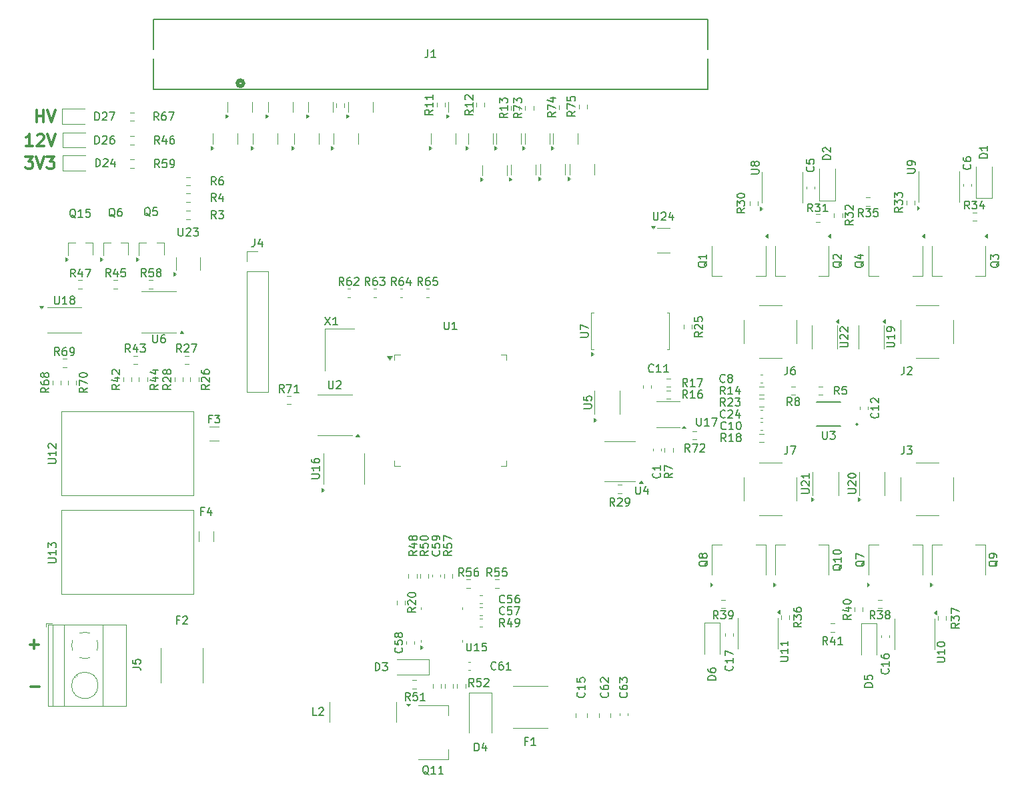
<source format=gbr>
%TF.GenerationSoftware,KiCad,Pcbnew,8.0.1*%
%TF.CreationDate,2024-10-12T16:48:09+02:00*%
%TF.ProjectId,ultrasonic_V3_HW,756c7472-6173-46f6-9e69-635f56335f48,rev?*%
%TF.SameCoordinates,Original*%
%TF.FileFunction,Legend,Top*%
%TF.FilePolarity,Positive*%
%FSLAX46Y46*%
G04 Gerber Fmt 4.6, Leading zero omitted, Abs format (unit mm)*
G04 Created by KiCad (PCBNEW 8.0.1) date 2024-10-12 16:48:09*
%MOMM*%
%LPD*%
G01*
G04 APERTURE LIST*
%ADD10C,0.300000*%
%ADD11C,0.150000*%
%ADD12C,0.120000*%
%ADD13C,0.127000*%
%ADD14C,0.200000*%
%ADD15C,0.152400*%
%ADD16C,0.508000*%
G04 APERTURE END LIST*
D10*
X86202631Y-129629400D02*
X87345489Y-129629400D01*
X86102631Y-124229400D02*
X87245489Y-124229400D01*
X86674060Y-124800828D02*
X86674060Y-123657971D01*
X85574061Y-62300828D02*
X86502633Y-62300828D01*
X86502633Y-62300828D02*
X86002633Y-62872257D01*
X86002633Y-62872257D02*
X86216918Y-62872257D01*
X86216918Y-62872257D02*
X86359776Y-62943685D01*
X86359776Y-62943685D02*
X86431204Y-63015114D01*
X86431204Y-63015114D02*
X86502633Y-63157971D01*
X86502633Y-63157971D02*
X86502633Y-63515114D01*
X86502633Y-63515114D02*
X86431204Y-63657971D01*
X86431204Y-63657971D02*
X86359776Y-63729400D01*
X86359776Y-63729400D02*
X86216918Y-63800828D01*
X86216918Y-63800828D02*
X85788347Y-63800828D01*
X85788347Y-63800828D02*
X85645490Y-63729400D01*
X85645490Y-63729400D02*
X85574061Y-63657971D01*
X86931204Y-62300828D02*
X87431204Y-63800828D01*
X87431204Y-63800828D02*
X87931204Y-62300828D01*
X88288346Y-62300828D02*
X89216918Y-62300828D01*
X89216918Y-62300828D02*
X88716918Y-62872257D01*
X88716918Y-62872257D02*
X88931203Y-62872257D01*
X88931203Y-62872257D02*
X89074061Y-62943685D01*
X89074061Y-62943685D02*
X89145489Y-63015114D01*
X89145489Y-63015114D02*
X89216918Y-63157971D01*
X89216918Y-63157971D02*
X89216918Y-63515114D01*
X89216918Y-63515114D02*
X89145489Y-63657971D01*
X89145489Y-63657971D02*
X89074061Y-63729400D01*
X89074061Y-63729400D02*
X88931203Y-63800828D01*
X88931203Y-63800828D02*
X88502632Y-63800828D01*
X88502632Y-63800828D02*
X88359775Y-63729400D01*
X88359775Y-63729400D02*
X88288346Y-63657971D01*
X86502633Y-60900828D02*
X85645490Y-60900828D01*
X86074061Y-60900828D02*
X86074061Y-59400828D01*
X86074061Y-59400828D02*
X85931204Y-59615114D01*
X85931204Y-59615114D02*
X85788347Y-59757971D01*
X85788347Y-59757971D02*
X85645490Y-59829400D01*
X87074061Y-59543685D02*
X87145489Y-59472257D01*
X87145489Y-59472257D02*
X87288347Y-59400828D01*
X87288347Y-59400828D02*
X87645489Y-59400828D01*
X87645489Y-59400828D02*
X87788347Y-59472257D01*
X87788347Y-59472257D02*
X87859775Y-59543685D01*
X87859775Y-59543685D02*
X87931204Y-59686542D01*
X87931204Y-59686542D02*
X87931204Y-59829400D01*
X87931204Y-59829400D02*
X87859775Y-60043685D01*
X87859775Y-60043685D02*
X87002632Y-60900828D01*
X87002632Y-60900828D02*
X87931204Y-60900828D01*
X88359775Y-59400828D02*
X88859775Y-60900828D01*
X88859775Y-60900828D02*
X89359775Y-59400828D01*
X87002631Y-57900828D02*
X87002631Y-56400828D01*
X87002631Y-57115114D02*
X87859774Y-57115114D01*
X87859774Y-57900828D02*
X87859774Y-56400828D01*
X88359775Y-56400828D02*
X88859775Y-57900828D01*
X88859775Y-57900828D02*
X89359775Y-56400828D01*
D11*
X123590476Y-82654819D02*
X124257142Y-83654819D01*
X124257142Y-82654819D02*
X123590476Y-83654819D01*
X125161904Y-83654819D02*
X124590476Y-83654819D01*
X124876190Y-83654819D02*
X124876190Y-82654819D01*
X124876190Y-82654819D02*
X124780952Y-82797676D01*
X124780952Y-82797676D02*
X124685714Y-82892914D01*
X124685714Y-82892914D02*
X124590476Y-82940533D01*
X165261905Y-69354819D02*
X165261905Y-70164342D01*
X165261905Y-70164342D02*
X165309524Y-70259580D01*
X165309524Y-70259580D02*
X165357143Y-70307200D01*
X165357143Y-70307200D02*
X165452381Y-70354819D01*
X165452381Y-70354819D02*
X165642857Y-70354819D01*
X165642857Y-70354819D02*
X165738095Y-70307200D01*
X165738095Y-70307200D02*
X165785714Y-70259580D01*
X165785714Y-70259580D02*
X165833333Y-70164342D01*
X165833333Y-70164342D02*
X165833333Y-69354819D01*
X166261905Y-69450057D02*
X166309524Y-69402438D01*
X166309524Y-69402438D02*
X166404762Y-69354819D01*
X166404762Y-69354819D02*
X166642857Y-69354819D01*
X166642857Y-69354819D02*
X166738095Y-69402438D01*
X166738095Y-69402438D02*
X166785714Y-69450057D01*
X166785714Y-69450057D02*
X166833333Y-69545295D01*
X166833333Y-69545295D02*
X166833333Y-69640533D01*
X166833333Y-69640533D02*
X166785714Y-69783390D01*
X166785714Y-69783390D02*
X166214286Y-70354819D01*
X166214286Y-70354819D02*
X166833333Y-70354819D01*
X167690476Y-69688152D02*
X167690476Y-70354819D01*
X167452381Y-69307200D02*
X167214286Y-70021485D01*
X167214286Y-70021485D02*
X167833333Y-70021485D01*
X104961905Y-71354819D02*
X104961905Y-72164342D01*
X104961905Y-72164342D02*
X105009524Y-72259580D01*
X105009524Y-72259580D02*
X105057143Y-72307200D01*
X105057143Y-72307200D02*
X105152381Y-72354819D01*
X105152381Y-72354819D02*
X105342857Y-72354819D01*
X105342857Y-72354819D02*
X105438095Y-72307200D01*
X105438095Y-72307200D02*
X105485714Y-72259580D01*
X105485714Y-72259580D02*
X105533333Y-72164342D01*
X105533333Y-72164342D02*
X105533333Y-71354819D01*
X105961905Y-71450057D02*
X106009524Y-71402438D01*
X106009524Y-71402438D02*
X106104762Y-71354819D01*
X106104762Y-71354819D02*
X106342857Y-71354819D01*
X106342857Y-71354819D02*
X106438095Y-71402438D01*
X106438095Y-71402438D02*
X106485714Y-71450057D01*
X106485714Y-71450057D02*
X106533333Y-71545295D01*
X106533333Y-71545295D02*
X106533333Y-71640533D01*
X106533333Y-71640533D02*
X106485714Y-71783390D01*
X106485714Y-71783390D02*
X105914286Y-72354819D01*
X105914286Y-72354819D02*
X106533333Y-72354819D01*
X106866667Y-71354819D02*
X107485714Y-71354819D01*
X107485714Y-71354819D02*
X107152381Y-71735771D01*
X107152381Y-71735771D02*
X107295238Y-71735771D01*
X107295238Y-71735771D02*
X107390476Y-71783390D01*
X107390476Y-71783390D02*
X107438095Y-71831009D01*
X107438095Y-71831009D02*
X107485714Y-71926247D01*
X107485714Y-71926247D02*
X107485714Y-72164342D01*
X107485714Y-72164342D02*
X107438095Y-72259580D01*
X107438095Y-72259580D02*
X107390476Y-72307200D01*
X107390476Y-72307200D02*
X107295238Y-72354819D01*
X107295238Y-72354819D02*
X107009524Y-72354819D01*
X107009524Y-72354819D02*
X106914286Y-72307200D01*
X106914286Y-72307200D02*
X106866667Y-72259580D01*
X108884819Y-91230357D02*
X108408628Y-91563690D01*
X108884819Y-91801785D02*
X107884819Y-91801785D01*
X107884819Y-91801785D02*
X107884819Y-91420833D01*
X107884819Y-91420833D02*
X107932438Y-91325595D01*
X107932438Y-91325595D02*
X107980057Y-91277976D01*
X107980057Y-91277976D02*
X108075295Y-91230357D01*
X108075295Y-91230357D02*
X108218152Y-91230357D01*
X108218152Y-91230357D02*
X108313390Y-91277976D01*
X108313390Y-91277976D02*
X108361009Y-91325595D01*
X108361009Y-91325595D02*
X108408628Y-91420833D01*
X108408628Y-91420833D02*
X108408628Y-91801785D01*
X107980057Y-90849404D02*
X107932438Y-90801785D01*
X107932438Y-90801785D02*
X107884819Y-90706547D01*
X107884819Y-90706547D02*
X107884819Y-90468452D01*
X107884819Y-90468452D02*
X107932438Y-90373214D01*
X107932438Y-90373214D02*
X107980057Y-90325595D01*
X107980057Y-90325595D02*
X108075295Y-90277976D01*
X108075295Y-90277976D02*
X108170533Y-90277976D01*
X108170533Y-90277976D02*
X108313390Y-90325595D01*
X108313390Y-90325595D02*
X108884819Y-90897023D01*
X108884819Y-90897023D02*
X108884819Y-90277976D01*
X107884819Y-89420833D02*
X107884819Y-89611309D01*
X107884819Y-89611309D02*
X107932438Y-89706547D01*
X107932438Y-89706547D02*
X107980057Y-89754166D01*
X107980057Y-89754166D02*
X108122914Y-89849404D01*
X108122914Y-89849404D02*
X108313390Y-89897023D01*
X108313390Y-89897023D02*
X108694342Y-89897023D01*
X108694342Y-89897023D02*
X108789580Y-89849404D01*
X108789580Y-89849404D02*
X108837200Y-89801785D01*
X108837200Y-89801785D02*
X108884819Y-89706547D01*
X108884819Y-89706547D02*
X108884819Y-89516071D01*
X108884819Y-89516071D02*
X108837200Y-89420833D01*
X108837200Y-89420833D02*
X108789580Y-89373214D01*
X108789580Y-89373214D02*
X108694342Y-89325595D01*
X108694342Y-89325595D02*
X108456247Y-89325595D01*
X108456247Y-89325595D02*
X108361009Y-89373214D01*
X108361009Y-89373214D02*
X108313390Y-89420833D01*
X108313390Y-89420833D02*
X108265771Y-89516071D01*
X108265771Y-89516071D02*
X108265771Y-89706547D01*
X108265771Y-89706547D02*
X108313390Y-89801785D01*
X108313390Y-89801785D02*
X108361009Y-89849404D01*
X108361009Y-89849404D02*
X108456247Y-89897023D01*
X138059580Y-112342857D02*
X138107200Y-112390476D01*
X138107200Y-112390476D02*
X138154819Y-112533333D01*
X138154819Y-112533333D02*
X138154819Y-112628571D01*
X138154819Y-112628571D02*
X138107200Y-112771428D01*
X138107200Y-112771428D02*
X138011961Y-112866666D01*
X138011961Y-112866666D02*
X137916723Y-112914285D01*
X137916723Y-112914285D02*
X137726247Y-112961904D01*
X137726247Y-112961904D02*
X137583390Y-112961904D01*
X137583390Y-112961904D02*
X137392914Y-112914285D01*
X137392914Y-112914285D02*
X137297676Y-112866666D01*
X137297676Y-112866666D02*
X137202438Y-112771428D01*
X137202438Y-112771428D02*
X137154819Y-112628571D01*
X137154819Y-112628571D02*
X137154819Y-112533333D01*
X137154819Y-112533333D02*
X137202438Y-112390476D01*
X137202438Y-112390476D02*
X137250057Y-112342857D01*
X137154819Y-111438095D02*
X137154819Y-111914285D01*
X137154819Y-111914285D02*
X137631009Y-111961904D01*
X137631009Y-111961904D02*
X137583390Y-111914285D01*
X137583390Y-111914285D02*
X137535771Y-111819047D01*
X137535771Y-111819047D02*
X137535771Y-111580952D01*
X137535771Y-111580952D02*
X137583390Y-111485714D01*
X137583390Y-111485714D02*
X137631009Y-111438095D01*
X137631009Y-111438095D02*
X137726247Y-111390476D01*
X137726247Y-111390476D02*
X137964342Y-111390476D01*
X137964342Y-111390476D02*
X138059580Y-111438095D01*
X138059580Y-111438095D02*
X138107200Y-111485714D01*
X138107200Y-111485714D02*
X138154819Y-111580952D01*
X138154819Y-111580952D02*
X138154819Y-111819047D01*
X138154819Y-111819047D02*
X138107200Y-111914285D01*
X138107200Y-111914285D02*
X138059580Y-111961904D01*
X138154819Y-110914285D02*
X138154819Y-110723809D01*
X138154819Y-110723809D02*
X138107200Y-110628571D01*
X138107200Y-110628571D02*
X138059580Y-110580952D01*
X138059580Y-110580952D02*
X137916723Y-110485714D01*
X137916723Y-110485714D02*
X137726247Y-110438095D01*
X137726247Y-110438095D02*
X137345295Y-110438095D01*
X137345295Y-110438095D02*
X137250057Y-110485714D01*
X137250057Y-110485714D02*
X137202438Y-110533333D01*
X137202438Y-110533333D02*
X137154819Y-110628571D01*
X137154819Y-110628571D02*
X137154819Y-110819047D01*
X137154819Y-110819047D02*
X137202438Y-110914285D01*
X137202438Y-110914285D02*
X137250057Y-110961904D01*
X137250057Y-110961904D02*
X137345295Y-111009523D01*
X137345295Y-111009523D02*
X137583390Y-111009523D01*
X137583390Y-111009523D02*
X137678628Y-110961904D01*
X137678628Y-110961904D02*
X137726247Y-110914285D01*
X137726247Y-110914285D02*
X137773866Y-110819047D01*
X137773866Y-110819047D02*
X137773866Y-110628571D01*
X137773866Y-110628571D02*
X137726247Y-110533333D01*
X137726247Y-110533333D02*
X137678628Y-110485714D01*
X137678628Y-110485714D02*
X137583390Y-110438095D01*
X105357142Y-87112319D02*
X105023809Y-86636128D01*
X104785714Y-87112319D02*
X104785714Y-86112319D01*
X104785714Y-86112319D02*
X105166666Y-86112319D01*
X105166666Y-86112319D02*
X105261904Y-86159938D01*
X105261904Y-86159938D02*
X105309523Y-86207557D01*
X105309523Y-86207557D02*
X105357142Y-86302795D01*
X105357142Y-86302795D02*
X105357142Y-86445652D01*
X105357142Y-86445652D02*
X105309523Y-86540890D01*
X105309523Y-86540890D02*
X105261904Y-86588509D01*
X105261904Y-86588509D02*
X105166666Y-86636128D01*
X105166666Y-86636128D02*
X104785714Y-86636128D01*
X105738095Y-86207557D02*
X105785714Y-86159938D01*
X105785714Y-86159938D02*
X105880952Y-86112319D01*
X105880952Y-86112319D02*
X106119047Y-86112319D01*
X106119047Y-86112319D02*
X106214285Y-86159938D01*
X106214285Y-86159938D02*
X106261904Y-86207557D01*
X106261904Y-86207557D02*
X106309523Y-86302795D01*
X106309523Y-86302795D02*
X106309523Y-86398033D01*
X106309523Y-86398033D02*
X106261904Y-86540890D01*
X106261904Y-86540890D02*
X105690476Y-87112319D01*
X105690476Y-87112319D02*
X106309523Y-87112319D01*
X106642857Y-86112319D02*
X107309523Y-86112319D01*
X107309523Y-86112319D02*
X106880952Y-87112319D01*
X205459580Y-63266666D02*
X205507200Y-63314285D01*
X205507200Y-63314285D02*
X205554819Y-63457142D01*
X205554819Y-63457142D02*
X205554819Y-63552380D01*
X205554819Y-63552380D02*
X205507200Y-63695237D01*
X205507200Y-63695237D02*
X205411961Y-63790475D01*
X205411961Y-63790475D02*
X205316723Y-63838094D01*
X205316723Y-63838094D02*
X205126247Y-63885713D01*
X205126247Y-63885713D02*
X204983390Y-63885713D01*
X204983390Y-63885713D02*
X204792914Y-63838094D01*
X204792914Y-63838094D02*
X204697676Y-63790475D01*
X204697676Y-63790475D02*
X204602438Y-63695237D01*
X204602438Y-63695237D02*
X204554819Y-63552380D01*
X204554819Y-63552380D02*
X204554819Y-63457142D01*
X204554819Y-63457142D02*
X204602438Y-63314285D01*
X204602438Y-63314285D02*
X204650057Y-63266666D01*
X204554819Y-62409523D02*
X204554819Y-62599999D01*
X204554819Y-62599999D02*
X204602438Y-62695237D01*
X204602438Y-62695237D02*
X204650057Y-62742856D01*
X204650057Y-62742856D02*
X204792914Y-62838094D01*
X204792914Y-62838094D02*
X204983390Y-62885713D01*
X204983390Y-62885713D02*
X205364342Y-62885713D01*
X205364342Y-62885713D02*
X205459580Y-62838094D01*
X205459580Y-62838094D02*
X205507200Y-62790475D01*
X205507200Y-62790475D02*
X205554819Y-62695237D01*
X205554819Y-62695237D02*
X205554819Y-62504761D01*
X205554819Y-62504761D02*
X205507200Y-62409523D01*
X205507200Y-62409523D02*
X205459580Y-62361904D01*
X205459580Y-62361904D02*
X205364342Y-62314285D01*
X205364342Y-62314285D02*
X205126247Y-62314285D01*
X205126247Y-62314285D02*
X205031009Y-62361904D01*
X205031009Y-62361904D02*
X204983390Y-62409523D01*
X204983390Y-62409523D02*
X204935771Y-62504761D01*
X204935771Y-62504761D02*
X204935771Y-62695237D01*
X204935771Y-62695237D02*
X204983390Y-62790475D01*
X204983390Y-62790475D02*
X205031009Y-62838094D01*
X205031009Y-62838094D02*
X205126247Y-62885713D01*
X94385714Y-57654819D02*
X94385714Y-56654819D01*
X94385714Y-56654819D02*
X94623809Y-56654819D01*
X94623809Y-56654819D02*
X94766666Y-56702438D01*
X94766666Y-56702438D02*
X94861904Y-56797676D01*
X94861904Y-56797676D02*
X94909523Y-56892914D01*
X94909523Y-56892914D02*
X94957142Y-57083390D01*
X94957142Y-57083390D02*
X94957142Y-57226247D01*
X94957142Y-57226247D02*
X94909523Y-57416723D01*
X94909523Y-57416723D02*
X94861904Y-57511961D01*
X94861904Y-57511961D02*
X94766666Y-57607200D01*
X94766666Y-57607200D02*
X94623809Y-57654819D01*
X94623809Y-57654819D02*
X94385714Y-57654819D01*
X95338095Y-56750057D02*
X95385714Y-56702438D01*
X95385714Y-56702438D02*
X95480952Y-56654819D01*
X95480952Y-56654819D02*
X95719047Y-56654819D01*
X95719047Y-56654819D02*
X95814285Y-56702438D01*
X95814285Y-56702438D02*
X95861904Y-56750057D01*
X95861904Y-56750057D02*
X95909523Y-56845295D01*
X95909523Y-56845295D02*
X95909523Y-56940533D01*
X95909523Y-56940533D02*
X95861904Y-57083390D01*
X95861904Y-57083390D02*
X95290476Y-57654819D01*
X95290476Y-57654819D02*
X95909523Y-57654819D01*
X96242857Y-56654819D02*
X96909523Y-56654819D01*
X96909523Y-56654819D02*
X96480952Y-57654819D01*
X97524819Y-91230357D02*
X97048628Y-91563690D01*
X97524819Y-91801785D02*
X96524819Y-91801785D01*
X96524819Y-91801785D02*
X96524819Y-91420833D01*
X96524819Y-91420833D02*
X96572438Y-91325595D01*
X96572438Y-91325595D02*
X96620057Y-91277976D01*
X96620057Y-91277976D02*
X96715295Y-91230357D01*
X96715295Y-91230357D02*
X96858152Y-91230357D01*
X96858152Y-91230357D02*
X96953390Y-91277976D01*
X96953390Y-91277976D02*
X97001009Y-91325595D01*
X97001009Y-91325595D02*
X97048628Y-91420833D01*
X97048628Y-91420833D02*
X97048628Y-91801785D01*
X96858152Y-90373214D02*
X97524819Y-90373214D01*
X96477200Y-90611309D02*
X97191485Y-90849404D01*
X97191485Y-90849404D02*
X97191485Y-90230357D01*
X96620057Y-89897023D02*
X96572438Y-89849404D01*
X96572438Y-89849404D02*
X96524819Y-89754166D01*
X96524819Y-89754166D02*
X96524819Y-89516071D01*
X96524819Y-89516071D02*
X96572438Y-89420833D01*
X96572438Y-89420833D02*
X96620057Y-89373214D01*
X96620057Y-89373214D02*
X96715295Y-89325595D01*
X96715295Y-89325595D02*
X96810533Y-89325595D01*
X96810533Y-89325595D02*
X96953390Y-89373214D01*
X96953390Y-89373214D02*
X97524819Y-89944642D01*
X97524819Y-89944642D02*
X97524819Y-89325595D01*
X136728571Y-140750057D02*
X136633333Y-140702438D01*
X136633333Y-140702438D02*
X136538095Y-140607200D01*
X136538095Y-140607200D02*
X136395238Y-140464342D01*
X136395238Y-140464342D02*
X136300000Y-140416723D01*
X136300000Y-140416723D02*
X136204762Y-140416723D01*
X136252381Y-140654819D02*
X136157143Y-140607200D01*
X136157143Y-140607200D02*
X136061905Y-140511961D01*
X136061905Y-140511961D02*
X136014286Y-140321485D01*
X136014286Y-140321485D02*
X136014286Y-139988152D01*
X136014286Y-139988152D02*
X136061905Y-139797676D01*
X136061905Y-139797676D02*
X136157143Y-139702438D01*
X136157143Y-139702438D02*
X136252381Y-139654819D01*
X136252381Y-139654819D02*
X136442857Y-139654819D01*
X136442857Y-139654819D02*
X136538095Y-139702438D01*
X136538095Y-139702438D02*
X136633333Y-139797676D01*
X136633333Y-139797676D02*
X136680952Y-139988152D01*
X136680952Y-139988152D02*
X136680952Y-140321485D01*
X136680952Y-140321485D02*
X136633333Y-140511961D01*
X136633333Y-140511961D02*
X136538095Y-140607200D01*
X136538095Y-140607200D02*
X136442857Y-140654819D01*
X136442857Y-140654819D02*
X136252381Y-140654819D01*
X137633333Y-140654819D02*
X137061905Y-140654819D01*
X137347619Y-140654819D02*
X137347619Y-139654819D01*
X137347619Y-139654819D02*
X137252381Y-139797676D01*
X137252381Y-139797676D02*
X137157143Y-139892914D01*
X137157143Y-139892914D02*
X137061905Y-139940533D01*
X138585714Y-140654819D02*
X138014286Y-140654819D01*
X138300000Y-140654819D02*
X138300000Y-139654819D01*
X138300000Y-139654819D02*
X138204762Y-139797676D01*
X138204762Y-139797676D02*
X138109524Y-139892914D01*
X138109524Y-139892914D02*
X138014286Y-139940533D01*
X181354819Y-126338094D02*
X182164342Y-126338094D01*
X182164342Y-126338094D02*
X182259580Y-126290475D01*
X182259580Y-126290475D02*
X182307200Y-126242856D01*
X182307200Y-126242856D02*
X182354819Y-126147618D01*
X182354819Y-126147618D02*
X182354819Y-125957142D01*
X182354819Y-125957142D02*
X182307200Y-125861904D01*
X182307200Y-125861904D02*
X182259580Y-125814285D01*
X182259580Y-125814285D02*
X182164342Y-125766666D01*
X182164342Y-125766666D02*
X181354819Y-125766666D01*
X182354819Y-124766666D02*
X182354819Y-125338094D01*
X182354819Y-125052380D02*
X181354819Y-125052380D01*
X181354819Y-125052380D02*
X181497676Y-125147618D01*
X181497676Y-125147618D02*
X181592914Y-125242856D01*
X181592914Y-125242856D02*
X181640533Y-125338094D01*
X182354819Y-123814285D02*
X182354819Y-124385713D01*
X182354819Y-124099999D02*
X181354819Y-124099999D01*
X181354819Y-124099999D02*
X181497676Y-124195237D01*
X181497676Y-124195237D02*
X181592914Y-124290475D01*
X181592914Y-124290475D02*
X181640533Y-124385713D01*
X101738095Y-84904819D02*
X101738095Y-85714342D01*
X101738095Y-85714342D02*
X101785714Y-85809580D01*
X101785714Y-85809580D02*
X101833333Y-85857200D01*
X101833333Y-85857200D02*
X101928571Y-85904819D01*
X101928571Y-85904819D02*
X102119047Y-85904819D01*
X102119047Y-85904819D02*
X102214285Y-85857200D01*
X102214285Y-85857200D02*
X102261904Y-85809580D01*
X102261904Y-85809580D02*
X102309523Y-85714342D01*
X102309523Y-85714342D02*
X102309523Y-84904819D01*
X103214285Y-84904819D02*
X103023809Y-84904819D01*
X103023809Y-84904819D02*
X102928571Y-84952438D01*
X102928571Y-84952438D02*
X102880952Y-85000057D01*
X102880952Y-85000057D02*
X102785714Y-85142914D01*
X102785714Y-85142914D02*
X102738095Y-85333390D01*
X102738095Y-85333390D02*
X102738095Y-85714342D01*
X102738095Y-85714342D02*
X102785714Y-85809580D01*
X102785714Y-85809580D02*
X102833333Y-85857200D01*
X102833333Y-85857200D02*
X102928571Y-85904819D01*
X102928571Y-85904819D02*
X103119047Y-85904819D01*
X103119047Y-85904819D02*
X103214285Y-85857200D01*
X103214285Y-85857200D02*
X103261904Y-85809580D01*
X103261904Y-85809580D02*
X103309523Y-85714342D01*
X103309523Y-85714342D02*
X103309523Y-85476247D01*
X103309523Y-85476247D02*
X103261904Y-85381009D01*
X103261904Y-85381009D02*
X103214285Y-85333390D01*
X103214285Y-85333390D02*
X103119047Y-85285771D01*
X103119047Y-85285771D02*
X102928571Y-85285771D01*
X102928571Y-85285771D02*
X102833333Y-85333390D01*
X102833333Y-85333390D02*
X102785714Y-85381009D01*
X102785714Y-85381009D02*
X102738095Y-85476247D01*
X114666666Y-72724819D02*
X114666666Y-73439104D01*
X114666666Y-73439104D02*
X114619047Y-73581961D01*
X114619047Y-73581961D02*
X114523809Y-73677200D01*
X114523809Y-73677200D02*
X114380952Y-73724819D01*
X114380952Y-73724819D02*
X114285714Y-73724819D01*
X115571428Y-73058152D02*
X115571428Y-73724819D01*
X115333333Y-72677200D02*
X115095238Y-73391485D01*
X115095238Y-73391485D02*
X115714285Y-73391485D01*
X193764580Y-94842857D02*
X193812200Y-94890476D01*
X193812200Y-94890476D02*
X193859819Y-95033333D01*
X193859819Y-95033333D02*
X193859819Y-95128571D01*
X193859819Y-95128571D02*
X193812200Y-95271428D01*
X193812200Y-95271428D02*
X193716961Y-95366666D01*
X193716961Y-95366666D02*
X193621723Y-95414285D01*
X193621723Y-95414285D02*
X193431247Y-95461904D01*
X193431247Y-95461904D02*
X193288390Y-95461904D01*
X193288390Y-95461904D02*
X193097914Y-95414285D01*
X193097914Y-95414285D02*
X193002676Y-95366666D01*
X193002676Y-95366666D02*
X192907438Y-95271428D01*
X192907438Y-95271428D02*
X192859819Y-95128571D01*
X192859819Y-95128571D02*
X192859819Y-95033333D01*
X192859819Y-95033333D02*
X192907438Y-94890476D01*
X192907438Y-94890476D02*
X192955057Y-94842857D01*
X193859819Y-93890476D02*
X193859819Y-94461904D01*
X193859819Y-94176190D02*
X192859819Y-94176190D01*
X192859819Y-94176190D02*
X193002676Y-94271428D01*
X193002676Y-94271428D02*
X193097914Y-94366666D01*
X193097914Y-94366666D02*
X193145533Y-94461904D01*
X192955057Y-93509523D02*
X192907438Y-93461904D01*
X192907438Y-93461904D02*
X192859819Y-93366666D01*
X192859819Y-93366666D02*
X192859819Y-93128571D01*
X192859819Y-93128571D02*
X192907438Y-93033333D01*
X192907438Y-93033333D02*
X192955057Y-92985714D01*
X192955057Y-92985714D02*
X193050295Y-92938095D01*
X193050295Y-92938095D02*
X193145533Y-92938095D01*
X193145533Y-92938095D02*
X193288390Y-92985714D01*
X193288390Y-92985714D02*
X193859819Y-93557142D01*
X193859819Y-93557142D02*
X193859819Y-92938095D01*
X89857142Y-87524819D02*
X89523809Y-87048628D01*
X89285714Y-87524819D02*
X89285714Y-86524819D01*
X89285714Y-86524819D02*
X89666666Y-86524819D01*
X89666666Y-86524819D02*
X89761904Y-86572438D01*
X89761904Y-86572438D02*
X89809523Y-86620057D01*
X89809523Y-86620057D02*
X89857142Y-86715295D01*
X89857142Y-86715295D02*
X89857142Y-86858152D01*
X89857142Y-86858152D02*
X89809523Y-86953390D01*
X89809523Y-86953390D02*
X89761904Y-87001009D01*
X89761904Y-87001009D02*
X89666666Y-87048628D01*
X89666666Y-87048628D02*
X89285714Y-87048628D01*
X90714285Y-86524819D02*
X90523809Y-86524819D01*
X90523809Y-86524819D02*
X90428571Y-86572438D01*
X90428571Y-86572438D02*
X90380952Y-86620057D01*
X90380952Y-86620057D02*
X90285714Y-86762914D01*
X90285714Y-86762914D02*
X90238095Y-86953390D01*
X90238095Y-86953390D02*
X90238095Y-87334342D01*
X90238095Y-87334342D02*
X90285714Y-87429580D01*
X90285714Y-87429580D02*
X90333333Y-87477200D01*
X90333333Y-87477200D02*
X90428571Y-87524819D01*
X90428571Y-87524819D02*
X90619047Y-87524819D01*
X90619047Y-87524819D02*
X90714285Y-87477200D01*
X90714285Y-87477200D02*
X90761904Y-87429580D01*
X90761904Y-87429580D02*
X90809523Y-87334342D01*
X90809523Y-87334342D02*
X90809523Y-87096247D01*
X90809523Y-87096247D02*
X90761904Y-87001009D01*
X90761904Y-87001009D02*
X90714285Y-86953390D01*
X90714285Y-86953390D02*
X90619047Y-86905771D01*
X90619047Y-86905771D02*
X90428571Y-86905771D01*
X90428571Y-86905771D02*
X90333333Y-86953390D01*
X90333333Y-86953390D02*
X90285714Y-87001009D01*
X90285714Y-87001009D02*
X90238095Y-87096247D01*
X91285714Y-87524819D02*
X91476190Y-87524819D01*
X91476190Y-87524819D02*
X91571428Y-87477200D01*
X91571428Y-87477200D02*
X91619047Y-87429580D01*
X91619047Y-87429580D02*
X91714285Y-87286723D01*
X91714285Y-87286723D02*
X91761904Y-87096247D01*
X91761904Y-87096247D02*
X91761904Y-86715295D01*
X91761904Y-86715295D02*
X91714285Y-86620057D01*
X91714285Y-86620057D02*
X91666666Y-86572438D01*
X91666666Y-86572438D02*
X91571428Y-86524819D01*
X91571428Y-86524819D02*
X91380952Y-86524819D01*
X91380952Y-86524819D02*
X91285714Y-86572438D01*
X91285714Y-86572438D02*
X91238095Y-86620057D01*
X91238095Y-86620057D02*
X91190476Y-86715295D01*
X91190476Y-86715295D02*
X91190476Y-86953390D01*
X91190476Y-86953390D02*
X91238095Y-87048628D01*
X91238095Y-87048628D02*
X91285714Y-87096247D01*
X91285714Y-87096247D02*
X91380952Y-87143866D01*
X91380952Y-87143866D02*
X91571428Y-87143866D01*
X91571428Y-87143866D02*
X91666666Y-87096247D01*
X91666666Y-87096247D02*
X91714285Y-87048628D01*
X91714285Y-87048628D02*
X91761904Y-86953390D01*
X129961905Y-127554819D02*
X129961905Y-126554819D01*
X129961905Y-126554819D02*
X130200000Y-126554819D01*
X130200000Y-126554819D02*
X130342857Y-126602438D01*
X130342857Y-126602438D02*
X130438095Y-126697676D01*
X130438095Y-126697676D02*
X130485714Y-126792914D01*
X130485714Y-126792914D02*
X130533333Y-126983390D01*
X130533333Y-126983390D02*
X130533333Y-127126247D01*
X130533333Y-127126247D02*
X130485714Y-127316723D01*
X130485714Y-127316723D02*
X130438095Y-127411961D01*
X130438095Y-127411961D02*
X130342857Y-127507200D01*
X130342857Y-127507200D02*
X130200000Y-127554819D01*
X130200000Y-127554819D02*
X129961905Y-127554819D01*
X130866667Y-126554819D02*
X131485714Y-126554819D01*
X131485714Y-126554819D02*
X131152381Y-126935771D01*
X131152381Y-126935771D02*
X131295238Y-126935771D01*
X131295238Y-126935771D02*
X131390476Y-126983390D01*
X131390476Y-126983390D02*
X131438095Y-127031009D01*
X131438095Y-127031009D02*
X131485714Y-127126247D01*
X131485714Y-127126247D02*
X131485714Y-127364342D01*
X131485714Y-127364342D02*
X131438095Y-127459580D01*
X131438095Y-127459580D02*
X131390476Y-127507200D01*
X131390476Y-127507200D02*
X131295238Y-127554819D01*
X131295238Y-127554819D02*
X131009524Y-127554819D01*
X131009524Y-127554819D02*
X130914286Y-127507200D01*
X130914286Y-127507200D02*
X130866667Y-127459580D01*
X207654819Y-62438094D02*
X206654819Y-62438094D01*
X206654819Y-62438094D02*
X206654819Y-62199999D01*
X206654819Y-62199999D02*
X206702438Y-62057142D01*
X206702438Y-62057142D02*
X206797676Y-61961904D01*
X206797676Y-61961904D02*
X206892914Y-61914285D01*
X206892914Y-61914285D02*
X207083390Y-61866666D01*
X207083390Y-61866666D02*
X207226247Y-61866666D01*
X207226247Y-61866666D02*
X207416723Y-61914285D01*
X207416723Y-61914285D02*
X207511961Y-61961904D01*
X207511961Y-61961904D02*
X207607200Y-62057142D01*
X207607200Y-62057142D02*
X207654819Y-62199999D01*
X207654819Y-62199999D02*
X207654819Y-62438094D01*
X207654819Y-60914285D02*
X207654819Y-61485713D01*
X207654819Y-61199999D02*
X206654819Y-61199999D01*
X206654819Y-61199999D02*
X206797676Y-61295237D01*
X206797676Y-61295237D02*
X206892914Y-61390475D01*
X206892914Y-61390475D02*
X206940533Y-61485713D01*
X96904761Y-69950057D02*
X96809523Y-69902438D01*
X96809523Y-69902438D02*
X96714285Y-69807200D01*
X96714285Y-69807200D02*
X96571428Y-69664342D01*
X96571428Y-69664342D02*
X96476190Y-69616723D01*
X96476190Y-69616723D02*
X96380952Y-69616723D01*
X96428571Y-69854819D02*
X96333333Y-69807200D01*
X96333333Y-69807200D02*
X96238095Y-69711961D01*
X96238095Y-69711961D02*
X96190476Y-69521485D01*
X96190476Y-69521485D02*
X96190476Y-69188152D01*
X96190476Y-69188152D02*
X96238095Y-68997676D01*
X96238095Y-68997676D02*
X96333333Y-68902438D01*
X96333333Y-68902438D02*
X96428571Y-68854819D01*
X96428571Y-68854819D02*
X96619047Y-68854819D01*
X96619047Y-68854819D02*
X96714285Y-68902438D01*
X96714285Y-68902438D02*
X96809523Y-68997676D01*
X96809523Y-68997676D02*
X96857142Y-69188152D01*
X96857142Y-69188152D02*
X96857142Y-69521485D01*
X96857142Y-69521485D02*
X96809523Y-69711961D01*
X96809523Y-69711961D02*
X96714285Y-69807200D01*
X96714285Y-69807200D02*
X96619047Y-69854819D01*
X96619047Y-69854819D02*
X96428571Y-69854819D01*
X97714285Y-68854819D02*
X97523809Y-68854819D01*
X97523809Y-68854819D02*
X97428571Y-68902438D01*
X97428571Y-68902438D02*
X97380952Y-68950057D01*
X97380952Y-68950057D02*
X97285714Y-69092914D01*
X97285714Y-69092914D02*
X97238095Y-69283390D01*
X97238095Y-69283390D02*
X97238095Y-69664342D01*
X97238095Y-69664342D02*
X97285714Y-69759580D01*
X97285714Y-69759580D02*
X97333333Y-69807200D01*
X97333333Y-69807200D02*
X97428571Y-69854819D01*
X97428571Y-69854819D02*
X97619047Y-69854819D01*
X97619047Y-69854819D02*
X97714285Y-69807200D01*
X97714285Y-69807200D02*
X97761904Y-69759580D01*
X97761904Y-69759580D02*
X97809523Y-69664342D01*
X97809523Y-69664342D02*
X97809523Y-69426247D01*
X97809523Y-69426247D02*
X97761904Y-69331009D01*
X97761904Y-69331009D02*
X97714285Y-69283390D01*
X97714285Y-69283390D02*
X97619047Y-69235771D01*
X97619047Y-69235771D02*
X97428571Y-69235771D01*
X97428571Y-69235771D02*
X97333333Y-69283390D01*
X97333333Y-69283390D02*
X97285714Y-69331009D01*
X97285714Y-69331009D02*
X97238095Y-69426247D01*
X104024819Y-91230357D02*
X103548628Y-91563690D01*
X104024819Y-91801785D02*
X103024819Y-91801785D01*
X103024819Y-91801785D02*
X103024819Y-91420833D01*
X103024819Y-91420833D02*
X103072438Y-91325595D01*
X103072438Y-91325595D02*
X103120057Y-91277976D01*
X103120057Y-91277976D02*
X103215295Y-91230357D01*
X103215295Y-91230357D02*
X103358152Y-91230357D01*
X103358152Y-91230357D02*
X103453390Y-91277976D01*
X103453390Y-91277976D02*
X103501009Y-91325595D01*
X103501009Y-91325595D02*
X103548628Y-91420833D01*
X103548628Y-91420833D02*
X103548628Y-91801785D01*
X103120057Y-90849404D02*
X103072438Y-90801785D01*
X103072438Y-90801785D02*
X103024819Y-90706547D01*
X103024819Y-90706547D02*
X103024819Y-90468452D01*
X103024819Y-90468452D02*
X103072438Y-90373214D01*
X103072438Y-90373214D02*
X103120057Y-90325595D01*
X103120057Y-90325595D02*
X103215295Y-90277976D01*
X103215295Y-90277976D02*
X103310533Y-90277976D01*
X103310533Y-90277976D02*
X103453390Y-90325595D01*
X103453390Y-90325595D02*
X104024819Y-90897023D01*
X104024819Y-90897023D02*
X104024819Y-90277976D01*
X103453390Y-89706547D02*
X103405771Y-89801785D01*
X103405771Y-89801785D02*
X103358152Y-89849404D01*
X103358152Y-89849404D02*
X103262914Y-89897023D01*
X103262914Y-89897023D02*
X103215295Y-89897023D01*
X103215295Y-89897023D02*
X103120057Y-89849404D01*
X103120057Y-89849404D02*
X103072438Y-89801785D01*
X103072438Y-89801785D02*
X103024819Y-89706547D01*
X103024819Y-89706547D02*
X103024819Y-89516071D01*
X103024819Y-89516071D02*
X103072438Y-89420833D01*
X103072438Y-89420833D02*
X103120057Y-89373214D01*
X103120057Y-89373214D02*
X103215295Y-89325595D01*
X103215295Y-89325595D02*
X103262914Y-89325595D01*
X103262914Y-89325595D02*
X103358152Y-89373214D01*
X103358152Y-89373214D02*
X103405771Y-89420833D01*
X103405771Y-89420833D02*
X103453390Y-89516071D01*
X103453390Y-89516071D02*
X103453390Y-89706547D01*
X103453390Y-89706547D02*
X103501009Y-89801785D01*
X103501009Y-89801785D02*
X103548628Y-89849404D01*
X103548628Y-89849404D02*
X103643866Y-89897023D01*
X103643866Y-89897023D02*
X103834342Y-89897023D01*
X103834342Y-89897023D02*
X103929580Y-89849404D01*
X103929580Y-89849404D02*
X103977200Y-89801785D01*
X103977200Y-89801785D02*
X104024819Y-89706547D01*
X104024819Y-89706547D02*
X104024819Y-89516071D01*
X104024819Y-89516071D02*
X103977200Y-89420833D01*
X103977200Y-89420833D02*
X103929580Y-89373214D01*
X103929580Y-89373214D02*
X103834342Y-89325595D01*
X103834342Y-89325595D02*
X103643866Y-89325595D01*
X103643866Y-89325595D02*
X103548628Y-89373214D01*
X103548628Y-89373214D02*
X103501009Y-89420833D01*
X103501009Y-89420833D02*
X103453390Y-89516071D01*
X186738095Y-97154819D02*
X186738095Y-97964342D01*
X186738095Y-97964342D02*
X186785714Y-98059580D01*
X186785714Y-98059580D02*
X186833333Y-98107200D01*
X186833333Y-98107200D02*
X186928571Y-98154819D01*
X186928571Y-98154819D02*
X187119047Y-98154819D01*
X187119047Y-98154819D02*
X187214285Y-98107200D01*
X187214285Y-98107200D02*
X187261904Y-98059580D01*
X187261904Y-98059580D02*
X187309523Y-97964342D01*
X187309523Y-97964342D02*
X187309523Y-97154819D01*
X187690476Y-97154819D02*
X188309523Y-97154819D01*
X188309523Y-97154819D02*
X187976190Y-97535771D01*
X187976190Y-97535771D02*
X188119047Y-97535771D01*
X188119047Y-97535771D02*
X188214285Y-97583390D01*
X188214285Y-97583390D02*
X188261904Y-97631009D01*
X188261904Y-97631009D02*
X188309523Y-97726247D01*
X188309523Y-97726247D02*
X188309523Y-97964342D01*
X188309523Y-97964342D02*
X188261904Y-98059580D01*
X188261904Y-98059580D02*
X188214285Y-98107200D01*
X188214285Y-98107200D02*
X188119047Y-98154819D01*
X188119047Y-98154819D02*
X187833333Y-98154819D01*
X187833333Y-98154819D02*
X187738095Y-98107200D01*
X187738095Y-98107200D02*
X187690476Y-98059580D01*
X174357142Y-92454819D02*
X174023809Y-91978628D01*
X173785714Y-92454819D02*
X173785714Y-91454819D01*
X173785714Y-91454819D02*
X174166666Y-91454819D01*
X174166666Y-91454819D02*
X174261904Y-91502438D01*
X174261904Y-91502438D02*
X174309523Y-91550057D01*
X174309523Y-91550057D02*
X174357142Y-91645295D01*
X174357142Y-91645295D02*
X174357142Y-91788152D01*
X174357142Y-91788152D02*
X174309523Y-91883390D01*
X174309523Y-91883390D02*
X174261904Y-91931009D01*
X174261904Y-91931009D02*
X174166666Y-91978628D01*
X174166666Y-91978628D02*
X173785714Y-91978628D01*
X175309523Y-92454819D02*
X174738095Y-92454819D01*
X175023809Y-92454819D02*
X175023809Y-91454819D01*
X175023809Y-91454819D02*
X174928571Y-91597676D01*
X174928571Y-91597676D02*
X174833333Y-91692914D01*
X174833333Y-91692914D02*
X174738095Y-91740533D01*
X176166666Y-91788152D02*
X176166666Y-92454819D01*
X175928571Y-91407200D02*
X175690476Y-92121485D01*
X175690476Y-92121485D02*
X176309523Y-92121485D01*
X129257142Y-78624819D02*
X128923809Y-78148628D01*
X128685714Y-78624819D02*
X128685714Y-77624819D01*
X128685714Y-77624819D02*
X129066666Y-77624819D01*
X129066666Y-77624819D02*
X129161904Y-77672438D01*
X129161904Y-77672438D02*
X129209523Y-77720057D01*
X129209523Y-77720057D02*
X129257142Y-77815295D01*
X129257142Y-77815295D02*
X129257142Y-77958152D01*
X129257142Y-77958152D02*
X129209523Y-78053390D01*
X129209523Y-78053390D02*
X129161904Y-78101009D01*
X129161904Y-78101009D02*
X129066666Y-78148628D01*
X129066666Y-78148628D02*
X128685714Y-78148628D01*
X130114285Y-77624819D02*
X129923809Y-77624819D01*
X129923809Y-77624819D02*
X129828571Y-77672438D01*
X129828571Y-77672438D02*
X129780952Y-77720057D01*
X129780952Y-77720057D02*
X129685714Y-77862914D01*
X129685714Y-77862914D02*
X129638095Y-78053390D01*
X129638095Y-78053390D02*
X129638095Y-78434342D01*
X129638095Y-78434342D02*
X129685714Y-78529580D01*
X129685714Y-78529580D02*
X129733333Y-78577200D01*
X129733333Y-78577200D02*
X129828571Y-78624819D01*
X129828571Y-78624819D02*
X130019047Y-78624819D01*
X130019047Y-78624819D02*
X130114285Y-78577200D01*
X130114285Y-78577200D02*
X130161904Y-78529580D01*
X130161904Y-78529580D02*
X130209523Y-78434342D01*
X130209523Y-78434342D02*
X130209523Y-78196247D01*
X130209523Y-78196247D02*
X130161904Y-78101009D01*
X130161904Y-78101009D02*
X130114285Y-78053390D01*
X130114285Y-78053390D02*
X130019047Y-78005771D01*
X130019047Y-78005771D02*
X129828571Y-78005771D01*
X129828571Y-78005771D02*
X129733333Y-78053390D01*
X129733333Y-78053390D02*
X129685714Y-78101009D01*
X129685714Y-78101009D02*
X129638095Y-78196247D01*
X130542857Y-77624819D02*
X131161904Y-77624819D01*
X131161904Y-77624819D02*
X130828571Y-78005771D01*
X130828571Y-78005771D02*
X130971428Y-78005771D01*
X130971428Y-78005771D02*
X131066666Y-78053390D01*
X131066666Y-78053390D02*
X131114285Y-78101009D01*
X131114285Y-78101009D02*
X131161904Y-78196247D01*
X131161904Y-78196247D02*
X131161904Y-78434342D01*
X131161904Y-78434342D02*
X131114285Y-78529580D01*
X131114285Y-78529580D02*
X131066666Y-78577200D01*
X131066666Y-78577200D02*
X130971428Y-78624819D01*
X130971428Y-78624819D02*
X130685714Y-78624819D01*
X130685714Y-78624819D02*
X130590476Y-78577200D01*
X130590476Y-78577200D02*
X130542857Y-78529580D01*
X204054819Y-121542857D02*
X203578628Y-121876190D01*
X204054819Y-122114285D02*
X203054819Y-122114285D01*
X203054819Y-122114285D02*
X203054819Y-121733333D01*
X203054819Y-121733333D02*
X203102438Y-121638095D01*
X203102438Y-121638095D02*
X203150057Y-121590476D01*
X203150057Y-121590476D02*
X203245295Y-121542857D01*
X203245295Y-121542857D02*
X203388152Y-121542857D01*
X203388152Y-121542857D02*
X203483390Y-121590476D01*
X203483390Y-121590476D02*
X203531009Y-121638095D01*
X203531009Y-121638095D02*
X203578628Y-121733333D01*
X203578628Y-121733333D02*
X203578628Y-122114285D01*
X203054819Y-121209523D02*
X203054819Y-120590476D01*
X203054819Y-120590476D02*
X203435771Y-120923809D01*
X203435771Y-120923809D02*
X203435771Y-120780952D01*
X203435771Y-120780952D02*
X203483390Y-120685714D01*
X203483390Y-120685714D02*
X203531009Y-120638095D01*
X203531009Y-120638095D02*
X203626247Y-120590476D01*
X203626247Y-120590476D02*
X203864342Y-120590476D01*
X203864342Y-120590476D02*
X203959580Y-120638095D01*
X203959580Y-120638095D02*
X204007200Y-120685714D01*
X204007200Y-120685714D02*
X204054819Y-120780952D01*
X204054819Y-120780952D02*
X204054819Y-121066666D01*
X204054819Y-121066666D02*
X204007200Y-121161904D01*
X204007200Y-121161904D02*
X203959580Y-121209523D01*
X203054819Y-120257142D02*
X203054819Y-119590476D01*
X203054819Y-119590476D02*
X204054819Y-120019047D01*
X89261905Y-80004819D02*
X89261905Y-80814342D01*
X89261905Y-80814342D02*
X89309524Y-80909580D01*
X89309524Y-80909580D02*
X89357143Y-80957200D01*
X89357143Y-80957200D02*
X89452381Y-81004819D01*
X89452381Y-81004819D02*
X89642857Y-81004819D01*
X89642857Y-81004819D02*
X89738095Y-80957200D01*
X89738095Y-80957200D02*
X89785714Y-80909580D01*
X89785714Y-80909580D02*
X89833333Y-80814342D01*
X89833333Y-80814342D02*
X89833333Y-80004819D01*
X90833333Y-81004819D02*
X90261905Y-81004819D01*
X90547619Y-81004819D02*
X90547619Y-80004819D01*
X90547619Y-80004819D02*
X90452381Y-80147676D01*
X90452381Y-80147676D02*
X90357143Y-80242914D01*
X90357143Y-80242914D02*
X90261905Y-80290533D01*
X91404762Y-80433390D02*
X91309524Y-80385771D01*
X91309524Y-80385771D02*
X91261905Y-80338152D01*
X91261905Y-80338152D02*
X91214286Y-80242914D01*
X91214286Y-80242914D02*
X91214286Y-80195295D01*
X91214286Y-80195295D02*
X91261905Y-80100057D01*
X91261905Y-80100057D02*
X91309524Y-80052438D01*
X91309524Y-80052438D02*
X91404762Y-80004819D01*
X91404762Y-80004819D02*
X91595238Y-80004819D01*
X91595238Y-80004819D02*
X91690476Y-80052438D01*
X91690476Y-80052438D02*
X91738095Y-80100057D01*
X91738095Y-80100057D02*
X91785714Y-80195295D01*
X91785714Y-80195295D02*
X91785714Y-80242914D01*
X91785714Y-80242914D02*
X91738095Y-80338152D01*
X91738095Y-80338152D02*
X91690476Y-80385771D01*
X91690476Y-80385771D02*
X91595238Y-80433390D01*
X91595238Y-80433390D02*
X91404762Y-80433390D01*
X91404762Y-80433390D02*
X91309524Y-80481009D01*
X91309524Y-80481009D02*
X91261905Y-80528628D01*
X91261905Y-80528628D02*
X91214286Y-80623866D01*
X91214286Y-80623866D02*
X91214286Y-80814342D01*
X91214286Y-80814342D02*
X91261905Y-80909580D01*
X91261905Y-80909580D02*
X91309524Y-80957200D01*
X91309524Y-80957200D02*
X91404762Y-81004819D01*
X91404762Y-81004819D02*
X91595238Y-81004819D01*
X91595238Y-81004819D02*
X91690476Y-80957200D01*
X91690476Y-80957200D02*
X91738095Y-80909580D01*
X91738095Y-80909580D02*
X91785714Y-80814342D01*
X91785714Y-80814342D02*
X91785714Y-80623866D01*
X91785714Y-80623866D02*
X91738095Y-80528628D01*
X91738095Y-80528628D02*
X91690476Y-80481009D01*
X91690476Y-80481009D02*
X91595238Y-80433390D01*
X142324819Y-56355357D02*
X141848628Y-56688690D01*
X142324819Y-56926785D02*
X141324819Y-56926785D01*
X141324819Y-56926785D02*
X141324819Y-56545833D01*
X141324819Y-56545833D02*
X141372438Y-56450595D01*
X141372438Y-56450595D02*
X141420057Y-56402976D01*
X141420057Y-56402976D02*
X141515295Y-56355357D01*
X141515295Y-56355357D02*
X141658152Y-56355357D01*
X141658152Y-56355357D02*
X141753390Y-56402976D01*
X141753390Y-56402976D02*
X141801009Y-56450595D01*
X141801009Y-56450595D02*
X141848628Y-56545833D01*
X141848628Y-56545833D02*
X141848628Y-56926785D01*
X142324819Y-55402976D02*
X142324819Y-55974404D01*
X142324819Y-55688690D02*
X141324819Y-55688690D01*
X141324819Y-55688690D02*
X141467676Y-55783928D01*
X141467676Y-55783928D02*
X141562914Y-55879166D01*
X141562914Y-55879166D02*
X141610533Y-55974404D01*
X141420057Y-55022023D02*
X141372438Y-54974404D01*
X141372438Y-54974404D02*
X141324819Y-54879166D01*
X141324819Y-54879166D02*
X141324819Y-54641071D01*
X141324819Y-54641071D02*
X141372438Y-54545833D01*
X141372438Y-54545833D02*
X141420057Y-54498214D01*
X141420057Y-54498214D02*
X141515295Y-54450595D01*
X141515295Y-54450595D02*
X141610533Y-54450595D01*
X141610533Y-54450595D02*
X141753390Y-54498214D01*
X141753390Y-54498214D02*
X142324819Y-55069642D01*
X142324819Y-55069642D02*
X142324819Y-54450595D01*
X91928571Y-70050057D02*
X91833333Y-70002438D01*
X91833333Y-70002438D02*
X91738095Y-69907200D01*
X91738095Y-69907200D02*
X91595238Y-69764342D01*
X91595238Y-69764342D02*
X91500000Y-69716723D01*
X91500000Y-69716723D02*
X91404762Y-69716723D01*
X91452381Y-69954819D02*
X91357143Y-69907200D01*
X91357143Y-69907200D02*
X91261905Y-69811961D01*
X91261905Y-69811961D02*
X91214286Y-69621485D01*
X91214286Y-69621485D02*
X91214286Y-69288152D01*
X91214286Y-69288152D02*
X91261905Y-69097676D01*
X91261905Y-69097676D02*
X91357143Y-69002438D01*
X91357143Y-69002438D02*
X91452381Y-68954819D01*
X91452381Y-68954819D02*
X91642857Y-68954819D01*
X91642857Y-68954819D02*
X91738095Y-69002438D01*
X91738095Y-69002438D02*
X91833333Y-69097676D01*
X91833333Y-69097676D02*
X91880952Y-69288152D01*
X91880952Y-69288152D02*
X91880952Y-69621485D01*
X91880952Y-69621485D02*
X91833333Y-69811961D01*
X91833333Y-69811961D02*
X91738095Y-69907200D01*
X91738095Y-69907200D02*
X91642857Y-69954819D01*
X91642857Y-69954819D02*
X91452381Y-69954819D01*
X92833333Y-69954819D02*
X92261905Y-69954819D01*
X92547619Y-69954819D02*
X92547619Y-68954819D01*
X92547619Y-68954819D02*
X92452381Y-69097676D01*
X92452381Y-69097676D02*
X92357143Y-69192914D01*
X92357143Y-69192914D02*
X92261905Y-69240533D01*
X93738095Y-68954819D02*
X93261905Y-68954819D01*
X93261905Y-68954819D02*
X93214286Y-69431009D01*
X93214286Y-69431009D02*
X93261905Y-69383390D01*
X93261905Y-69383390D02*
X93357143Y-69335771D01*
X93357143Y-69335771D02*
X93595238Y-69335771D01*
X93595238Y-69335771D02*
X93690476Y-69383390D01*
X93690476Y-69383390D02*
X93738095Y-69431009D01*
X93738095Y-69431009D02*
X93785714Y-69526247D01*
X93785714Y-69526247D02*
X93785714Y-69764342D01*
X93785714Y-69764342D02*
X93738095Y-69859580D01*
X93738095Y-69859580D02*
X93690476Y-69907200D01*
X93690476Y-69907200D02*
X93595238Y-69954819D01*
X93595238Y-69954819D02*
X93357143Y-69954819D01*
X93357143Y-69954819D02*
X93261905Y-69907200D01*
X93261905Y-69907200D02*
X93214286Y-69859580D01*
X121854819Y-103138094D02*
X122664342Y-103138094D01*
X122664342Y-103138094D02*
X122759580Y-103090475D01*
X122759580Y-103090475D02*
X122807200Y-103042856D01*
X122807200Y-103042856D02*
X122854819Y-102947618D01*
X122854819Y-102947618D02*
X122854819Y-102757142D01*
X122854819Y-102757142D02*
X122807200Y-102661904D01*
X122807200Y-102661904D02*
X122759580Y-102614285D01*
X122759580Y-102614285D02*
X122664342Y-102566666D01*
X122664342Y-102566666D02*
X121854819Y-102566666D01*
X122854819Y-101566666D02*
X122854819Y-102138094D01*
X122854819Y-101852380D02*
X121854819Y-101852380D01*
X121854819Y-101852380D02*
X121997676Y-101947618D01*
X121997676Y-101947618D02*
X122092914Y-102042856D01*
X122092914Y-102042856D02*
X122140533Y-102138094D01*
X121854819Y-100709523D02*
X121854819Y-100899999D01*
X121854819Y-100899999D02*
X121902438Y-100995237D01*
X121902438Y-100995237D02*
X121950057Y-101042856D01*
X121950057Y-101042856D02*
X122092914Y-101138094D01*
X122092914Y-101138094D02*
X122283390Y-101185713D01*
X122283390Y-101185713D02*
X122664342Y-101185713D01*
X122664342Y-101185713D02*
X122759580Y-101138094D01*
X122759580Y-101138094D02*
X122807200Y-101090475D01*
X122807200Y-101090475D02*
X122854819Y-100995237D01*
X122854819Y-100995237D02*
X122854819Y-100804761D01*
X122854819Y-100804761D02*
X122807200Y-100709523D01*
X122807200Y-100709523D02*
X122759580Y-100661904D01*
X122759580Y-100661904D02*
X122664342Y-100614285D01*
X122664342Y-100614285D02*
X122426247Y-100614285D01*
X122426247Y-100614285D02*
X122331009Y-100661904D01*
X122331009Y-100661904D02*
X122283390Y-100709523D01*
X122283390Y-100709523D02*
X122235771Y-100804761D01*
X122235771Y-100804761D02*
X122235771Y-100995237D01*
X122235771Y-100995237D02*
X122283390Y-101090475D01*
X122283390Y-101090475D02*
X122331009Y-101138094D01*
X122331009Y-101138094D02*
X122426247Y-101185713D01*
X109733333Y-70154819D02*
X109400000Y-69678628D01*
X109161905Y-70154819D02*
X109161905Y-69154819D01*
X109161905Y-69154819D02*
X109542857Y-69154819D01*
X109542857Y-69154819D02*
X109638095Y-69202438D01*
X109638095Y-69202438D02*
X109685714Y-69250057D01*
X109685714Y-69250057D02*
X109733333Y-69345295D01*
X109733333Y-69345295D02*
X109733333Y-69488152D01*
X109733333Y-69488152D02*
X109685714Y-69583390D01*
X109685714Y-69583390D02*
X109638095Y-69631009D01*
X109638095Y-69631009D02*
X109542857Y-69678628D01*
X109542857Y-69678628D02*
X109161905Y-69678628D01*
X110066667Y-69154819D02*
X110685714Y-69154819D01*
X110685714Y-69154819D02*
X110352381Y-69535771D01*
X110352381Y-69535771D02*
X110495238Y-69535771D01*
X110495238Y-69535771D02*
X110590476Y-69583390D01*
X110590476Y-69583390D02*
X110638095Y-69631009D01*
X110638095Y-69631009D02*
X110685714Y-69726247D01*
X110685714Y-69726247D02*
X110685714Y-69964342D01*
X110685714Y-69964342D02*
X110638095Y-70059580D01*
X110638095Y-70059580D02*
X110590476Y-70107200D01*
X110590476Y-70107200D02*
X110495238Y-70154819D01*
X110495238Y-70154819D02*
X110209524Y-70154819D01*
X110209524Y-70154819D02*
X110114286Y-70107200D01*
X110114286Y-70107200D02*
X110066667Y-70059580D01*
X155979819Y-85199404D02*
X156789342Y-85199404D01*
X156789342Y-85199404D02*
X156884580Y-85151785D01*
X156884580Y-85151785D02*
X156932200Y-85104166D01*
X156932200Y-85104166D02*
X156979819Y-85008928D01*
X156979819Y-85008928D02*
X156979819Y-84818452D01*
X156979819Y-84818452D02*
X156932200Y-84723214D01*
X156932200Y-84723214D02*
X156884580Y-84675595D01*
X156884580Y-84675595D02*
X156789342Y-84627976D01*
X156789342Y-84627976D02*
X155979819Y-84627976D01*
X155979819Y-84247023D02*
X155979819Y-83580357D01*
X155979819Y-83580357D02*
X156979819Y-84008928D01*
X141157142Y-115554819D02*
X140823809Y-115078628D01*
X140585714Y-115554819D02*
X140585714Y-114554819D01*
X140585714Y-114554819D02*
X140966666Y-114554819D01*
X140966666Y-114554819D02*
X141061904Y-114602438D01*
X141061904Y-114602438D02*
X141109523Y-114650057D01*
X141109523Y-114650057D02*
X141157142Y-114745295D01*
X141157142Y-114745295D02*
X141157142Y-114888152D01*
X141157142Y-114888152D02*
X141109523Y-114983390D01*
X141109523Y-114983390D02*
X141061904Y-115031009D01*
X141061904Y-115031009D02*
X140966666Y-115078628D01*
X140966666Y-115078628D02*
X140585714Y-115078628D01*
X142061904Y-114554819D02*
X141585714Y-114554819D01*
X141585714Y-114554819D02*
X141538095Y-115031009D01*
X141538095Y-115031009D02*
X141585714Y-114983390D01*
X141585714Y-114983390D02*
X141680952Y-114935771D01*
X141680952Y-114935771D02*
X141919047Y-114935771D01*
X141919047Y-114935771D02*
X142014285Y-114983390D01*
X142014285Y-114983390D02*
X142061904Y-115031009D01*
X142061904Y-115031009D02*
X142109523Y-115126247D01*
X142109523Y-115126247D02*
X142109523Y-115364342D01*
X142109523Y-115364342D02*
X142061904Y-115459580D01*
X142061904Y-115459580D02*
X142014285Y-115507200D01*
X142014285Y-115507200D02*
X141919047Y-115554819D01*
X141919047Y-115554819D02*
X141680952Y-115554819D01*
X141680952Y-115554819D02*
X141585714Y-115507200D01*
X141585714Y-115507200D02*
X141538095Y-115459580D01*
X142966666Y-114554819D02*
X142776190Y-114554819D01*
X142776190Y-114554819D02*
X142680952Y-114602438D01*
X142680952Y-114602438D02*
X142633333Y-114650057D01*
X142633333Y-114650057D02*
X142538095Y-114792914D01*
X142538095Y-114792914D02*
X142490476Y-114983390D01*
X142490476Y-114983390D02*
X142490476Y-115364342D01*
X142490476Y-115364342D02*
X142538095Y-115459580D01*
X142538095Y-115459580D02*
X142585714Y-115507200D01*
X142585714Y-115507200D02*
X142680952Y-115554819D01*
X142680952Y-115554819D02*
X142871428Y-115554819D01*
X142871428Y-115554819D02*
X142966666Y-115507200D01*
X142966666Y-115507200D02*
X143014285Y-115459580D01*
X143014285Y-115459580D02*
X143061904Y-115364342D01*
X143061904Y-115364342D02*
X143061904Y-115126247D01*
X143061904Y-115126247D02*
X143014285Y-115031009D01*
X143014285Y-115031009D02*
X142966666Y-114983390D01*
X142966666Y-114983390D02*
X142871428Y-114935771D01*
X142871428Y-114935771D02*
X142680952Y-114935771D01*
X142680952Y-114935771D02*
X142585714Y-114983390D01*
X142585714Y-114983390D02*
X142538095Y-115031009D01*
X142538095Y-115031009D02*
X142490476Y-115126247D01*
X170761905Y-95454819D02*
X170761905Y-96264342D01*
X170761905Y-96264342D02*
X170809524Y-96359580D01*
X170809524Y-96359580D02*
X170857143Y-96407200D01*
X170857143Y-96407200D02*
X170952381Y-96454819D01*
X170952381Y-96454819D02*
X171142857Y-96454819D01*
X171142857Y-96454819D02*
X171238095Y-96407200D01*
X171238095Y-96407200D02*
X171285714Y-96359580D01*
X171285714Y-96359580D02*
X171333333Y-96264342D01*
X171333333Y-96264342D02*
X171333333Y-95454819D01*
X172333333Y-96454819D02*
X171761905Y-96454819D01*
X172047619Y-96454819D02*
X172047619Y-95454819D01*
X172047619Y-95454819D02*
X171952381Y-95597676D01*
X171952381Y-95597676D02*
X171857143Y-95692914D01*
X171857143Y-95692914D02*
X171761905Y-95740533D01*
X172666667Y-95454819D02*
X173333333Y-95454819D01*
X173333333Y-95454819D02*
X172904762Y-96454819D01*
X146357142Y-118859580D02*
X146309523Y-118907200D01*
X146309523Y-118907200D02*
X146166666Y-118954819D01*
X146166666Y-118954819D02*
X146071428Y-118954819D01*
X146071428Y-118954819D02*
X145928571Y-118907200D01*
X145928571Y-118907200D02*
X145833333Y-118811961D01*
X145833333Y-118811961D02*
X145785714Y-118716723D01*
X145785714Y-118716723D02*
X145738095Y-118526247D01*
X145738095Y-118526247D02*
X145738095Y-118383390D01*
X145738095Y-118383390D02*
X145785714Y-118192914D01*
X145785714Y-118192914D02*
X145833333Y-118097676D01*
X145833333Y-118097676D02*
X145928571Y-118002438D01*
X145928571Y-118002438D02*
X146071428Y-117954819D01*
X146071428Y-117954819D02*
X146166666Y-117954819D01*
X146166666Y-117954819D02*
X146309523Y-118002438D01*
X146309523Y-118002438D02*
X146357142Y-118050057D01*
X147261904Y-117954819D02*
X146785714Y-117954819D01*
X146785714Y-117954819D02*
X146738095Y-118431009D01*
X146738095Y-118431009D02*
X146785714Y-118383390D01*
X146785714Y-118383390D02*
X146880952Y-118335771D01*
X146880952Y-118335771D02*
X147119047Y-118335771D01*
X147119047Y-118335771D02*
X147214285Y-118383390D01*
X147214285Y-118383390D02*
X147261904Y-118431009D01*
X147261904Y-118431009D02*
X147309523Y-118526247D01*
X147309523Y-118526247D02*
X147309523Y-118764342D01*
X147309523Y-118764342D02*
X147261904Y-118859580D01*
X147261904Y-118859580D02*
X147214285Y-118907200D01*
X147214285Y-118907200D02*
X147119047Y-118954819D01*
X147119047Y-118954819D02*
X146880952Y-118954819D01*
X146880952Y-118954819D02*
X146785714Y-118907200D01*
X146785714Y-118907200D02*
X146738095Y-118859580D01*
X148166666Y-117954819D02*
X147976190Y-117954819D01*
X147976190Y-117954819D02*
X147880952Y-118002438D01*
X147880952Y-118002438D02*
X147833333Y-118050057D01*
X147833333Y-118050057D02*
X147738095Y-118192914D01*
X147738095Y-118192914D02*
X147690476Y-118383390D01*
X147690476Y-118383390D02*
X147690476Y-118764342D01*
X147690476Y-118764342D02*
X147738095Y-118859580D01*
X147738095Y-118859580D02*
X147785714Y-118907200D01*
X147785714Y-118907200D02*
X147880952Y-118954819D01*
X147880952Y-118954819D02*
X148071428Y-118954819D01*
X148071428Y-118954819D02*
X148166666Y-118907200D01*
X148166666Y-118907200D02*
X148214285Y-118859580D01*
X148214285Y-118859580D02*
X148261904Y-118764342D01*
X148261904Y-118764342D02*
X148261904Y-118526247D01*
X148261904Y-118526247D02*
X148214285Y-118431009D01*
X148214285Y-118431009D02*
X148166666Y-118383390D01*
X148166666Y-118383390D02*
X148071428Y-118335771D01*
X148071428Y-118335771D02*
X147880952Y-118335771D01*
X147880952Y-118335771D02*
X147785714Y-118383390D01*
X147785714Y-118383390D02*
X147738095Y-118431009D01*
X147738095Y-118431009D02*
X147690476Y-118526247D01*
X101404761Y-69850057D02*
X101309523Y-69802438D01*
X101309523Y-69802438D02*
X101214285Y-69707200D01*
X101214285Y-69707200D02*
X101071428Y-69564342D01*
X101071428Y-69564342D02*
X100976190Y-69516723D01*
X100976190Y-69516723D02*
X100880952Y-69516723D01*
X100928571Y-69754819D02*
X100833333Y-69707200D01*
X100833333Y-69707200D02*
X100738095Y-69611961D01*
X100738095Y-69611961D02*
X100690476Y-69421485D01*
X100690476Y-69421485D02*
X100690476Y-69088152D01*
X100690476Y-69088152D02*
X100738095Y-68897676D01*
X100738095Y-68897676D02*
X100833333Y-68802438D01*
X100833333Y-68802438D02*
X100928571Y-68754819D01*
X100928571Y-68754819D02*
X101119047Y-68754819D01*
X101119047Y-68754819D02*
X101214285Y-68802438D01*
X101214285Y-68802438D02*
X101309523Y-68897676D01*
X101309523Y-68897676D02*
X101357142Y-69088152D01*
X101357142Y-69088152D02*
X101357142Y-69421485D01*
X101357142Y-69421485D02*
X101309523Y-69611961D01*
X101309523Y-69611961D02*
X101214285Y-69707200D01*
X101214285Y-69707200D02*
X101119047Y-69754819D01*
X101119047Y-69754819D02*
X100928571Y-69754819D01*
X102261904Y-68754819D02*
X101785714Y-68754819D01*
X101785714Y-68754819D02*
X101738095Y-69231009D01*
X101738095Y-69231009D02*
X101785714Y-69183390D01*
X101785714Y-69183390D02*
X101880952Y-69135771D01*
X101880952Y-69135771D02*
X102119047Y-69135771D01*
X102119047Y-69135771D02*
X102214285Y-69183390D01*
X102214285Y-69183390D02*
X102261904Y-69231009D01*
X102261904Y-69231009D02*
X102309523Y-69326247D01*
X102309523Y-69326247D02*
X102309523Y-69564342D01*
X102309523Y-69564342D02*
X102261904Y-69659580D01*
X102261904Y-69659580D02*
X102214285Y-69707200D01*
X102214285Y-69707200D02*
X102119047Y-69754819D01*
X102119047Y-69754819D02*
X101880952Y-69754819D01*
X101880952Y-69754819D02*
X101785714Y-69707200D01*
X101785714Y-69707200D02*
X101738095Y-69659580D01*
X205357142Y-68924819D02*
X205023809Y-68448628D01*
X204785714Y-68924819D02*
X204785714Y-67924819D01*
X204785714Y-67924819D02*
X205166666Y-67924819D01*
X205166666Y-67924819D02*
X205261904Y-67972438D01*
X205261904Y-67972438D02*
X205309523Y-68020057D01*
X205309523Y-68020057D02*
X205357142Y-68115295D01*
X205357142Y-68115295D02*
X205357142Y-68258152D01*
X205357142Y-68258152D02*
X205309523Y-68353390D01*
X205309523Y-68353390D02*
X205261904Y-68401009D01*
X205261904Y-68401009D02*
X205166666Y-68448628D01*
X205166666Y-68448628D02*
X204785714Y-68448628D01*
X205690476Y-67924819D02*
X206309523Y-67924819D01*
X206309523Y-67924819D02*
X205976190Y-68305771D01*
X205976190Y-68305771D02*
X206119047Y-68305771D01*
X206119047Y-68305771D02*
X206214285Y-68353390D01*
X206214285Y-68353390D02*
X206261904Y-68401009D01*
X206261904Y-68401009D02*
X206309523Y-68496247D01*
X206309523Y-68496247D02*
X206309523Y-68734342D01*
X206309523Y-68734342D02*
X206261904Y-68829580D01*
X206261904Y-68829580D02*
X206214285Y-68877200D01*
X206214285Y-68877200D02*
X206119047Y-68924819D01*
X206119047Y-68924819D02*
X205833333Y-68924819D01*
X205833333Y-68924819D02*
X205738095Y-68877200D01*
X205738095Y-68877200D02*
X205690476Y-68829580D01*
X207166666Y-68258152D02*
X207166666Y-68924819D01*
X206928571Y-67877200D02*
X206690476Y-68591485D01*
X206690476Y-68591485D02*
X207309523Y-68591485D01*
X124038095Y-90754819D02*
X124038095Y-91564342D01*
X124038095Y-91564342D02*
X124085714Y-91659580D01*
X124085714Y-91659580D02*
X124133333Y-91707200D01*
X124133333Y-91707200D02*
X124228571Y-91754819D01*
X124228571Y-91754819D02*
X124419047Y-91754819D01*
X124419047Y-91754819D02*
X124514285Y-91707200D01*
X124514285Y-91707200D02*
X124561904Y-91659580D01*
X124561904Y-91659580D02*
X124609523Y-91564342D01*
X124609523Y-91564342D02*
X124609523Y-90754819D01*
X125038095Y-90850057D02*
X125085714Y-90802438D01*
X125085714Y-90802438D02*
X125180952Y-90754819D01*
X125180952Y-90754819D02*
X125419047Y-90754819D01*
X125419047Y-90754819D02*
X125514285Y-90802438D01*
X125514285Y-90802438D02*
X125561904Y-90850057D01*
X125561904Y-90850057D02*
X125609523Y-90945295D01*
X125609523Y-90945295D02*
X125609523Y-91040533D01*
X125609523Y-91040533D02*
X125561904Y-91183390D01*
X125561904Y-91183390D02*
X124990476Y-91754819D01*
X124990476Y-91754819D02*
X125609523Y-91754819D01*
X134357142Y-131354819D02*
X134023809Y-130878628D01*
X133785714Y-131354819D02*
X133785714Y-130354819D01*
X133785714Y-130354819D02*
X134166666Y-130354819D01*
X134166666Y-130354819D02*
X134261904Y-130402438D01*
X134261904Y-130402438D02*
X134309523Y-130450057D01*
X134309523Y-130450057D02*
X134357142Y-130545295D01*
X134357142Y-130545295D02*
X134357142Y-130688152D01*
X134357142Y-130688152D02*
X134309523Y-130783390D01*
X134309523Y-130783390D02*
X134261904Y-130831009D01*
X134261904Y-130831009D02*
X134166666Y-130878628D01*
X134166666Y-130878628D02*
X133785714Y-130878628D01*
X135261904Y-130354819D02*
X134785714Y-130354819D01*
X134785714Y-130354819D02*
X134738095Y-130831009D01*
X134738095Y-130831009D02*
X134785714Y-130783390D01*
X134785714Y-130783390D02*
X134880952Y-130735771D01*
X134880952Y-130735771D02*
X135119047Y-130735771D01*
X135119047Y-130735771D02*
X135214285Y-130783390D01*
X135214285Y-130783390D02*
X135261904Y-130831009D01*
X135261904Y-130831009D02*
X135309523Y-130926247D01*
X135309523Y-130926247D02*
X135309523Y-131164342D01*
X135309523Y-131164342D02*
X135261904Y-131259580D01*
X135261904Y-131259580D02*
X135214285Y-131307200D01*
X135214285Y-131307200D02*
X135119047Y-131354819D01*
X135119047Y-131354819D02*
X134880952Y-131354819D01*
X134880952Y-131354819D02*
X134785714Y-131307200D01*
X134785714Y-131307200D02*
X134738095Y-131259580D01*
X136261904Y-131354819D02*
X135690476Y-131354819D01*
X135976190Y-131354819D02*
X135976190Y-130354819D01*
X135976190Y-130354819D02*
X135880952Y-130497676D01*
X135880952Y-130497676D02*
X135785714Y-130592914D01*
X135785714Y-130592914D02*
X135690476Y-130640533D01*
X174357142Y-93954819D02*
X174023809Y-93478628D01*
X173785714Y-93954819D02*
X173785714Y-92954819D01*
X173785714Y-92954819D02*
X174166666Y-92954819D01*
X174166666Y-92954819D02*
X174261904Y-93002438D01*
X174261904Y-93002438D02*
X174309523Y-93050057D01*
X174309523Y-93050057D02*
X174357142Y-93145295D01*
X174357142Y-93145295D02*
X174357142Y-93288152D01*
X174357142Y-93288152D02*
X174309523Y-93383390D01*
X174309523Y-93383390D02*
X174261904Y-93431009D01*
X174261904Y-93431009D02*
X174166666Y-93478628D01*
X174166666Y-93478628D02*
X173785714Y-93478628D01*
X174738095Y-93050057D02*
X174785714Y-93002438D01*
X174785714Y-93002438D02*
X174880952Y-92954819D01*
X174880952Y-92954819D02*
X175119047Y-92954819D01*
X175119047Y-92954819D02*
X175214285Y-93002438D01*
X175214285Y-93002438D02*
X175261904Y-93050057D01*
X175261904Y-93050057D02*
X175309523Y-93145295D01*
X175309523Y-93145295D02*
X175309523Y-93240533D01*
X175309523Y-93240533D02*
X175261904Y-93383390D01*
X175261904Y-93383390D02*
X174690476Y-93954819D01*
X174690476Y-93954819D02*
X175309523Y-93954819D01*
X175642857Y-92954819D02*
X176261904Y-92954819D01*
X176261904Y-92954819D02*
X175928571Y-93335771D01*
X175928571Y-93335771D02*
X176071428Y-93335771D01*
X176071428Y-93335771D02*
X176166666Y-93383390D01*
X176166666Y-93383390D02*
X176214285Y-93431009D01*
X176214285Y-93431009D02*
X176261904Y-93526247D01*
X176261904Y-93526247D02*
X176261904Y-93764342D01*
X176261904Y-93764342D02*
X176214285Y-93859580D01*
X176214285Y-93859580D02*
X176166666Y-93907200D01*
X176166666Y-93907200D02*
X176071428Y-93954819D01*
X176071428Y-93954819D02*
X175785714Y-93954819D01*
X175785714Y-93954819D02*
X175690476Y-93907200D01*
X175690476Y-93907200D02*
X175642857Y-93859580D01*
X169857142Y-99754819D02*
X169523809Y-99278628D01*
X169285714Y-99754819D02*
X169285714Y-98754819D01*
X169285714Y-98754819D02*
X169666666Y-98754819D01*
X169666666Y-98754819D02*
X169761904Y-98802438D01*
X169761904Y-98802438D02*
X169809523Y-98850057D01*
X169809523Y-98850057D02*
X169857142Y-98945295D01*
X169857142Y-98945295D02*
X169857142Y-99088152D01*
X169857142Y-99088152D02*
X169809523Y-99183390D01*
X169809523Y-99183390D02*
X169761904Y-99231009D01*
X169761904Y-99231009D02*
X169666666Y-99278628D01*
X169666666Y-99278628D02*
X169285714Y-99278628D01*
X170190476Y-98754819D02*
X170857142Y-98754819D01*
X170857142Y-98754819D02*
X170428571Y-99754819D01*
X171190476Y-98850057D02*
X171238095Y-98802438D01*
X171238095Y-98802438D02*
X171333333Y-98754819D01*
X171333333Y-98754819D02*
X171571428Y-98754819D01*
X171571428Y-98754819D02*
X171666666Y-98802438D01*
X171666666Y-98802438D02*
X171714285Y-98850057D01*
X171714285Y-98850057D02*
X171761904Y-98945295D01*
X171761904Y-98945295D02*
X171761904Y-99040533D01*
X171761904Y-99040533D02*
X171714285Y-99183390D01*
X171714285Y-99183390D02*
X171142857Y-99754819D01*
X171142857Y-99754819D02*
X171761904Y-99754819D01*
X190584819Y-70342857D02*
X190108628Y-70676190D01*
X190584819Y-70914285D02*
X189584819Y-70914285D01*
X189584819Y-70914285D02*
X189584819Y-70533333D01*
X189584819Y-70533333D02*
X189632438Y-70438095D01*
X189632438Y-70438095D02*
X189680057Y-70390476D01*
X189680057Y-70390476D02*
X189775295Y-70342857D01*
X189775295Y-70342857D02*
X189918152Y-70342857D01*
X189918152Y-70342857D02*
X190013390Y-70390476D01*
X190013390Y-70390476D02*
X190061009Y-70438095D01*
X190061009Y-70438095D02*
X190108628Y-70533333D01*
X190108628Y-70533333D02*
X190108628Y-70914285D01*
X189584819Y-70009523D02*
X189584819Y-69390476D01*
X189584819Y-69390476D02*
X189965771Y-69723809D01*
X189965771Y-69723809D02*
X189965771Y-69580952D01*
X189965771Y-69580952D02*
X190013390Y-69485714D01*
X190013390Y-69485714D02*
X190061009Y-69438095D01*
X190061009Y-69438095D02*
X190156247Y-69390476D01*
X190156247Y-69390476D02*
X190394342Y-69390476D01*
X190394342Y-69390476D02*
X190489580Y-69438095D01*
X190489580Y-69438095D02*
X190537200Y-69485714D01*
X190537200Y-69485714D02*
X190584819Y-69580952D01*
X190584819Y-69580952D02*
X190584819Y-69866666D01*
X190584819Y-69866666D02*
X190537200Y-69961904D01*
X190537200Y-69961904D02*
X190489580Y-70009523D01*
X189680057Y-69009523D02*
X189632438Y-68961904D01*
X189632438Y-68961904D02*
X189584819Y-68866666D01*
X189584819Y-68866666D02*
X189584819Y-68628571D01*
X189584819Y-68628571D02*
X189632438Y-68533333D01*
X189632438Y-68533333D02*
X189680057Y-68485714D01*
X189680057Y-68485714D02*
X189775295Y-68438095D01*
X189775295Y-68438095D02*
X189870533Y-68438095D01*
X189870533Y-68438095D02*
X190013390Y-68485714D01*
X190013390Y-68485714D02*
X190584819Y-69057142D01*
X190584819Y-69057142D02*
X190584819Y-68438095D01*
X125957142Y-78624819D02*
X125623809Y-78148628D01*
X125385714Y-78624819D02*
X125385714Y-77624819D01*
X125385714Y-77624819D02*
X125766666Y-77624819D01*
X125766666Y-77624819D02*
X125861904Y-77672438D01*
X125861904Y-77672438D02*
X125909523Y-77720057D01*
X125909523Y-77720057D02*
X125957142Y-77815295D01*
X125957142Y-77815295D02*
X125957142Y-77958152D01*
X125957142Y-77958152D02*
X125909523Y-78053390D01*
X125909523Y-78053390D02*
X125861904Y-78101009D01*
X125861904Y-78101009D02*
X125766666Y-78148628D01*
X125766666Y-78148628D02*
X125385714Y-78148628D01*
X126814285Y-77624819D02*
X126623809Y-77624819D01*
X126623809Y-77624819D02*
X126528571Y-77672438D01*
X126528571Y-77672438D02*
X126480952Y-77720057D01*
X126480952Y-77720057D02*
X126385714Y-77862914D01*
X126385714Y-77862914D02*
X126338095Y-78053390D01*
X126338095Y-78053390D02*
X126338095Y-78434342D01*
X126338095Y-78434342D02*
X126385714Y-78529580D01*
X126385714Y-78529580D02*
X126433333Y-78577200D01*
X126433333Y-78577200D02*
X126528571Y-78624819D01*
X126528571Y-78624819D02*
X126719047Y-78624819D01*
X126719047Y-78624819D02*
X126814285Y-78577200D01*
X126814285Y-78577200D02*
X126861904Y-78529580D01*
X126861904Y-78529580D02*
X126909523Y-78434342D01*
X126909523Y-78434342D02*
X126909523Y-78196247D01*
X126909523Y-78196247D02*
X126861904Y-78101009D01*
X126861904Y-78101009D02*
X126814285Y-78053390D01*
X126814285Y-78053390D02*
X126719047Y-78005771D01*
X126719047Y-78005771D02*
X126528571Y-78005771D01*
X126528571Y-78005771D02*
X126433333Y-78053390D01*
X126433333Y-78053390D02*
X126385714Y-78101009D01*
X126385714Y-78101009D02*
X126338095Y-78196247D01*
X127290476Y-77720057D02*
X127338095Y-77672438D01*
X127338095Y-77672438D02*
X127433333Y-77624819D01*
X127433333Y-77624819D02*
X127671428Y-77624819D01*
X127671428Y-77624819D02*
X127766666Y-77672438D01*
X127766666Y-77672438D02*
X127814285Y-77720057D01*
X127814285Y-77720057D02*
X127861904Y-77815295D01*
X127861904Y-77815295D02*
X127861904Y-77910533D01*
X127861904Y-77910533D02*
X127814285Y-78053390D01*
X127814285Y-78053390D02*
X127242857Y-78624819D01*
X127242857Y-78624819D02*
X127861904Y-78624819D01*
X94485714Y-63554819D02*
X94485714Y-62554819D01*
X94485714Y-62554819D02*
X94723809Y-62554819D01*
X94723809Y-62554819D02*
X94866666Y-62602438D01*
X94866666Y-62602438D02*
X94961904Y-62697676D01*
X94961904Y-62697676D02*
X95009523Y-62792914D01*
X95009523Y-62792914D02*
X95057142Y-62983390D01*
X95057142Y-62983390D02*
X95057142Y-63126247D01*
X95057142Y-63126247D02*
X95009523Y-63316723D01*
X95009523Y-63316723D02*
X94961904Y-63411961D01*
X94961904Y-63411961D02*
X94866666Y-63507200D01*
X94866666Y-63507200D02*
X94723809Y-63554819D01*
X94723809Y-63554819D02*
X94485714Y-63554819D01*
X95438095Y-62650057D02*
X95485714Y-62602438D01*
X95485714Y-62602438D02*
X95580952Y-62554819D01*
X95580952Y-62554819D02*
X95819047Y-62554819D01*
X95819047Y-62554819D02*
X95914285Y-62602438D01*
X95914285Y-62602438D02*
X95961904Y-62650057D01*
X95961904Y-62650057D02*
X96009523Y-62745295D01*
X96009523Y-62745295D02*
X96009523Y-62840533D01*
X96009523Y-62840533D02*
X95961904Y-62983390D01*
X95961904Y-62983390D02*
X95390476Y-63554819D01*
X95390476Y-63554819D02*
X96009523Y-63554819D01*
X96866666Y-62888152D02*
X96866666Y-63554819D01*
X96628571Y-62507200D02*
X96390476Y-63221485D01*
X96390476Y-63221485D02*
X97009523Y-63221485D01*
X102384819Y-91230357D02*
X101908628Y-91563690D01*
X102384819Y-91801785D02*
X101384819Y-91801785D01*
X101384819Y-91801785D02*
X101384819Y-91420833D01*
X101384819Y-91420833D02*
X101432438Y-91325595D01*
X101432438Y-91325595D02*
X101480057Y-91277976D01*
X101480057Y-91277976D02*
X101575295Y-91230357D01*
X101575295Y-91230357D02*
X101718152Y-91230357D01*
X101718152Y-91230357D02*
X101813390Y-91277976D01*
X101813390Y-91277976D02*
X101861009Y-91325595D01*
X101861009Y-91325595D02*
X101908628Y-91420833D01*
X101908628Y-91420833D02*
X101908628Y-91801785D01*
X101718152Y-90373214D02*
X102384819Y-90373214D01*
X101337200Y-90611309D02*
X102051485Y-90849404D01*
X102051485Y-90849404D02*
X102051485Y-90230357D01*
X101718152Y-89420833D02*
X102384819Y-89420833D01*
X101337200Y-89658928D02*
X102051485Y-89897023D01*
X102051485Y-89897023D02*
X102051485Y-89277976D01*
X173154819Y-128738094D02*
X172154819Y-128738094D01*
X172154819Y-128738094D02*
X172154819Y-128499999D01*
X172154819Y-128499999D02*
X172202438Y-128357142D01*
X172202438Y-128357142D02*
X172297676Y-128261904D01*
X172297676Y-128261904D02*
X172392914Y-128214285D01*
X172392914Y-128214285D02*
X172583390Y-128166666D01*
X172583390Y-128166666D02*
X172726247Y-128166666D01*
X172726247Y-128166666D02*
X172916723Y-128214285D01*
X172916723Y-128214285D02*
X173011961Y-128261904D01*
X173011961Y-128261904D02*
X173107200Y-128357142D01*
X173107200Y-128357142D02*
X173154819Y-128499999D01*
X173154819Y-128499999D02*
X173154819Y-128738094D01*
X172154819Y-127309523D02*
X172154819Y-127499999D01*
X172154819Y-127499999D02*
X172202438Y-127595237D01*
X172202438Y-127595237D02*
X172250057Y-127642856D01*
X172250057Y-127642856D02*
X172392914Y-127738094D01*
X172392914Y-127738094D02*
X172583390Y-127785713D01*
X172583390Y-127785713D02*
X172964342Y-127785713D01*
X172964342Y-127785713D02*
X173059580Y-127738094D01*
X173059580Y-127738094D02*
X173107200Y-127690475D01*
X173107200Y-127690475D02*
X173154819Y-127595237D01*
X173154819Y-127595237D02*
X173154819Y-127404761D01*
X173154819Y-127404761D02*
X173107200Y-127309523D01*
X173107200Y-127309523D02*
X173059580Y-127261904D01*
X173059580Y-127261904D02*
X172964342Y-127214285D01*
X172964342Y-127214285D02*
X172726247Y-127214285D01*
X172726247Y-127214285D02*
X172631009Y-127261904D01*
X172631009Y-127261904D02*
X172583390Y-127309523D01*
X172583390Y-127309523D02*
X172535771Y-127404761D01*
X172535771Y-127404761D02*
X172535771Y-127595237D01*
X172535771Y-127595237D02*
X172583390Y-127690475D01*
X172583390Y-127690475D02*
X172631009Y-127738094D01*
X172631009Y-127738094D02*
X172726247Y-127785713D01*
X174333333Y-90859580D02*
X174285714Y-90907200D01*
X174285714Y-90907200D02*
X174142857Y-90954819D01*
X174142857Y-90954819D02*
X174047619Y-90954819D01*
X174047619Y-90954819D02*
X173904762Y-90907200D01*
X173904762Y-90907200D02*
X173809524Y-90811961D01*
X173809524Y-90811961D02*
X173761905Y-90716723D01*
X173761905Y-90716723D02*
X173714286Y-90526247D01*
X173714286Y-90526247D02*
X173714286Y-90383390D01*
X173714286Y-90383390D02*
X173761905Y-90192914D01*
X173761905Y-90192914D02*
X173809524Y-90097676D01*
X173809524Y-90097676D02*
X173904762Y-90002438D01*
X173904762Y-90002438D02*
X174047619Y-89954819D01*
X174047619Y-89954819D02*
X174142857Y-89954819D01*
X174142857Y-89954819D02*
X174285714Y-90002438D01*
X174285714Y-90002438D02*
X174333333Y-90050057D01*
X174904762Y-90383390D02*
X174809524Y-90335771D01*
X174809524Y-90335771D02*
X174761905Y-90288152D01*
X174761905Y-90288152D02*
X174714286Y-90192914D01*
X174714286Y-90192914D02*
X174714286Y-90145295D01*
X174714286Y-90145295D02*
X174761905Y-90050057D01*
X174761905Y-90050057D02*
X174809524Y-90002438D01*
X174809524Y-90002438D02*
X174904762Y-89954819D01*
X174904762Y-89954819D02*
X175095238Y-89954819D01*
X175095238Y-89954819D02*
X175190476Y-90002438D01*
X175190476Y-90002438D02*
X175238095Y-90050057D01*
X175238095Y-90050057D02*
X175285714Y-90145295D01*
X175285714Y-90145295D02*
X175285714Y-90192914D01*
X175285714Y-90192914D02*
X175238095Y-90288152D01*
X175238095Y-90288152D02*
X175190476Y-90335771D01*
X175190476Y-90335771D02*
X175095238Y-90383390D01*
X175095238Y-90383390D02*
X174904762Y-90383390D01*
X174904762Y-90383390D02*
X174809524Y-90431009D01*
X174809524Y-90431009D02*
X174761905Y-90478628D01*
X174761905Y-90478628D02*
X174714286Y-90573866D01*
X174714286Y-90573866D02*
X174714286Y-90764342D01*
X174714286Y-90764342D02*
X174761905Y-90859580D01*
X174761905Y-90859580D02*
X174809524Y-90907200D01*
X174809524Y-90907200D02*
X174904762Y-90954819D01*
X174904762Y-90954819D02*
X175095238Y-90954819D01*
X175095238Y-90954819D02*
X175190476Y-90907200D01*
X175190476Y-90907200D02*
X175238095Y-90859580D01*
X175238095Y-90859580D02*
X175285714Y-90764342D01*
X175285714Y-90764342D02*
X175285714Y-90573866D01*
X175285714Y-90573866D02*
X175238095Y-90478628D01*
X175238095Y-90478628D02*
X175190476Y-90431009D01*
X175190476Y-90431009D02*
X175095238Y-90383390D01*
X166059580Y-102466666D02*
X166107200Y-102514285D01*
X166107200Y-102514285D02*
X166154819Y-102657142D01*
X166154819Y-102657142D02*
X166154819Y-102752380D01*
X166154819Y-102752380D02*
X166107200Y-102895237D01*
X166107200Y-102895237D02*
X166011961Y-102990475D01*
X166011961Y-102990475D02*
X165916723Y-103038094D01*
X165916723Y-103038094D02*
X165726247Y-103085713D01*
X165726247Y-103085713D02*
X165583390Y-103085713D01*
X165583390Y-103085713D02*
X165392914Y-103038094D01*
X165392914Y-103038094D02*
X165297676Y-102990475D01*
X165297676Y-102990475D02*
X165202438Y-102895237D01*
X165202438Y-102895237D02*
X165154819Y-102752380D01*
X165154819Y-102752380D02*
X165154819Y-102657142D01*
X165154819Y-102657142D02*
X165202438Y-102514285D01*
X165202438Y-102514285D02*
X165250057Y-102466666D01*
X166154819Y-101514285D02*
X166154819Y-102085713D01*
X166154819Y-101799999D02*
X165154819Y-101799999D01*
X165154819Y-101799999D02*
X165297676Y-101895237D01*
X165297676Y-101895237D02*
X165392914Y-101990475D01*
X165392914Y-101990475D02*
X165440533Y-102085713D01*
X172150056Y-113595238D02*
X172102437Y-113690476D01*
X172102437Y-113690476D02*
X172007199Y-113785714D01*
X172007199Y-113785714D02*
X171864341Y-113928571D01*
X171864341Y-113928571D02*
X171816722Y-114023809D01*
X171816722Y-114023809D02*
X171816722Y-114119047D01*
X172054818Y-114071428D02*
X172007199Y-114166666D01*
X172007199Y-114166666D02*
X171911960Y-114261904D01*
X171911960Y-114261904D02*
X171721484Y-114309523D01*
X171721484Y-114309523D02*
X171388151Y-114309523D01*
X171388151Y-114309523D02*
X171197675Y-114261904D01*
X171197675Y-114261904D02*
X171102437Y-114166666D01*
X171102437Y-114166666D02*
X171054818Y-114071428D01*
X171054818Y-114071428D02*
X171054818Y-113880952D01*
X171054818Y-113880952D02*
X171102437Y-113785714D01*
X171102437Y-113785714D02*
X171197675Y-113690476D01*
X171197675Y-113690476D02*
X171388151Y-113642857D01*
X171388151Y-113642857D02*
X171721484Y-113642857D01*
X171721484Y-113642857D02*
X171911960Y-113690476D01*
X171911960Y-113690476D02*
X172007199Y-113785714D01*
X172007199Y-113785714D02*
X172054818Y-113880952D01*
X172054818Y-113880952D02*
X172054818Y-114071428D01*
X171483389Y-113071428D02*
X171435770Y-113166666D01*
X171435770Y-113166666D02*
X171388151Y-113214285D01*
X171388151Y-113214285D02*
X171292913Y-113261904D01*
X171292913Y-113261904D02*
X171245294Y-113261904D01*
X171245294Y-113261904D02*
X171150056Y-113214285D01*
X171150056Y-113214285D02*
X171102437Y-113166666D01*
X171102437Y-113166666D02*
X171054818Y-113071428D01*
X171054818Y-113071428D02*
X171054818Y-112880952D01*
X171054818Y-112880952D02*
X171102437Y-112785714D01*
X171102437Y-112785714D02*
X171150056Y-112738095D01*
X171150056Y-112738095D02*
X171245294Y-112690476D01*
X171245294Y-112690476D02*
X171292913Y-112690476D01*
X171292913Y-112690476D02*
X171388151Y-112738095D01*
X171388151Y-112738095D02*
X171435770Y-112785714D01*
X171435770Y-112785714D02*
X171483389Y-112880952D01*
X171483389Y-112880952D02*
X171483389Y-113071428D01*
X171483389Y-113071428D02*
X171531008Y-113166666D01*
X171531008Y-113166666D02*
X171578627Y-113214285D01*
X171578627Y-113214285D02*
X171673865Y-113261904D01*
X171673865Y-113261904D02*
X171864341Y-113261904D01*
X171864341Y-113261904D02*
X171959579Y-113214285D01*
X171959579Y-113214285D02*
X172007199Y-113166666D01*
X172007199Y-113166666D02*
X172054818Y-113071428D01*
X172054818Y-113071428D02*
X172054818Y-112880952D01*
X172054818Y-112880952D02*
X172007199Y-112785714D01*
X172007199Y-112785714D02*
X171959579Y-112738095D01*
X171959579Y-112738095D02*
X171864341Y-112690476D01*
X171864341Y-112690476D02*
X171673865Y-112690476D01*
X171673865Y-112690476D02*
X171578627Y-112738095D01*
X171578627Y-112738095D02*
X171531008Y-112785714D01*
X171531008Y-112785714D02*
X171483389Y-112880952D01*
X189150057Y-75595238D02*
X189102438Y-75690476D01*
X189102438Y-75690476D02*
X189007200Y-75785714D01*
X189007200Y-75785714D02*
X188864342Y-75928571D01*
X188864342Y-75928571D02*
X188816723Y-76023809D01*
X188816723Y-76023809D02*
X188816723Y-76119047D01*
X189054819Y-76071428D02*
X189007200Y-76166666D01*
X189007200Y-76166666D02*
X188911961Y-76261904D01*
X188911961Y-76261904D02*
X188721485Y-76309523D01*
X188721485Y-76309523D02*
X188388152Y-76309523D01*
X188388152Y-76309523D02*
X188197676Y-76261904D01*
X188197676Y-76261904D02*
X188102438Y-76166666D01*
X188102438Y-76166666D02*
X188054819Y-76071428D01*
X188054819Y-76071428D02*
X188054819Y-75880952D01*
X188054819Y-75880952D02*
X188102438Y-75785714D01*
X188102438Y-75785714D02*
X188197676Y-75690476D01*
X188197676Y-75690476D02*
X188388152Y-75642857D01*
X188388152Y-75642857D02*
X188721485Y-75642857D01*
X188721485Y-75642857D02*
X188911961Y-75690476D01*
X188911961Y-75690476D02*
X189007200Y-75785714D01*
X189007200Y-75785714D02*
X189054819Y-75880952D01*
X189054819Y-75880952D02*
X189054819Y-76071428D01*
X188150057Y-75261904D02*
X188102438Y-75214285D01*
X188102438Y-75214285D02*
X188054819Y-75119047D01*
X188054819Y-75119047D02*
X188054819Y-74880952D01*
X188054819Y-74880952D02*
X188102438Y-74785714D01*
X188102438Y-74785714D02*
X188150057Y-74738095D01*
X188150057Y-74738095D02*
X188245295Y-74690476D01*
X188245295Y-74690476D02*
X188340533Y-74690476D01*
X188340533Y-74690476D02*
X188483390Y-74738095D01*
X188483390Y-74738095D02*
X189054819Y-75309523D01*
X189054819Y-75309523D02*
X189054819Y-74690476D01*
X174357142Y-95359580D02*
X174309523Y-95407200D01*
X174309523Y-95407200D02*
X174166666Y-95454819D01*
X174166666Y-95454819D02*
X174071428Y-95454819D01*
X174071428Y-95454819D02*
X173928571Y-95407200D01*
X173928571Y-95407200D02*
X173833333Y-95311961D01*
X173833333Y-95311961D02*
X173785714Y-95216723D01*
X173785714Y-95216723D02*
X173738095Y-95026247D01*
X173738095Y-95026247D02*
X173738095Y-94883390D01*
X173738095Y-94883390D02*
X173785714Y-94692914D01*
X173785714Y-94692914D02*
X173833333Y-94597676D01*
X173833333Y-94597676D02*
X173928571Y-94502438D01*
X173928571Y-94502438D02*
X174071428Y-94454819D01*
X174071428Y-94454819D02*
X174166666Y-94454819D01*
X174166666Y-94454819D02*
X174309523Y-94502438D01*
X174309523Y-94502438D02*
X174357142Y-94550057D01*
X174738095Y-94550057D02*
X174785714Y-94502438D01*
X174785714Y-94502438D02*
X174880952Y-94454819D01*
X174880952Y-94454819D02*
X175119047Y-94454819D01*
X175119047Y-94454819D02*
X175214285Y-94502438D01*
X175214285Y-94502438D02*
X175261904Y-94550057D01*
X175261904Y-94550057D02*
X175309523Y-94645295D01*
X175309523Y-94645295D02*
X175309523Y-94740533D01*
X175309523Y-94740533D02*
X175261904Y-94883390D01*
X175261904Y-94883390D02*
X174690476Y-95454819D01*
X174690476Y-95454819D02*
X175309523Y-95454819D01*
X176166666Y-94788152D02*
X176166666Y-95454819D01*
X175928571Y-94407200D02*
X175690476Y-95121485D01*
X175690476Y-95121485D02*
X176309523Y-95121485D01*
X193357142Y-120984819D02*
X193023809Y-120508628D01*
X192785714Y-120984819D02*
X192785714Y-119984819D01*
X192785714Y-119984819D02*
X193166666Y-119984819D01*
X193166666Y-119984819D02*
X193261904Y-120032438D01*
X193261904Y-120032438D02*
X193309523Y-120080057D01*
X193309523Y-120080057D02*
X193357142Y-120175295D01*
X193357142Y-120175295D02*
X193357142Y-120318152D01*
X193357142Y-120318152D02*
X193309523Y-120413390D01*
X193309523Y-120413390D02*
X193261904Y-120461009D01*
X193261904Y-120461009D02*
X193166666Y-120508628D01*
X193166666Y-120508628D02*
X192785714Y-120508628D01*
X193690476Y-119984819D02*
X194309523Y-119984819D01*
X194309523Y-119984819D02*
X193976190Y-120365771D01*
X193976190Y-120365771D02*
X194119047Y-120365771D01*
X194119047Y-120365771D02*
X194214285Y-120413390D01*
X194214285Y-120413390D02*
X194261904Y-120461009D01*
X194261904Y-120461009D02*
X194309523Y-120556247D01*
X194309523Y-120556247D02*
X194309523Y-120794342D01*
X194309523Y-120794342D02*
X194261904Y-120889580D01*
X194261904Y-120889580D02*
X194214285Y-120937200D01*
X194214285Y-120937200D02*
X194119047Y-120984819D01*
X194119047Y-120984819D02*
X193833333Y-120984819D01*
X193833333Y-120984819D02*
X193738095Y-120937200D01*
X193738095Y-120937200D02*
X193690476Y-120889580D01*
X194880952Y-120413390D02*
X194785714Y-120365771D01*
X194785714Y-120365771D02*
X194738095Y-120318152D01*
X194738095Y-120318152D02*
X194690476Y-120222914D01*
X194690476Y-120222914D02*
X194690476Y-120175295D01*
X194690476Y-120175295D02*
X194738095Y-120080057D01*
X194738095Y-120080057D02*
X194785714Y-120032438D01*
X194785714Y-120032438D02*
X194880952Y-119984819D01*
X194880952Y-119984819D02*
X195071428Y-119984819D01*
X195071428Y-119984819D02*
X195166666Y-120032438D01*
X195166666Y-120032438D02*
X195214285Y-120080057D01*
X195214285Y-120080057D02*
X195261904Y-120175295D01*
X195261904Y-120175295D02*
X195261904Y-120222914D01*
X195261904Y-120222914D02*
X195214285Y-120318152D01*
X195214285Y-120318152D02*
X195166666Y-120365771D01*
X195166666Y-120365771D02*
X195071428Y-120413390D01*
X195071428Y-120413390D02*
X194880952Y-120413390D01*
X194880952Y-120413390D02*
X194785714Y-120461009D01*
X194785714Y-120461009D02*
X194738095Y-120508628D01*
X194738095Y-120508628D02*
X194690476Y-120603866D01*
X194690476Y-120603866D02*
X194690476Y-120794342D01*
X194690476Y-120794342D02*
X194738095Y-120889580D01*
X194738095Y-120889580D02*
X194785714Y-120937200D01*
X194785714Y-120937200D02*
X194880952Y-120984819D01*
X194880952Y-120984819D02*
X195071428Y-120984819D01*
X195071428Y-120984819D02*
X195166666Y-120937200D01*
X195166666Y-120937200D02*
X195214285Y-120889580D01*
X195214285Y-120889580D02*
X195261904Y-120794342D01*
X195261904Y-120794342D02*
X195261904Y-120603866D01*
X195261904Y-120603866D02*
X195214285Y-120508628D01*
X195214285Y-120508628D02*
X195166666Y-120461009D01*
X195166666Y-120461009D02*
X195071428Y-120413390D01*
X163038095Y-104154819D02*
X163038095Y-104964342D01*
X163038095Y-104964342D02*
X163085714Y-105059580D01*
X163085714Y-105059580D02*
X163133333Y-105107200D01*
X163133333Y-105107200D02*
X163228571Y-105154819D01*
X163228571Y-105154819D02*
X163419047Y-105154819D01*
X163419047Y-105154819D02*
X163514285Y-105107200D01*
X163514285Y-105107200D02*
X163561904Y-105059580D01*
X163561904Y-105059580D02*
X163609523Y-104964342D01*
X163609523Y-104964342D02*
X163609523Y-104154819D01*
X164514285Y-104488152D02*
X164514285Y-105154819D01*
X164276190Y-104107200D02*
X164038095Y-104821485D01*
X164038095Y-104821485D02*
X164657142Y-104821485D01*
X96357142Y-77524819D02*
X96023809Y-77048628D01*
X95785714Y-77524819D02*
X95785714Y-76524819D01*
X95785714Y-76524819D02*
X96166666Y-76524819D01*
X96166666Y-76524819D02*
X96261904Y-76572438D01*
X96261904Y-76572438D02*
X96309523Y-76620057D01*
X96309523Y-76620057D02*
X96357142Y-76715295D01*
X96357142Y-76715295D02*
X96357142Y-76858152D01*
X96357142Y-76858152D02*
X96309523Y-76953390D01*
X96309523Y-76953390D02*
X96261904Y-77001009D01*
X96261904Y-77001009D02*
X96166666Y-77048628D01*
X96166666Y-77048628D02*
X95785714Y-77048628D01*
X97214285Y-76858152D02*
X97214285Y-77524819D01*
X96976190Y-76477200D02*
X96738095Y-77191485D01*
X96738095Y-77191485D02*
X97357142Y-77191485D01*
X98214285Y-76524819D02*
X97738095Y-76524819D01*
X97738095Y-76524819D02*
X97690476Y-77001009D01*
X97690476Y-77001009D02*
X97738095Y-76953390D01*
X97738095Y-76953390D02*
X97833333Y-76905771D01*
X97833333Y-76905771D02*
X98071428Y-76905771D01*
X98071428Y-76905771D02*
X98166666Y-76953390D01*
X98166666Y-76953390D02*
X98214285Y-77001009D01*
X98214285Y-77001009D02*
X98261904Y-77096247D01*
X98261904Y-77096247D02*
X98261904Y-77334342D01*
X98261904Y-77334342D02*
X98214285Y-77429580D01*
X98214285Y-77429580D02*
X98166666Y-77477200D01*
X98166666Y-77477200D02*
X98071428Y-77524819D01*
X98071428Y-77524819D02*
X97833333Y-77524819D01*
X97833333Y-77524819D02*
X97738095Y-77477200D01*
X97738095Y-77477200D02*
X97690476Y-77429580D01*
X175259580Y-126942857D02*
X175307200Y-126990476D01*
X175307200Y-126990476D02*
X175354819Y-127133333D01*
X175354819Y-127133333D02*
X175354819Y-127228571D01*
X175354819Y-127228571D02*
X175307200Y-127371428D01*
X175307200Y-127371428D02*
X175211961Y-127466666D01*
X175211961Y-127466666D02*
X175116723Y-127514285D01*
X175116723Y-127514285D02*
X174926247Y-127561904D01*
X174926247Y-127561904D02*
X174783390Y-127561904D01*
X174783390Y-127561904D02*
X174592914Y-127514285D01*
X174592914Y-127514285D02*
X174497676Y-127466666D01*
X174497676Y-127466666D02*
X174402438Y-127371428D01*
X174402438Y-127371428D02*
X174354819Y-127228571D01*
X174354819Y-127228571D02*
X174354819Y-127133333D01*
X174354819Y-127133333D02*
X174402438Y-126990476D01*
X174402438Y-126990476D02*
X174450057Y-126942857D01*
X175354819Y-125990476D02*
X175354819Y-126561904D01*
X175354819Y-126276190D02*
X174354819Y-126276190D01*
X174354819Y-126276190D02*
X174497676Y-126371428D01*
X174497676Y-126371428D02*
X174592914Y-126466666D01*
X174592914Y-126466666D02*
X174640533Y-126561904D01*
X174354819Y-125657142D02*
X174354819Y-124990476D01*
X174354819Y-124990476D02*
X175354819Y-125419047D01*
X132594642Y-78624819D02*
X132261309Y-78148628D01*
X132023214Y-78624819D02*
X132023214Y-77624819D01*
X132023214Y-77624819D02*
X132404166Y-77624819D01*
X132404166Y-77624819D02*
X132499404Y-77672438D01*
X132499404Y-77672438D02*
X132547023Y-77720057D01*
X132547023Y-77720057D02*
X132594642Y-77815295D01*
X132594642Y-77815295D02*
X132594642Y-77958152D01*
X132594642Y-77958152D02*
X132547023Y-78053390D01*
X132547023Y-78053390D02*
X132499404Y-78101009D01*
X132499404Y-78101009D02*
X132404166Y-78148628D01*
X132404166Y-78148628D02*
X132023214Y-78148628D01*
X133451785Y-77624819D02*
X133261309Y-77624819D01*
X133261309Y-77624819D02*
X133166071Y-77672438D01*
X133166071Y-77672438D02*
X133118452Y-77720057D01*
X133118452Y-77720057D02*
X133023214Y-77862914D01*
X133023214Y-77862914D02*
X132975595Y-78053390D01*
X132975595Y-78053390D02*
X132975595Y-78434342D01*
X132975595Y-78434342D02*
X133023214Y-78529580D01*
X133023214Y-78529580D02*
X133070833Y-78577200D01*
X133070833Y-78577200D02*
X133166071Y-78624819D01*
X133166071Y-78624819D02*
X133356547Y-78624819D01*
X133356547Y-78624819D02*
X133451785Y-78577200D01*
X133451785Y-78577200D02*
X133499404Y-78529580D01*
X133499404Y-78529580D02*
X133547023Y-78434342D01*
X133547023Y-78434342D02*
X133547023Y-78196247D01*
X133547023Y-78196247D02*
X133499404Y-78101009D01*
X133499404Y-78101009D02*
X133451785Y-78053390D01*
X133451785Y-78053390D02*
X133356547Y-78005771D01*
X133356547Y-78005771D02*
X133166071Y-78005771D01*
X133166071Y-78005771D02*
X133070833Y-78053390D01*
X133070833Y-78053390D02*
X133023214Y-78101009D01*
X133023214Y-78101009D02*
X132975595Y-78196247D01*
X134404166Y-77958152D02*
X134404166Y-78624819D01*
X134166071Y-77577200D02*
X133927976Y-78291485D01*
X133927976Y-78291485D02*
X134547023Y-78291485D01*
X94385714Y-60654819D02*
X94385714Y-59654819D01*
X94385714Y-59654819D02*
X94623809Y-59654819D01*
X94623809Y-59654819D02*
X94766666Y-59702438D01*
X94766666Y-59702438D02*
X94861904Y-59797676D01*
X94861904Y-59797676D02*
X94909523Y-59892914D01*
X94909523Y-59892914D02*
X94957142Y-60083390D01*
X94957142Y-60083390D02*
X94957142Y-60226247D01*
X94957142Y-60226247D02*
X94909523Y-60416723D01*
X94909523Y-60416723D02*
X94861904Y-60511961D01*
X94861904Y-60511961D02*
X94766666Y-60607200D01*
X94766666Y-60607200D02*
X94623809Y-60654819D01*
X94623809Y-60654819D02*
X94385714Y-60654819D01*
X95338095Y-59750057D02*
X95385714Y-59702438D01*
X95385714Y-59702438D02*
X95480952Y-59654819D01*
X95480952Y-59654819D02*
X95719047Y-59654819D01*
X95719047Y-59654819D02*
X95814285Y-59702438D01*
X95814285Y-59702438D02*
X95861904Y-59750057D01*
X95861904Y-59750057D02*
X95909523Y-59845295D01*
X95909523Y-59845295D02*
X95909523Y-59940533D01*
X95909523Y-59940533D02*
X95861904Y-60083390D01*
X95861904Y-60083390D02*
X95290476Y-60654819D01*
X95290476Y-60654819D02*
X95909523Y-60654819D01*
X96766666Y-59654819D02*
X96576190Y-59654819D01*
X96576190Y-59654819D02*
X96480952Y-59702438D01*
X96480952Y-59702438D02*
X96433333Y-59750057D01*
X96433333Y-59750057D02*
X96338095Y-59892914D01*
X96338095Y-59892914D02*
X96290476Y-60083390D01*
X96290476Y-60083390D02*
X96290476Y-60464342D01*
X96290476Y-60464342D02*
X96338095Y-60559580D01*
X96338095Y-60559580D02*
X96385714Y-60607200D01*
X96385714Y-60607200D02*
X96480952Y-60654819D01*
X96480952Y-60654819D02*
X96671428Y-60654819D01*
X96671428Y-60654819D02*
X96766666Y-60607200D01*
X96766666Y-60607200D02*
X96814285Y-60559580D01*
X96814285Y-60559580D02*
X96861904Y-60464342D01*
X96861904Y-60464342D02*
X96861904Y-60226247D01*
X96861904Y-60226247D02*
X96814285Y-60131009D01*
X96814285Y-60131009D02*
X96766666Y-60083390D01*
X96766666Y-60083390D02*
X96671428Y-60035771D01*
X96671428Y-60035771D02*
X96480952Y-60035771D01*
X96480952Y-60035771D02*
X96385714Y-60083390D01*
X96385714Y-60083390D02*
X96338095Y-60131009D01*
X96338095Y-60131009D02*
X96290476Y-60226247D01*
X108166666Y-107331009D02*
X107833333Y-107331009D01*
X107833333Y-107854819D02*
X107833333Y-106854819D01*
X107833333Y-106854819D02*
X108309523Y-106854819D01*
X109119047Y-107188152D02*
X109119047Y-107854819D01*
X108880952Y-106807200D02*
X108642857Y-107521485D01*
X108642857Y-107521485D02*
X109261904Y-107521485D01*
X184054819Y-105038094D02*
X184864342Y-105038094D01*
X184864342Y-105038094D02*
X184959580Y-104990475D01*
X184959580Y-104990475D02*
X185007200Y-104942856D01*
X185007200Y-104942856D02*
X185054819Y-104847618D01*
X185054819Y-104847618D02*
X185054819Y-104657142D01*
X185054819Y-104657142D02*
X185007200Y-104561904D01*
X185007200Y-104561904D02*
X184959580Y-104514285D01*
X184959580Y-104514285D02*
X184864342Y-104466666D01*
X184864342Y-104466666D02*
X184054819Y-104466666D01*
X184150057Y-104038094D02*
X184102438Y-103990475D01*
X184102438Y-103990475D02*
X184054819Y-103895237D01*
X184054819Y-103895237D02*
X184054819Y-103657142D01*
X184054819Y-103657142D02*
X184102438Y-103561904D01*
X184102438Y-103561904D02*
X184150057Y-103514285D01*
X184150057Y-103514285D02*
X184245295Y-103466666D01*
X184245295Y-103466666D02*
X184340533Y-103466666D01*
X184340533Y-103466666D02*
X184483390Y-103514285D01*
X184483390Y-103514285D02*
X185054819Y-104085713D01*
X185054819Y-104085713D02*
X185054819Y-103466666D01*
X185054819Y-102514285D02*
X185054819Y-103085713D01*
X185054819Y-102799999D02*
X184054819Y-102799999D01*
X184054819Y-102799999D02*
X184197676Y-102895237D01*
X184197676Y-102895237D02*
X184292914Y-102990475D01*
X184292914Y-102990475D02*
X184340533Y-103085713D01*
X136654819Y-112342857D02*
X136178628Y-112676190D01*
X136654819Y-112914285D02*
X135654819Y-112914285D01*
X135654819Y-112914285D02*
X135654819Y-112533333D01*
X135654819Y-112533333D02*
X135702438Y-112438095D01*
X135702438Y-112438095D02*
X135750057Y-112390476D01*
X135750057Y-112390476D02*
X135845295Y-112342857D01*
X135845295Y-112342857D02*
X135988152Y-112342857D01*
X135988152Y-112342857D02*
X136083390Y-112390476D01*
X136083390Y-112390476D02*
X136131009Y-112438095D01*
X136131009Y-112438095D02*
X136178628Y-112533333D01*
X136178628Y-112533333D02*
X136178628Y-112914285D01*
X135654819Y-111438095D02*
X135654819Y-111914285D01*
X135654819Y-111914285D02*
X136131009Y-111961904D01*
X136131009Y-111961904D02*
X136083390Y-111914285D01*
X136083390Y-111914285D02*
X136035771Y-111819047D01*
X136035771Y-111819047D02*
X136035771Y-111580952D01*
X136035771Y-111580952D02*
X136083390Y-111485714D01*
X136083390Y-111485714D02*
X136131009Y-111438095D01*
X136131009Y-111438095D02*
X136226247Y-111390476D01*
X136226247Y-111390476D02*
X136464342Y-111390476D01*
X136464342Y-111390476D02*
X136559580Y-111438095D01*
X136559580Y-111438095D02*
X136607200Y-111485714D01*
X136607200Y-111485714D02*
X136654819Y-111580952D01*
X136654819Y-111580952D02*
X136654819Y-111819047D01*
X136654819Y-111819047D02*
X136607200Y-111914285D01*
X136607200Y-111914285D02*
X136559580Y-111961904D01*
X135654819Y-110771428D02*
X135654819Y-110676190D01*
X135654819Y-110676190D02*
X135702438Y-110580952D01*
X135702438Y-110580952D02*
X135750057Y-110533333D01*
X135750057Y-110533333D02*
X135845295Y-110485714D01*
X135845295Y-110485714D02*
X136035771Y-110438095D01*
X136035771Y-110438095D02*
X136273866Y-110438095D01*
X136273866Y-110438095D02*
X136464342Y-110485714D01*
X136464342Y-110485714D02*
X136559580Y-110533333D01*
X136559580Y-110533333D02*
X136607200Y-110580952D01*
X136607200Y-110580952D02*
X136654819Y-110676190D01*
X136654819Y-110676190D02*
X136654819Y-110771428D01*
X136654819Y-110771428D02*
X136607200Y-110866666D01*
X136607200Y-110866666D02*
X136559580Y-110914285D01*
X136559580Y-110914285D02*
X136464342Y-110961904D01*
X136464342Y-110961904D02*
X136273866Y-111009523D01*
X136273866Y-111009523D02*
X136035771Y-111009523D01*
X136035771Y-111009523D02*
X135845295Y-110961904D01*
X135845295Y-110961904D02*
X135750057Y-110914285D01*
X135750057Y-110914285D02*
X135702438Y-110866666D01*
X135702438Y-110866666D02*
X135654819Y-110771428D01*
X139654819Y-112342857D02*
X139178628Y-112676190D01*
X139654819Y-112914285D02*
X138654819Y-112914285D01*
X138654819Y-112914285D02*
X138654819Y-112533333D01*
X138654819Y-112533333D02*
X138702438Y-112438095D01*
X138702438Y-112438095D02*
X138750057Y-112390476D01*
X138750057Y-112390476D02*
X138845295Y-112342857D01*
X138845295Y-112342857D02*
X138988152Y-112342857D01*
X138988152Y-112342857D02*
X139083390Y-112390476D01*
X139083390Y-112390476D02*
X139131009Y-112438095D01*
X139131009Y-112438095D02*
X139178628Y-112533333D01*
X139178628Y-112533333D02*
X139178628Y-112914285D01*
X138654819Y-111438095D02*
X138654819Y-111914285D01*
X138654819Y-111914285D02*
X139131009Y-111961904D01*
X139131009Y-111961904D02*
X139083390Y-111914285D01*
X139083390Y-111914285D02*
X139035771Y-111819047D01*
X139035771Y-111819047D02*
X139035771Y-111580952D01*
X139035771Y-111580952D02*
X139083390Y-111485714D01*
X139083390Y-111485714D02*
X139131009Y-111438095D01*
X139131009Y-111438095D02*
X139226247Y-111390476D01*
X139226247Y-111390476D02*
X139464342Y-111390476D01*
X139464342Y-111390476D02*
X139559580Y-111438095D01*
X139559580Y-111438095D02*
X139607200Y-111485714D01*
X139607200Y-111485714D02*
X139654819Y-111580952D01*
X139654819Y-111580952D02*
X139654819Y-111819047D01*
X139654819Y-111819047D02*
X139607200Y-111914285D01*
X139607200Y-111914285D02*
X139559580Y-111961904D01*
X138654819Y-111057142D02*
X138654819Y-110390476D01*
X138654819Y-110390476D02*
X139654819Y-110819047D01*
X99154819Y-127133333D02*
X99869104Y-127133333D01*
X99869104Y-127133333D02*
X100011961Y-127180952D01*
X100011961Y-127180952D02*
X100107200Y-127276190D01*
X100107200Y-127276190D02*
X100154819Y-127419047D01*
X100154819Y-127419047D02*
X100154819Y-127514285D01*
X99154819Y-126180952D02*
X99154819Y-126657142D01*
X99154819Y-126657142D02*
X99631009Y-126704761D01*
X99631009Y-126704761D02*
X99583390Y-126657142D01*
X99583390Y-126657142D02*
X99535771Y-126561904D01*
X99535771Y-126561904D02*
X99535771Y-126323809D01*
X99535771Y-126323809D02*
X99583390Y-126228571D01*
X99583390Y-126228571D02*
X99631009Y-126180952D01*
X99631009Y-126180952D02*
X99726247Y-126133333D01*
X99726247Y-126133333D02*
X99964342Y-126133333D01*
X99964342Y-126133333D02*
X100059580Y-126180952D01*
X100059580Y-126180952D02*
X100107200Y-126228571D01*
X100107200Y-126228571D02*
X100154819Y-126323809D01*
X100154819Y-126323809D02*
X100154819Y-126561904D01*
X100154819Y-126561904D02*
X100107200Y-126657142D01*
X100107200Y-126657142D02*
X100059580Y-126704761D01*
X167654819Y-102466666D02*
X167178628Y-102799999D01*
X167654819Y-103038094D02*
X166654819Y-103038094D01*
X166654819Y-103038094D02*
X166654819Y-102657142D01*
X166654819Y-102657142D02*
X166702438Y-102561904D01*
X166702438Y-102561904D02*
X166750057Y-102514285D01*
X166750057Y-102514285D02*
X166845295Y-102466666D01*
X166845295Y-102466666D02*
X166988152Y-102466666D01*
X166988152Y-102466666D02*
X167083390Y-102514285D01*
X167083390Y-102514285D02*
X167131009Y-102561904D01*
X167131009Y-102561904D02*
X167178628Y-102657142D01*
X167178628Y-102657142D02*
X167178628Y-103038094D01*
X166654819Y-102133332D02*
X166654819Y-101466666D01*
X166654819Y-101466666D02*
X167654819Y-101895237D01*
X174457142Y-98454819D02*
X174123809Y-97978628D01*
X173885714Y-98454819D02*
X173885714Y-97454819D01*
X173885714Y-97454819D02*
X174266666Y-97454819D01*
X174266666Y-97454819D02*
X174361904Y-97502438D01*
X174361904Y-97502438D02*
X174409523Y-97550057D01*
X174409523Y-97550057D02*
X174457142Y-97645295D01*
X174457142Y-97645295D02*
X174457142Y-97788152D01*
X174457142Y-97788152D02*
X174409523Y-97883390D01*
X174409523Y-97883390D02*
X174361904Y-97931009D01*
X174361904Y-97931009D02*
X174266666Y-97978628D01*
X174266666Y-97978628D02*
X173885714Y-97978628D01*
X175409523Y-98454819D02*
X174838095Y-98454819D01*
X175123809Y-98454819D02*
X175123809Y-97454819D01*
X175123809Y-97454819D02*
X175028571Y-97597676D01*
X175028571Y-97597676D02*
X174933333Y-97692914D01*
X174933333Y-97692914D02*
X174838095Y-97740533D01*
X175980952Y-97883390D02*
X175885714Y-97835771D01*
X175885714Y-97835771D02*
X175838095Y-97788152D01*
X175838095Y-97788152D02*
X175790476Y-97692914D01*
X175790476Y-97692914D02*
X175790476Y-97645295D01*
X175790476Y-97645295D02*
X175838095Y-97550057D01*
X175838095Y-97550057D02*
X175885714Y-97502438D01*
X175885714Y-97502438D02*
X175980952Y-97454819D01*
X175980952Y-97454819D02*
X176171428Y-97454819D01*
X176171428Y-97454819D02*
X176266666Y-97502438D01*
X176266666Y-97502438D02*
X176314285Y-97550057D01*
X176314285Y-97550057D02*
X176361904Y-97645295D01*
X176361904Y-97645295D02*
X176361904Y-97692914D01*
X176361904Y-97692914D02*
X176314285Y-97788152D01*
X176314285Y-97788152D02*
X176266666Y-97835771D01*
X176266666Y-97835771D02*
X176171428Y-97883390D01*
X176171428Y-97883390D02*
X175980952Y-97883390D01*
X175980952Y-97883390D02*
X175885714Y-97931009D01*
X175885714Y-97931009D02*
X175838095Y-97978628D01*
X175838095Y-97978628D02*
X175790476Y-98073866D01*
X175790476Y-98073866D02*
X175790476Y-98264342D01*
X175790476Y-98264342D02*
X175838095Y-98359580D01*
X175838095Y-98359580D02*
X175885714Y-98407200D01*
X175885714Y-98407200D02*
X175980952Y-98454819D01*
X175980952Y-98454819D02*
X176171428Y-98454819D01*
X176171428Y-98454819D02*
X176266666Y-98407200D01*
X176266666Y-98407200D02*
X176314285Y-98359580D01*
X176314285Y-98359580D02*
X176361904Y-98264342D01*
X176361904Y-98264342D02*
X176361904Y-98073866D01*
X176361904Y-98073866D02*
X176314285Y-97978628D01*
X176314285Y-97978628D02*
X176266666Y-97931009D01*
X176266666Y-97931009D02*
X176171428Y-97883390D01*
X188833333Y-92454819D02*
X188500000Y-91978628D01*
X188261905Y-92454819D02*
X188261905Y-91454819D01*
X188261905Y-91454819D02*
X188642857Y-91454819D01*
X188642857Y-91454819D02*
X188738095Y-91502438D01*
X188738095Y-91502438D02*
X188785714Y-91550057D01*
X188785714Y-91550057D02*
X188833333Y-91645295D01*
X188833333Y-91645295D02*
X188833333Y-91788152D01*
X188833333Y-91788152D02*
X188785714Y-91883390D01*
X188785714Y-91883390D02*
X188738095Y-91931009D01*
X188738095Y-91931009D02*
X188642857Y-91978628D01*
X188642857Y-91978628D02*
X188261905Y-91978628D01*
X189738095Y-91454819D02*
X189261905Y-91454819D01*
X189261905Y-91454819D02*
X189214286Y-91931009D01*
X189214286Y-91931009D02*
X189261905Y-91883390D01*
X189261905Y-91883390D02*
X189357143Y-91835771D01*
X189357143Y-91835771D02*
X189595238Y-91835771D01*
X189595238Y-91835771D02*
X189690476Y-91883390D01*
X189690476Y-91883390D02*
X189738095Y-91931009D01*
X189738095Y-91931009D02*
X189785714Y-92026247D01*
X189785714Y-92026247D02*
X189785714Y-92264342D01*
X189785714Y-92264342D02*
X189738095Y-92359580D01*
X189738095Y-92359580D02*
X189690476Y-92407200D01*
X189690476Y-92407200D02*
X189595238Y-92454819D01*
X189595238Y-92454819D02*
X189357143Y-92454819D01*
X189357143Y-92454819D02*
X189261905Y-92407200D01*
X189261905Y-92407200D02*
X189214286Y-92359580D01*
X182266666Y-99054819D02*
X182266666Y-99769104D01*
X182266666Y-99769104D02*
X182219047Y-99911961D01*
X182219047Y-99911961D02*
X182123809Y-100007200D01*
X182123809Y-100007200D02*
X181980952Y-100054819D01*
X181980952Y-100054819D02*
X181885714Y-100054819D01*
X182647619Y-99054819D02*
X183314285Y-99054819D01*
X183314285Y-99054819D02*
X182885714Y-100054819D01*
X165262142Y-89559580D02*
X165214523Y-89607200D01*
X165214523Y-89607200D02*
X165071666Y-89654819D01*
X165071666Y-89654819D02*
X164976428Y-89654819D01*
X164976428Y-89654819D02*
X164833571Y-89607200D01*
X164833571Y-89607200D02*
X164738333Y-89511961D01*
X164738333Y-89511961D02*
X164690714Y-89416723D01*
X164690714Y-89416723D02*
X164643095Y-89226247D01*
X164643095Y-89226247D02*
X164643095Y-89083390D01*
X164643095Y-89083390D02*
X164690714Y-88892914D01*
X164690714Y-88892914D02*
X164738333Y-88797676D01*
X164738333Y-88797676D02*
X164833571Y-88702438D01*
X164833571Y-88702438D02*
X164976428Y-88654819D01*
X164976428Y-88654819D02*
X165071666Y-88654819D01*
X165071666Y-88654819D02*
X165214523Y-88702438D01*
X165214523Y-88702438D02*
X165262142Y-88750057D01*
X166214523Y-89654819D02*
X165643095Y-89654819D01*
X165928809Y-89654819D02*
X165928809Y-88654819D01*
X165928809Y-88654819D02*
X165833571Y-88797676D01*
X165833571Y-88797676D02*
X165738333Y-88892914D01*
X165738333Y-88892914D02*
X165643095Y-88940533D01*
X167166904Y-89654819D02*
X166595476Y-89654819D01*
X166881190Y-89654819D02*
X166881190Y-88654819D01*
X166881190Y-88654819D02*
X166785952Y-88797676D01*
X166785952Y-88797676D02*
X166690714Y-88892914D01*
X166690714Y-88892914D02*
X166595476Y-88940533D01*
X194854819Y-86438094D02*
X195664342Y-86438094D01*
X195664342Y-86438094D02*
X195759580Y-86390475D01*
X195759580Y-86390475D02*
X195807200Y-86342856D01*
X195807200Y-86342856D02*
X195854819Y-86247618D01*
X195854819Y-86247618D02*
X195854819Y-86057142D01*
X195854819Y-86057142D02*
X195807200Y-85961904D01*
X195807200Y-85961904D02*
X195759580Y-85914285D01*
X195759580Y-85914285D02*
X195664342Y-85866666D01*
X195664342Y-85866666D02*
X194854819Y-85866666D01*
X195854819Y-84866666D02*
X195854819Y-85438094D01*
X195854819Y-85152380D02*
X194854819Y-85152380D01*
X194854819Y-85152380D02*
X194997676Y-85247618D01*
X194997676Y-85247618D02*
X195092914Y-85342856D01*
X195092914Y-85342856D02*
X195140533Y-85438094D01*
X195854819Y-84390475D02*
X195854819Y-84199999D01*
X195854819Y-84199999D02*
X195807200Y-84104761D01*
X195807200Y-84104761D02*
X195759580Y-84057142D01*
X195759580Y-84057142D02*
X195616723Y-83961904D01*
X195616723Y-83961904D02*
X195426247Y-83914285D01*
X195426247Y-83914285D02*
X195045295Y-83914285D01*
X195045295Y-83914285D02*
X194950057Y-83961904D01*
X194950057Y-83961904D02*
X194902438Y-84009523D01*
X194902438Y-84009523D02*
X194854819Y-84104761D01*
X194854819Y-84104761D02*
X194854819Y-84295237D01*
X194854819Y-84295237D02*
X194902438Y-84390475D01*
X194902438Y-84390475D02*
X194950057Y-84438094D01*
X194950057Y-84438094D02*
X195045295Y-84485713D01*
X195045295Y-84485713D02*
X195283390Y-84485713D01*
X195283390Y-84485713D02*
X195378628Y-84438094D01*
X195378628Y-84438094D02*
X195426247Y-84390475D01*
X195426247Y-84390475D02*
X195473866Y-84295237D01*
X195473866Y-84295237D02*
X195473866Y-84104761D01*
X195473866Y-84104761D02*
X195426247Y-84009523D01*
X195426247Y-84009523D02*
X195378628Y-83961904D01*
X195378628Y-83961904D02*
X195283390Y-83914285D01*
X105066666Y-121131009D02*
X104733333Y-121131009D01*
X104733333Y-121654819D02*
X104733333Y-120654819D01*
X104733333Y-120654819D02*
X105209523Y-120654819D01*
X105542857Y-120750057D02*
X105590476Y-120702438D01*
X105590476Y-120702438D02*
X105685714Y-120654819D01*
X105685714Y-120654819D02*
X105923809Y-120654819D01*
X105923809Y-120654819D02*
X106019047Y-120702438D01*
X106019047Y-120702438D02*
X106066666Y-120750057D01*
X106066666Y-120750057D02*
X106114285Y-120845295D01*
X106114285Y-120845295D02*
X106114285Y-120940533D01*
X106114285Y-120940533D02*
X106066666Y-121083390D01*
X106066666Y-121083390D02*
X105495238Y-121654819D01*
X105495238Y-121654819D02*
X106114285Y-121654819D01*
X93384819Y-91642857D02*
X92908628Y-91976190D01*
X93384819Y-92214285D02*
X92384819Y-92214285D01*
X92384819Y-92214285D02*
X92384819Y-91833333D01*
X92384819Y-91833333D02*
X92432438Y-91738095D01*
X92432438Y-91738095D02*
X92480057Y-91690476D01*
X92480057Y-91690476D02*
X92575295Y-91642857D01*
X92575295Y-91642857D02*
X92718152Y-91642857D01*
X92718152Y-91642857D02*
X92813390Y-91690476D01*
X92813390Y-91690476D02*
X92861009Y-91738095D01*
X92861009Y-91738095D02*
X92908628Y-91833333D01*
X92908628Y-91833333D02*
X92908628Y-92214285D01*
X92384819Y-91309523D02*
X92384819Y-90642857D01*
X92384819Y-90642857D02*
X93384819Y-91071428D01*
X92384819Y-90071428D02*
X92384819Y-89976190D01*
X92384819Y-89976190D02*
X92432438Y-89880952D01*
X92432438Y-89880952D02*
X92480057Y-89833333D01*
X92480057Y-89833333D02*
X92575295Y-89785714D01*
X92575295Y-89785714D02*
X92765771Y-89738095D01*
X92765771Y-89738095D02*
X93003866Y-89738095D01*
X93003866Y-89738095D02*
X93194342Y-89785714D01*
X93194342Y-89785714D02*
X93289580Y-89833333D01*
X93289580Y-89833333D02*
X93337200Y-89880952D01*
X93337200Y-89880952D02*
X93384819Y-89976190D01*
X93384819Y-89976190D02*
X93384819Y-90071428D01*
X93384819Y-90071428D02*
X93337200Y-90166666D01*
X93337200Y-90166666D02*
X93289580Y-90214285D01*
X93289580Y-90214285D02*
X93194342Y-90261904D01*
X93194342Y-90261904D02*
X93003866Y-90309523D01*
X93003866Y-90309523D02*
X92765771Y-90309523D01*
X92765771Y-90309523D02*
X92575295Y-90261904D01*
X92575295Y-90261904D02*
X92480057Y-90214285D01*
X92480057Y-90214285D02*
X92432438Y-90166666D01*
X92432438Y-90166666D02*
X92384819Y-90071428D01*
X189150057Y-114071428D02*
X189102438Y-114166666D01*
X189102438Y-114166666D02*
X189007200Y-114261904D01*
X189007200Y-114261904D02*
X188864342Y-114404761D01*
X188864342Y-114404761D02*
X188816723Y-114499999D01*
X188816723Y-114499999D02*
X188816723Y-114595237D01*
X189054819Y-114547618D02*
X189007200Y-114642856D01*
X189007200Y-114642856D02*
X188911961Y-114738094D01*
X188911961Y-114738094D02*
X188721485Y-114785713D01*
X188721485Y-114785713D02*
X188388152Y-114785713D01*
X188388152Y-114785713D02*
X188197676Y-114738094D01*
X188197676Y-114738094D02*
X188102438Y-114642856D01*
X188102438Y-114642856D02*
X188054819Y-114547618D01*
X188054819Y-114547618D02*
X188054819Y-114357142D01*
X188054819Y-114357142D02*
X188102438Y-114261904D01*
X188102438Y-114261904D02*
X188197676Y-114166666D01*
X188197676Y-114166666D02*
X188388152Y-114119047D01*
X188388152Y-114119047D02*
X188721485Y-114119047D01*
X188721485Y-114119047D02*
X188911961Y-114166666D01*
X188911961Y-114166666D02*
X189007200Y-114261904D01*
X189007200Y-114261904D02*
X189054819Y-114357142D01*
X189054819Y-114357142D02*
X189054819Y-114547618D01*
X189054819Y-113166666D02*
X189054819Y-113738094D01*
X189054819Y-113452380D02*
X188054819Y-113452380D01*
X188054819Y-113452380D02*
X188197676Y-113547618D01*
X188197676Y-113547618D02*
X188292914Y-113642856D01*
X188292914Y-113642856D02*
X188340533Y-113738094D01*
X188054819Y-112547618D02*
X188054819Y-112452380D01*
X188054819Y-112452380D02*
X188102438Y-112357142D01*
X188102438Y-112357142D02*
X188150057Y-112309523D01*
X188150057Y-112309523D02*
X188245295Y-112261904D01*
X188245295Y-112261904D02*
X188435771Y-112214285D01*
X188435771Y-112214285D02*
X188673866Y-112214285D01*
X188673866Y-112214285D02*
X188864342Y-112261904D01*
X188864342Y-112261904D02*
X188959580Y-112309523D01*
X188959580Y-112309523D02*
X189007200Y-112357142D01*
X189007200Y-112357142D02*
X189054819Y-112452380D01*
X189054819Y-112452380D02*
X189054819Y-112547618D01*
X189054819Y-112547618D02*
X189007200Y-112642856D01*
X189007200Y-112642856D02*
X188959580Y-112690475D01*
X188959580Y-112690475D02*
X188864342Y-112738094D01*
X188864342Y-112738094D02*
X188673866Y-112785713D01*
X188673866Y-112785713D02*
X188435771Y-112785713D01*
X188435771Y-112785713D02*
X188245295Y-112738094D01*
X188245295Y-112738094D02*
X188150057Y-112690475D01*
X188150057Y-112690475D02*
X188102438Y-112642856D01*
X188102438Y-112642856D02*
X188054819Y-112547618D01*
X189954819Y-105038094D02*
X190764342Y-105038094D01*
X190764342Y-105038094D02*
X190859580Y-104990475D01*
X190859580Y-104990475D02*
X190907200Y-104942856D01*
X190907200Y-104942856D02*
X190954819Y-104847618D01*
X190954819Y-104847618D02*
X190954819Y-104657142D01*
X190954819Y-104657142D02*
X190907200Y-104561904D01*
X190907200Y-104561904D02*
X190859580Y-104514285D01*
X190859580Y-104514285D02*
X190764342Y-104466666D01*
X190764342Y-104466666D02*
X189954819Y-104466666D01*
X190050057Y-104038094D02*
X190002438Y-103990475D01*
X190002438Y-103990475D02*
X189954819Y-103895237D01*
X189954819Y-103895237D02*
X189954819Y-103657142D01*
X189954819Y-103657142D02*
X190002438Y-103561904D01*
X190002438Y-103561904D02*
X190050057Y-103514285D01*
X190050057Y-103514285D02*
X190145295Y-103466666D01*
X190145295Y-103466666D02*
X190240533Y-103466666D01*
X190240533Y-103466666D02*
X190383390Y-103514285D01*
X190383390Y-103514285D02*
X190954819Y-104085713D01*
X190954819Y-104085713D02*
X190954819Y-103466666D01*
X189954819Y-102847618D02*
X189954819Y-102752380D01*
X189954819Y-102752380D02*
X190002438Y-102657142D01*
X190002438Y-102657142D02*
X190050057Y-102609523D01*
X190050057Y-102609523D02*
X190145295Y-102561904D01*
X190145295Y-102561904D02*
X190335771Y-102514285D01*
X190335771Y-102514285D02*
X190573866Y-102514285D01*
X190573866Y-102514285D02*
X190764342Y-102561904D01*
X190764342Y-102561904D02*
X190859580Y-102609523D01*
X190859580Y-102609523D02*
X190907200Y-102657142D01*
X190907200Y-102657142D02*
X190954819Y-102752380D01*
X190954819Y-102752380D02*
X190954819Y-102847618D01*
X190954819Y-102847618D02*
X190907200Y-102942856D01*
X190907200Y-102942856D02*
X190859580Y-102990475D01*
X190859580Y-102990475D02*
X190764342Y-103038094D01*
X190764342Y-103038094D02*
X190573866Y-103085713D01*
X190573866Y-103085713D02*
X190335771Y-103085713D01*
X190335771Y-103085713D02*
X190145295Y-103038094D01*
X190145295Y-103038094D02*
X190050057Y-102990475D01*
X190050057Y-102990475D02*
X190002438Y-102942856D01*
X190002438Y-102942856D02*
X189954819Y-102847618D01*
X177654819Y-64461904D02*
X178464342Y-64461904D01*
X178464342Y-64461904D02*
X178559580Y-64414285D01*
X178559580Y-64414285D02*
X178607200Y-64366666D01*
X178607200Y-64366666D02*
X178654819Y-64271428D01*
X178654819Y-64271428D02*
X178654819Y-64080952D01*
X178654819Y-64080952D02*
X178607200Y-63985714D01*
X178607200Y-63985714D02*
X178559580Y-63938095D01*
X178559580Y-63938095D02*
X178464342Y-63890476D01*
X178464342Y-63890476D02*
X177654819Y-63890476D01*
X178083390Y-63271428D02*
X178035771Y-63366666D01*
X178035771Y-63366666D02*
X177988152Y-63414285D01*
X177988152Y-63414285D02*
X177892914Y-63461904D01*
X177892914Y-63461904D02*
X177845295Y-63461904D01*
X177845295Y-63461904D02*
X177750057Y-63414285D01*
X177750057Y-63414285D02*
X177702438Y-63366666D01*
X177702438Y-63366666D02*
X177654819Y-63271428D01*
X177654819Y-63271428D02*
X177654819Y-63080952D01*
X177654819Y-63080952D02*
X177702438Y-62985714D01*
X177702438Y-62985714D02*
X177750057Y-62938095D01*
X177750057Y-62938095D02*
X177845295Y-62890476D01*
X177845295Y-62890476D02*
X177892914Y-62890476D01*
X177892914Y-62890476D02*
X177988152Y-62938095D01*
X177988152Y-62938095D02*
X178035771Y-62985714D01*
X178035771Y-62985714D02*
X178083390Y-63080952D01*
X178083390Y-63080952D02*
X178083390Y-63271428D01*
X178083390Y-63271428D02*
X178131009Y-63366666D01*
X178131009Y-63366666D02*
X178178628Y-63414285D01*
X178178628Y-63414285D02*
X178273866Y-63461904D01*
X178273866Y-63461904D02*
X178464342Y-63461904D01*
X178464342Y-63461904D02*
X178559580Y-63414285D01*
X178559580Y-63414285D02*
X178607200Y-63366666D01*
X178607200Y-63366666D02*
X178654819Y-63271428D01*
X178654819Y-63271428D02*
X178654819Y-63080952D01*
X178654819Y-63080952D02*
X178607200Y-62985714D01*
X178607200Y-62985714D02*
X178559580Y-62938095D01*
X178559580Y-62938095D02*
X178464342Y-62890476D01*
X178464342Y-62890476D02*
X178273866Y-62890476D01*
X178273866Y-62890476D02*
X178178628Y-62938095D01*
X178178628Y-62938095D02*
X178131009Y-62985714D01*
X178131009Y-62985714D02*
X178083390Y-63080952D01*
X144744642Y-115554819D02*
X144411309Y-115078628D01*
X144173214Y-115554819D02*
X144173214Y-114554819D01*
X144173214Y-114554819D02*
X144554166Y-114554819D01*
X144554166Y-114554819D02*
X144649404Y-114602438D01*
X144649404Y-114602438D02*
X144697023Y-114650057D01*
X144697023Y-114650057D02*
X144744642Y-114745295D01*
X144744642Y-114745295D02*
X144744642Y-114888152D01*
X144744642Y-114888152D02*
X144697023Y-114983390D01*
X144697023Y-114983390D02*
X144649404Y-115031009D01*
X144649404Y-115031009D02*
X144554166Y-115078628D01*
X144554166Y-115078628D02*
X144173214Y-115078628D01*
X145649404Y-114554819D02*
X145173214Y-114554819D01*
X145173214Y-114554819D02*
X145125595Y-115031009D01*
X145125595Y-115031009D02*
X145173214Y-114983390D01*
X145173214Y-114983390D02*
X145268452Y-114935771D01*
X145268452Y-114935771D02*
X145506547Y-114935771D01*
X145506547Y-114935771D02*
X145601785Y-114983390D01*
X145601785Y-114983390D02*
X145649404Y-115031009D01*
X145649404Y-115031009D02*
X145697023Y-115126247D01*
X145697023Y-115126247D02*
X145697023Y-115364342D01*
X145697023Y-115364342D02*
X145649404Y-115459580D01*
X145649404Y-115459580D02*
X145601785Y-115507200D01*
X145601785Y-115507200D02*
X145506547Y-115554819D01*
X145506547Y-115554819D02*
X145268452Y-115554819D01*
X145268452Y-115554819D02*
X145173214Y-115507200D01*
X145173214Y-115507200D02*
X145125595Y-115459580D01*
X146601785Y-114554819D02*
X146125595Y-114554819D01*
X146125595Y-114554819D02*
X146077976Y-115031009D01*
X146077976Y-115031009D02*
X146125595Y-114983390D01*
X146125595Y-114983390D02*
X146220833Y-114935771D01*
X146220833Y-114935771D02*
X146458928Y-114935771D01*
X146458928Y-114935771D02*
X146554166Y-114983390D01*
X146554166Y-114983390D02*
X146601785Y-115031009D01*
X146601785Y-115031009D02*
X146649404Y-115126247D01*
X146649404Y-115126247D02*
X146649404Y-115364342D01*
X146649404Y-115364342D02*
X146601785Y-115459580D01*
X146601785Y-115459580D02*
X146554166Y-115507200D01*
X146554166Y-115507200D02*
X146458928Y-115554819D01*
X146458928Y-115554819D02*
X146220833Y-115554819D01*
X146220833Y-115554819D02*
X146125595Y-115507200D01*
X146125595Y-115507200D02*
X146077976Y-115459580D01*
X187754819Y-62638094D02*
X186754819Y-62638094D01*
X186754819Y-62638094D02*
X186754819Y-62399999D01*
X186754819Y-62399999D02*
X186802438Y-62257142D01*
X186802438Y-62257142D02*
X186897676Y-62161904D01*
X186897676Y-62161904D02*
X186992914Y-62114285D01*
X186992914Y-62114285D02*
X187183390Y-62066666D01*
X187183390Y-62066666D02*
X187326247Y-62066666D01*
X187326247Y-62066666D02*
X187516723Y-62114285D01*
X187516723Y-62114285D02*
X187611961Y-62161904D01*
X187611961Y-62161904D02*
X187707200Y-62257142D01*
X187707200Y-62257142D02*
X187754819Y-62399999D01*
X187754819Y-62399999D02*
X187754819Y-62638094D01*
X186850057Y-61685713D02*
X186802438Y-61638094D01*
X186802438Y-61638094D02*
X186754819Y-61542856D01*
X186754819Y-61542856D02*
X186754819Y-61304761D01*
X186754819Y-61304761D02*
X186802438Y-61209523D01*
X186802438Y-61209523D02*
X186850057Y-61161904D01*
X186850057Y-61161904D02*
X186945295Y-61114285D01*
X186945295Y-61114285D02*
X187040533Y-61114285D01*
X187040533Y-61114285D02*
X187183390Y-61161904D01*
X187183390Y-61161904D02*
X187754819Y-61733332D01*
X187754819Y-61733332D02*
X187754819Y-61114285D01*
X88524819Y-91642857D02*
X88048628Y-91976190D01*
X88524819Y-92214285D02*
X87524819Y-92214285D01*
X87524819Y-92214285D02*
X87524819Y-91833333D01*
X87524819Y-91833333D02*
X87572438Y-91738095D01*
X87572438Y-91738095D02*
X87620057Y-91690476D01*
X87620057Y-91690476D02*
X87715295Y-91642857D01*
X87715295Y-91642857D02*
X87858152Y-91642857D01*
X87858152Y-91642857D02*
X87953390Y-91690476D01*
X87953390Y-91690476D02*
X88001009Y-91738095D01*
X88001009Y-91738095D02*
X88048628Y-91833333D01*
X88048628Y-91833333D02*
X88048628Y-92214285D01*
X87524819Y-90785714D02*
X87524819Y-90976190D01*
X87524819Y-90976190D02*
X87572438Y-91071428D01*
X87572438Y-91071428D02*
X87620057Y-91119047D01*
X87620057Y-91119047D02*
X87762914Y-91214285D01*
X87762914Y-91214285D02*
X87953390Y-91261904D01*
X87953390Y-91261904D02*
X88334342Y-91261904D01*
X88334342Y-91261904D02*
X88429580Y-91214285D01*
X88429580Y-91214285D02*
X88477200Y-91166666D01*
X88477200Y-91166666D02*
X88524819Y-91071428D01*
X88524819Y-91071428D02*
X88524819Y-90880952D01*
X88524819Y-90880952D02*
X88477200Y-90785714D01*
X88477200Y-90785714D02*
X88429580Y-90738095D01*
X88429580Y-90738095D02*
X88334342Y-90690476D01*
X88334342Y-90690476D02*
X88096247Y-90690476D01*
X88096247Y-90690476D02*
X88001009Y-90738095D01*
X88001009Y-90738095D02*
X87953390Y-90785714D01*
X87953390Y-90785714D02*
X87905771Y-90880952D01*
X87905771Y-90880952D02*
X87905771Y-91071428D01*
X87905771Y-91071428D02*
X87953390Y-91166666D01*
X87953390Y-91166666D02*
X88001009Y-91214285D01*
X88001009Y-91214285D02*
X88096247Y-91261904D01*
X87953390Y-90119047D02*
X87905771Y-90214285D01*
X87905771Y-90214285D02*
X87858152Y-90261904D01*
X87858152Y-90261904D02*
X87762914Y-90309523D01*
X87762914Y-90309523D02*
X87715295Y-90309523D01*
X87715295Y-90309523D02*
X87620057Y-90261904D01*
X87620057Y-90261904D02*
X87572438Y-90214285D01*
X87572438Y-90214285D02*
X87524819Y-90119047D01*
X87524819Y-90119047D02*
X87524819Y-89928571D01*
X87524819Y-89928571D02*
X87572438Y-89833333D01*
X87572438Y-89833333D02*
X87620057Y-89785714D01*
X87620057Y-89785714D02*
X87715295Y-89738095D01*
X87715295Y-89738095D02*
X87762914Y-89738095D01*
X87762914Y-89738095D02*
X87858152Y-89785714D01*
X87858152Y-89785714D02*
X87905771Y-89833333D01*
X87905771Y-89833333D02*
X87953390Y-89928571D01*
X87953390Y-89928571D02*
X87953390Y-90119047D01*
X87953390Y-90119047D02*
X88001009Y-90214285D01*
X88001009Y-90214285D02*
X88048628Y-90261904D01*
X88048628Y-90261904D02*
X88143866Y-90309523D01*
X88143866Y-90309523D02*
X88334342Y-90309523D01*
X88334342Y-90309523D02*
X88429580Y-90261904D01*
X88429580Y-90261904D02*
X88477200Y-90214285D01*
X88477200Y-90214285D02*
X88524819Y-90119047D01*
X88524819Y-90119047D02*
X88524819Y-89928571D01*
X88524819Y-89928571D02*
X88477200Y-89833333D01*
X88477200Y-89833333D02*
X88429580Y-89785714D01*
X88429580Y-89785714D02*
X88334342Y-89738095D01*
X88334342Y-89738095D02*
X88143866Y-89738095D01*
X88143866Y-89738095D02*
X88048628Y-89785714D01*
X88048628Y-89785714D02*
X88001009Y-89833333D01*
X88001009Y-89833333D02*
X87953390Y-89928571D01*
X201254819Y-126438094D02*
X202064342Y-126438094D01*
X202064342Y-126438094D02*
X202159580Y-126390475D01*
X202159580Y-126390475D02*
X202207200Y-126342856D01*
X202207200Y-126342856D02*
X202254819Y-126247618D01*
X202254819Y-126247618D02*
X202254819Y-126057142D01*
X202254819Y-126057142D02*
X202207200Y-125961904D01*
X202207200Y-125961904D02*
X202159580Y-125914285D01*
X202159580Y-125914285D02*
X202064342Y-125866666D01*
X202064342Y-125866666D02*
X201254819Y-125866666D01*
X202254819Y-124866666D02*
X202254819Y-125438094D01*
X202254819Y-125152380D02*
X201254819Y-125152380D01*
X201254819Y-125152380D02*
X201397676Y-125247618D01*
X201397676Y-125247618D02*
X201492914Y-125342856D01*
X201492914Y-125342856D02*
X201540533Y-125438094D01*
X201254819Y-124247618D02*
X201254819Y-124152380D01*
X201254819Y-124152380D02*
X201302438Y-124057142D01*
X201302438Y-124057142D02*
X201350057Y-124009523D01*
X201350057Y-124009523D02*
X201445295Y-123961904D01*
X201445295Y-123961904D02*
X201635771Y-123914285D01*
X201635771Y-123914285D02*
X201873866Y-123914285D01*
X201873866Y-123914285D02*
X202064342Y-123961904D01*
X202064342Y-123961904D02*
X202159580Y-124009523D01*
X202159580Y-124009523D02*
X202207200Y-124057142D01*
X202207200Y-124057142D02*
X202254819Y-124152380D01*
X202254819Y-124152380D02*
X202254819Y-124247618D01*
X202254819Y-124247618D02*
X202207200Y-124342856D01*
X202207200Y-124342856D02*
X202159580Y-124390475D01*
X202159580Y-124390475D02*
X202064342Y-124438094D01*
X202064342Y-124438094D02*
X201873866Y-124485713D01*
X201873866Y-124485713D02*
X201635771Y-124485713D01*
X201635771Y-124485713D02*
X201445295Y-124438094D01*
X201445295Y-124438094D02*
X201350057Y-124390475D01*
X201350057Y-124390475D02*
X201302438Y-124342856D01*
X201302438Y-124342856D02*
X201254819Y-124247618D01*
X197066666Y-88954819D02*
X197066666Y-89669104D01*
X197066666Y-89669104D02*
X197019047Y-89811961D01*
X197019047Y-89811961D02*
X196923809Y-89907200D01*
X196923809Y-89907200D02*
X196780952Y-89954819D01*
X196780952Y-89954819D02*
X196685714Y-89954819D01*
X197495238Y-89050057D02*
X197542857Y-89002438D01*
X197542857Y-89002438D02*
X197638095Y-88954819D01*
X197638095Y-88954819D02*
X197876190Y-88954819D01*
X197876190Y-88954819D02*
X197971428Y-89002438D01*
X197971428Y-89002438D02*
X198019047Y-89050057D01*
X198019047Y-89050057D02*
X198066666Y-89145295D01*
X198066666Y-89145295D02*
X198066666Y-89240533D01*
X198066666Y-89240533D02*
X198019047Y-89383390D01*
X198019047Y-89383390D02*
X197447619Y-89954819D01*
X197447619Y-89954819D02*
X198066666Y-89954819D01*
X173457142Y-120984819D02*
X173123809Y-120508628D01*
X172885714Y-120984819D02*
X172885714Y-119984819D01*
X172885714Y-119984819D02*
X173266666Y-119984819D01*
X173266666Y-119984819D02*
X173361904Y-120032438D01*
X173361904Y-120032438D02*
X173409523Y-120080057D01*
X173409523Y-120080057D02*
X173457142Y-120175295D01*
X173457142Y-120175295D02*
X173457142Y-120318152D01*
X173457142Y-120318152D02*
X173409523Y-120413390D01*
X173409523Y-120413390D02*
X173361904Y-120461009D01*
X173361904Y-120461009D02*
X173266666Y-120508628D01*
X173266666Y-120508628D02*
X172885714Y-120508628D01*
X173790476Y-119984819D02*
X174409523Y-119984819D01*
X174409523Y-119984819D02*
X174076190Y-120365771D01*
X174076190Y-120365771D02*
X174219047Y-120365771D01*
X174219047Y-120365771D02*
X174314285Y-120413390D01*
X174314285Y-120413390D02*
X174361904Y-120461009D01*
X174361904Y-120461009D02*
X174409523Y-120556247D01*
X174409523Y-120556247D02*
X174409523Y-120794342D01*
X174409523Y-120794342D02*
X174361904Y-120889580D01*
X174361904Y-120889580D02*
X174314285Y-120937200D01*
X174314285Y-120937200D02*
X174219047Y-120984819D01*
X174219047Y-120984819D02*
X173933333Y-120984819D01*
X173933333Y-120984819D02*
X173838095Y-120937200D01*
X173838095Y-120937200D02*
X173790476Y-120889580D01*
X174885714Y-120984819D02*
X175076190Y-120984819D01*
X175076190Y-120984819D02*
X175171428Y-120937200D01*
X175171428Y-120937200D02*
X175219047Y-120889580D01*
X175219047Y-120889580D02*
X175314285Y-120746723D01*
X175314285Y-120746723D02*
X175361904Y-120556247D01*
X175361904Y-120556247D02*
X175361904Y-120175295D01*
X175361904Y-120175295D02*
X175314285Y-120080057D01*
X175314285Y-120080057D02*
X175266666Y-120032438D01*
X175266666Y-120032438D02*
X175171428Y-119984819D01*
X175171428Y-119984819D02*
X174980952Y-119984819D01*
X174980952Y-119984819D02*
X174885714Y-120032438D01*
X174885714Y-120032438D02*
X174838095Y-120080057D01*
X174838095Y-120080057D02*
X174790476Y-120175295D01*
X174790476Y-120175295D02*
X174790476Y-120413390D01*
X174790476Y-120413390D02*
X174838095Y-120508628D01*
X174838095Y-120508628D02*
X174885714Y-120556247D01*
X174885714Y-120556247D02*
X174980952Y-120603866D01*
X174980952Y-120603866D02*
X175171428Y-120603866D01*
X175171428Y-120603866D02*
X175266666Y-120556247D01*
X175266666Y-120556247D02*
X175314285Y-120508628D01*
X175314285Y-120508628D02*
X175361904Y-120413390D01*
X190324819Y-120442857D02*
X189848628Y-120776190D01*
X190324819Y-121014285D02*
X189324819Y-121014285D01*
X189324819Y-121014285D02*
X189324819Y-120633333D01*
X189324819Y-120633333D02*
X189372438Y-120538095D01*
X189372438Y-120538095D02*
X189420057Y-120490476D01*
X189420057Y-120490476D02*
X189515295Y-120442857D01*
X189515295Y-120442857D02*
X189658152Y-120442857D01*
X189658152Y-120442857D02*
X189753390Y-120490476D01*
X189753390Y-120490476D02*
X189801009Y-120538095D01*
X189801009Y-120538095D02*
X189848628Y-120633333D01*
X189848628Y-120633333D02*
X189848628Y-121014285D01*
X189658152Y-119585714D02*
X190324819Y-119585714D01*
X189277200Y-119823809D02*
X189991485Y-120061904D01*
X189991485Y-120061904D02*
X189991485Y-119442857D01*
X189324819Y-118871428D02*
X189324819Y-118776190D01*
X189324819Y-118776190D02*
X189372438Y-118680952D01*
X189372438Y-118680952D02*
X189420057Y-118633333D01*
X189420057Y-118633333D02*
X189515295Y-118585714D01*
X189515295Y-118585714D02*
X189705771Y-118538095D01*
X189705771Y-118538095D02*
X189943866Y-118538095D01*
X189943866Y-118538095D02*
X190134342Y-118585714D01*
X190134342Y-118585714D02*
X190229580Y-118633333D01*
X190229580Y-118633333D02*
X190277200Y-118680952D01*
X190277200Y-118680952D02*
X190324819Y-118776190D01*
X190324819Y-118776190D02*
X190324819Y-118871428D01*
X190324819Y-118871428D02*
X190277200Y-118966666D01*
X190277200Y-118966666D02*
X190229580Y-119014285D01*
X190229580Y-119014285D02*
X190134342Y-119061904D01*
X190134342Y-119061904D02*
X189943866Y-119109523D01*
X189943866Y-119109523D02*
X189705771Y-119109523D01*
X189705771Y-119109523D02*
X189515295Y-119061904D01*
X189515295Y-119061904D02*
X189420057Y-119014285D01*
X189420057Y-119014285D02*
X189372438Y-118966666D01*
X189372438Y-118966666D02*
X189324819Y-118871428D01*
X102557142Y-60654819D02*
X102223809Y-60178628D01*
X101985714Y-60654819D02*
X101985714Y-59654819D01*
X101985714Y-59654819D02*
X102366666Y-59654819D01*
X102366666Y-59654819D02*
X102461904Y-59702438D01*
X102461904Y-59702438D02*
X102509523Y-59750057D01*
X102509523Y-59750057D02*
X102557142Y-59845295D01*
X102557142Y-59845295D02*
X102557142Y-59988152D01*
X102557142Y-59988152D02*
X102509523Y-60083390D01*
X102509523Y-60083390D02*
X102461904Y-60131009D01*
X102461904Y-60131009D02*
X102366666Y-60178628D01*
X102366666Y-60178628D02*
X101985714Y-60178628D01*
X103414285Y-59988152D02*
X103414285Y-60654819D01*
X103176190Y-59607200D02*
X102938095Y-60321485D01*
X102938095Y-60321485D02*
X103557142Y-60321485D01*
X104366666Y-59654819D02*
X104176190Y-59654819D01*
X104176190Y-59654819D02*
X104080952Y-59702438D01*
X104080952Y-59702438D02*
X104033333Y-59750057D01*
X104033333Y-59750057D02*
X103938095Y-59892914D01*
X103938095Y-59892914D02*
X103890476Y-60083390D01*
X103890476Y-60083390D02*
X103890476Y-60464342D01*
X103890476Y-60464342D02*
X103938095Y-60559580D01*
X103938095Y-60559580D02*
X103985714Y-60607200D01*
X103985714Y-60607200D02*
X104080952Y-60654819D01*
X104080952Y-60654819D02*
X104271428Y-60654819D01*
X104271428Y-60654819D02*
X104366666Y-60607200D01*
X104366666Y-60607200D02*
X104414285Y-60559580D01*
X104414285Y-60559580D02*
X104461904Y-60464342D01*
X104461904Y-60464342D02*
X104461904Y-60226247D01*
X104461904Y-60226247D02*
X104414285Y-60131009D01*
X104414285Y-60131009D02*
X104366666Y-60083390D01*
X104366666Y-60083390D02*
X104271428Y-60035771D01*
X104271428Y-60035771D02*
X104080952Y-60035771D01*
X104080952Y-60035771D02*
X103985714Y-60083390D01*
X103985714Y-60083390D02*
X103938095Y-60131009D01*
X103938095Y-60131009D02*
X103890476Y-60226247D01*
X185457142Y-69254819D02*
X185123809Y-68778628D01*
X184885714Y-69254819D02*
X184885714Y-68254819D01*
X184885714Y-68254819D02*
X185266666Y-68254819D01*
X185266666Y-68254819D02*
X185361904Y-68302438D01*
X185361904Y-68302438D02*
X185409523Y-68350057D01*
X185409523Y-68350057D02*
X185457142Y-68445295D01*
X185457142Y-68445295D02*
X185457142Y-68588152D01*
X185457142Y-68588152D02*
X185409523Y-68683390D01*
X185409523Y-68683390D02*
X185361904Y-68731009D01*
X185361904Y-68731009D02*
X185266666Y-68778628D01*
X185266666Y-68778628D02*
X184885714Y-68778628D01*
X185790476Y-68254819D02*
X186409523Y-68254819D01*
X186409523Y-68254819D02*
X186076190Y-68635771D01*
X186076190Y-68635771D02*
X186219047Y-68635771D01*
X186219047Y-68635771D02*
X186314285Y-68683390D01*
X186314285Y-68683390D02*
X186361904Y-68731009D01*
X186361904Y-68731009D02*
X186409523Y-68826247D01*
X186409523Y-68826247D02*
X186409523Y-69064342D01*
X186409523Y-69064342D02*
X186361904Y-69159580D01*
X186361904Y-69159580D02*
X186314285Y-69207200D01*
X186314285Y-69207200D02*
X186219047Y-69254819D01*
X186219047Y-69254819D02*
X185933333Y-69254819D01*
X185933333Y-69254819D02*
X185838095Y-69207200D01*
X185838095Y-69207200D02*
X185790476Y-69159580D01*
X187361904Y-69254819D02*
X186790476Y-69254819D01*
X187076190Y-69254819D02*
X187076190Y-68254819D01*
X187076190Y-68254819D02*
X186980952Y-68397676D01*
X186980952Y-68397676D02*
X186885714Y-68492914D01*
X186885714Y-68492914D02*
X186790476Y-68540533D01*
X135084819Y-119542857D02*
X134608628Y-119876190D01*
X135084819Y-120114285D02*
X134084819Y-120114285D01*
X134084819Y-120114285D02*
X134084819Y-119733333D01*
X134084819Y-119733333D02*
X134132438Y-119638095D01*
X134132438Y-119638095D02*
X134180057Y-119590476D01*
X134180057Y-119590476D02*
X134275295Y-119542857D01*
X134275295Y-119542857D02*
X134418152Y-119542857D01*
X134418152Y-119542857D02*
X134513390Y-119590476D01*
X134513390Y-119590476D02*
X134561009Y-119638095D01*
X134561009Y-119638095D02*
X134608628Y-119733333D01*
X134608628Y-119733333D02*
X134608628Y-120114285D01*
X134180057Y-119161904D02*
X134132438Y-119114285D01*
X134132438Y-119114285D02*
X134084819Y-119019047D01*
X134084819Y-119019047D02*
X134084819Y-118780952D01*
X134084819Y-118780952D02*
X134132438Y-118685714D01*
X134132438Y-118685714D02*
X134180057Y-118638095D01*
X134180057Y-118638095D02*
X134275295Y-118590476D01*
X134275295Y-118590476D02*
X134370533Y-118590476D01*
X134370533Y-118590476D02*
X134513390Y-118638095D01*
X134513390Y-118638095D02*
X135084819Y-119209523D01*
X135084819Y-119209523D02*
X135084819Y-118590476D01*
X134084819Y-117971428D02*
X134084819Y-117876190D01*
X134084819Y-117876190D02*
X134132438Y-117780952D01*
X134132438Y-117780952D02*
X134180057Y-117733333D01*
X134180057Y-117733333D02*
X134275295Y-117685714D01*
X134275295Y-117685714D02*
X134465771Y-117638095D01*
X134465771Y-117638095D02*
X134703866Y-117638095D01*
X134703866Y-117638095D02*
X134894342Y-117685714D01*
X134894342Y-117685714D02*
X134989580Y-117733333D01*
X134989580Y-117733333D02*
X135037200Y-117780952D01*
X135037200Y-117780952D02*
X135084819Y-117876190D01*
X135084819Y-117876190D02*
X135084819Y-117971428D01*
X135084819Y-117971428D02*
X135037200Y-118066666D01*
X135037200Y-118066666D02*
X134989580Y-118114285D01*
X134989580Y-118114285D02*
X134894342Y-118161904D01*
X134894342Y-118161904D02*
X134703866Y-118209523D01*
X134703866Y-118209523D02*
X134465771Y-118209523D01*
X134465771Y-118209523D02*
X134275295Y-118161904D01*
X134275295Y-118161904D02*
X134180057Y-118114285D01*
X134180057Y-118114285D02*
X134132438Y-118066666D01*
X134132438Y-118066666D02*
X134084819Y-117971428D01*
X176854819Y-68842857D02*
X176378628Y-69176190D01*
X176854819Y-69414285D02*
X175854819Y-69414285D01*
X175854819Y-69414285D02*
X175854819Y-69033333D01*
X175854819Y-69033333D02*
X175902438Y-68938095D01*
X175902438Y-68938095D02*
X175950057Y-68890476D01*
X175950057Y-68890476D02*
X176045295Y-68842857D01*
X176045295Y-68842857D02*
X176188152Y-68842857D01*
X176188152Y-68842857D02*
X176283390Y-68890476D01*
X176283390Y-68890476D02*
X176331009Y-68938095D01*
X176331009Y-68938095D02*
X176378628Y-69033333D01*
X176378628Y-69033333D02*
X176378628Y-69414285D01*
X175854819Y-68509523D02*
X175854819Y-67890476D01*
X175854819Y-67890476D02*
X176235771Y-68223809D01*
X176235771Y-68223809D02*
X176235771Y-68080952D01*
X176235771Y-68080952D02*
X176283390Y-67985714D01*
X176283390Y-67985714D02*
X176331009Y-67938095D01*
X176331009Y-67938095D02*
X176426247Y-67890476D01*
X176426247Y-67890476D02*
X176664342Y-67890476D01*
X176664342Y-67890476D02*
X176759580Y-67938095D01*
X176759580Y-67938095D02*
X176807200Y-67985714D01*
X176807200Y-67985714D02*
X176854819Y-68080952D01*
X176854819Y-68080952D02*
X176854819Y-68366666D01*
X176854819Y-68366666D02*
X176807200Y-68461904D01*
X176807200Y-68461904D02*
X176759580Y-68509523D01*
X175854819Y-67271428D02*
X175854819Y-67176190D01*
X175854819Y-67176190D02*
X175902438Y-67080952D01*
X175902438Y-67080952D02*
X175950057Y-67033333D01*
X175950057Y-67033333D02*
X176045295Y-66985714D01*
X176045295Y-66985714D02*
X176235771Y-66938095D01*
X176235771Y-66938095D02*
X176473866Y-66938095D01*
X176473866Y-66938095D02*
X176664342Y-66985714D01*
X176664342Y-66985714D02*
X176759580Y-67033333D01*
X176759580Y-67033333D02*
X176807200Y-67080952D01*
X176807200Y-67080952D02*
X176854819Y-67176190D01*
X176854819Y-67176190D02*
X176854819Y-67271428D01*
X176854819Y-67271428D02*
X176807200Y-67366666D01*
X176807200Y-67366666D02*
X176759580Y-67414285D01*
X176759580Y-67414285D02*
X176664342Y-67461904D01*
X176664342Y-67461904D02*
X176473866Y-67509523D01*
X176473866Y-67509523D02*
X176235771Y-67509523D01*
X176235771Y-67509523D02*
X176045295Y-67461904D01*
X176045295Y-67461904D02*
X175950057Y-67414285D01*
X175950057Y-67414285D02*
X175902438Y-67366666D01*
X175902438Y-67366666D02*
X175854819Y-67271428D01*
X91857142Y-77554819D02*
X91523809Y-77078628D01*
X91285714Y-77554819D02*
X91285714Y-76554819D01*
X91285714Y-76554819D02*
X91666666Y-76554819D01*
X91666666Y-76554819D02*
X91761904Y-76602438D01*
X91761904Y-76602438D02*
X91809523Y-76650057D01*
X91809523Y-76650057D02*
X91857142Y-76745295D01*
X91857142Y-76745295D02*
X91857142Y-76888152D01*
X91857142Y-76888152D02*
X91809523Y-76983390D01*
X91809523Y-76983390D02*
X91761904Y-77031009D01*
X91761904Y-77031009D02*
X91666666Y-77078628D01*
X91666666Y-77078628D02*
X91285714Y-77078628D01*
X92714285Y-76888152D02*
X92714285Y-77554819D01*
X92476190Y-76507200D02*
X92238095Y-77221485D01*
X92238095Y-77221485D02*
X92857142Y-77221485D01*
X93142857Y-76554819D02*
X93809523Y-76554819D01*
X93809523Y-76554819D02*
X93380952Y-77554819D01*
X182266666Y-88954819D02*
X182266666Y-89669104D01*
X182266666Y-89669104D02*
X182219047Y-89811961D01*
X182219047Y-89811961D02*
X182123809Y-89907200D01*
X182123809Y-89907200D02*
X181980952Y-89954819D01*
X181980952Y-89954819D02*
X181885714Y-89954819D01*
X183171428Y-88954819D02*
X182980952Y-88954819D01*
X182980952Y-88954819D02*
X182885714Y-89002438D01*
X182885714Y-89002438D02*
X182838095Y-89050057D01*
X182838095Y-89050057D02*
X182742857Y-89192914D01*
X182742857Y-89192914D02*
X182695238Y-89383390D01*
X182695238Y-89383390D02*
X182695238Y-89764342D01*
X182695238Y-89764342D02*
X182742857Y-89859580D01*
X182742857Y-89859580D02*
X182790476Y-89907200D01*
X182790476Y-89907200D02*
X182885714Y-89954819D01*
X182885714Y-89954819D02*
X183076190Y-89954819D01*
X183076190Y-89954819D02*
X183171428Y-89907200D01*
X183171428Y-89907200D02*
X183219047Y-89859580D01*
X183219047Y-89859580D02*
X183266666Y-89764342D01*
X183266666Y-89764342D02*
X183266666Y-89526247D01*
X183266666Y-89526247D02*
X183219047Y-89431009D01*
X183219047Y-89431009D02*
X183171428Y-89383390D01*
X183171428Y-89383390D02*
X183076190Y-89335771D01*
X183076190Y-89335771D02*
X182885714Y-89335771D01*
X182885714Y-89335771D02*
X182790476Y-89383390D01*
X182790476Y-89383390D02*
X182742857Y-89431009D01*
X182742857Y-89431009D02*
X182695238Y-89526247D01*
X133317080Y-124642857D02*
X133364700Y-124690476D01*
X133364700Y-124690476D02*
X133412319Y-124833333D01*
X133412319Y-124833333D02*
X133412319Y-124928571D01*
X133412319Y-124928571D02*
X133364700Y-125071428D01*
X133364700Y-125071428D02*
X133269461Y-125166666D01*
X133269461Y-125166666D02*
X133174223Y-125214285D01*
X133174223Y-125214285D02*
X132983747Y-125261904D01*
X132983747Y-125261904D02*
X132840890Y-125261904D01*
X132840890Y-125261904D02*
X132650414Y-125214285D01*
X132650414Y-125214285D02*
X132555176Y-125166666D01*
X132555176Y-125166666D02*
X132459938Y-125071428D01*
X132459938Y-125071428D02*
X132412319Y-124928571D01*
X132412319Y-124928571D02*
X132412319Y-124833333D01*
X132412319Y-124833333D02*
X132459938Y-124690476D01*
X132459938Y-124690476D02*
X132507557Y-124642857D01*
X132412319Y-123738095D02*
X132412319Y-124214285D01*
X132412319Y-124214285D02*
X132888509Y-124261904D01*
X132888509Y-124261904D02*
X132840890Y-124214285D01*
X132840890Y-124214285D02*
X132793271Y-124119047D01*
X132793271Y-124119047D02*
X132793271Y-123880952D01*
X132793271Y-123880952D02*
X132840890Y-123785714D01*
X132840890Y-123785714D02*
X132888509Y-123738095D01*
X132888509Y-123738095D02*
X132983747Y-123690476D01*
X132983747Y-123690476D02*
X133221842Y-123690476D01*
X133221842Y-123690476D02*
X133317080Y-123738095D01*
X133317080Y-123738095D02*
X133364700Y-123785714D01*
X133364700Y-123785714D02*
X133412319Y-123880952D01*
X133412319Y-123880952D02*
X133412319Y-124119047D01*
X133412319Y-124119047D02*
X133364700Y-124214285D01*
X133364700Y-124214285D02*
X133317080Y-124261904D01*
X132840890Y-123119047D02*
X132793271Y-123214285D01*
X132793271Y-123214285D02*
X132745652Y-123261904D01*
X132745652Y-123261904D02*
X132650414Y-123309523D01*
X132650414Y-123309523D02*
X132602795Y-123309523D01*
X132602795Y-123309523D02*
X132507557Y-123261904D01*
X132507557Y-123261904D02*
X132459938Y-123214285D01*
X132459938Y-123214285D02*
X132412319Y-123119047D01*
X132412319Y-123119047D02*
X132412319Y-122928571D01*
X132412319Y-122928571D02*
X132459938Y-122833333D01*
X132459938Y-122833333D02*
X132507557Y-122785714D01*
X132507557Y-122785714D02*
X132602795Y-122738095D01*
X132602795Y-122738095D02*
X132650414Y-122738095D01*
X132650414Y-122738095D02*
X132745652Y-122785714D01*
X132745652Y-122785714D02*
X132793271Y-122833333D01*
X132793271Y-122833333D02*
X132840890Y-122928571D01*
X132840890Y-122928571D02*
X132840890Y-123119047D01*
X132840890Y-123119047D02*
X132888509Y-123214285D01*
X132888509Y-123214285D02*
X132936128Y-123261904D01*
X132936128Y-123261904D02*
X133031366Y-123309523D01*
X133031366Y-123309523D02*
X133221842Y-123309523D01*
X133221842Y-123309523D02*
X133317080Y-123261904D01*
X133317080Y-123261904D02*
X133364700Y-123214285D01*
X133364700Y-123214285D02*
X133412319Y-123119047D01*
X133412319Y-123119047D02*
X133412319Y-122928571D01*
X133412319Y-122928571D02*
X133364700Y-122833333D01*
X133364700Y-122833333D02*
X133317080Y-122785714D01*
X133317080Y-122785714D02*
X133221842Y-122738095D01*
X133221842Y-122738095D02*
X133031366Y-122738095D01*
X133031366Y-122738095D02*
X132936128Y-122785714D01*
X132936128Y-122785714D02*
X132888509Y-122833333D01*
X132888509Y-122833333D02*
X132840890Y-122928571D01*
X155324819Y-56542857D02*
X154848628Y-56876190D01*
X155324819Y-57114285D02*
X154324819Y-57114285D01*
X154324819Y-57114285D02*
X154324819Y-56733333D01*
X154324819Y-56733333D02*
X154372438Y-56638095D01*
X154372438Y-56638095D02*
X154420057Y-56590476D01*
X154420057Y-56590476D02*
X154515295Y-56542857D01*
X154515295Y-56542857D02*
X154658152Y-56542857D01*
X154658152Y-56542857D02*
X154753390Y-56590476D01*
X154753390Y-56590476D02*
X154801009Y-56638095D01*
X154801009Y-56638095D02*
X154848628Y-56733333D01*
X154848628Y-56733333D02*
X154848628Y-57114285D01*
X154324819Y-56209523D02*
X154324819Y-55542857D01*
X154324819Y-55542857D02*
X155324819Y-55971428D01*
X154324819Y-54685714D02*
X154324819Y-55161904D01*
X154324819Y-55161904D02*
X154801009Y-55209523D01*
X154801009Y-55209523D02*
X154753390Y-55161904D01*
X154753390Y-55161904D02*
X154705771Y-55066666D01*
X154705771Y-55066666D02*
X154705771Y-54828571D01*
X154705771Y-54828571D02*
X154753390Y-54733333D01*
X154753390Y-54733333D02*
X154801009Y-54685714D01*
X154801009Y-54685714D02*
X154896247Y-54638095D01*
X154896247Y-54638095D02*
X155134342Y-54638095D01*
X155134342Y-54638095D02*
X155229580Y-54685714D01*
X155229580Y-54685714D02*
X155277200Y-54733333D01*
X155277200Y-54733333D02*
X155324819Y-54828571D01*
X155324819Y-54828571D02*
X155324819Y-55066666D01*
X155324819Y-55066666D02*
X155277200Y-55161904D01*
X155277200Y-55161904D02*
X155229580Y-55209523D01*
X146357142Y-120359580D02*
X146309523Y-120407200D01*
X146309523Y-120407200D02*
X146166666Y-120454819D01*
X146166666Y-120454819D02*
X146071428Y-120454819D01*
X146071428Y-120454819D02*
X145928571Y-120407200D01*
X145928571Y-120407200D02*
X145833333Y-120311961D01*
X145833333Y-120311961D02*
X145785714Y-120216723D01*
X145785714Y-120216723D02*
X145738095Y-120026247D01*
X145738095Y-120026247D02*
X145738095Y-119883390D01*
X145738095Y-119883390D02*
X145785714Y-119692914D01*
X145785714Y-119692914D02*
X145833333Y-119597676D01*
X145833333Y-119597676D02*
X145928571Y-119502438D01*
X145928571Y-119502438D02*
X146071428Y-119454819D01*
X146071428Y-119454819D02*
X146166666Y-119454819D01*
X146166666Y-119454819D02*
X146309523Y-119502438D01*
X146309523Y-119502438D02*
X146357142Y-119550057D01*
X147261904Y-119454819D02*
X146785714Y-119454819D01*
X146785714Y-119454819D02*
X146738095Y-119931009D01*
X146738095Y-119931009D02*
X146785714Y-119883390D01*
X146785714Y-119883390D02*
X146880952Y-119835771D01*
X146880952Y-119835771D02*
X147119047Y-119835771D01*
X147119047Y-119835771D02*
X147214285Y-119883390D01*
X147214285Y-119883390D02*
X147261904Y-119931009D01*
X147261904Y-119931009D02*
X147309523Y-120026247D01*
X147309523Y-120026247D02*
X147309523Y-120264342D01*
X147309523Y-120264342D02*
X147261904Y-120359580D01*
X147261904Y-120359580D02*
X147214285Y-120407200D01*
X147214285Y-120407200D02*
X147119047Y-120454819D01*
X147119047Y-120454819D02*
X146880952Y-120454819D01*
X146880952Y-120454819D02*
X146785714Y-120407200D01*
X146785714Y-120407200D02*
X146738095Y-120359580D01*
X147642857Y-119454819D02*
X148309523Y-119454819D01*
X148309523Y-119454819D02*
X147880952Y-120454819D01*
X135957142Y-78624819D02*
X135623809Y-78148628D01*
X135385714Y-78624819D02*
X135385714Y-77624819D01*
X135385714Y-77624819D02*
X135766666Y-77624819D01*
X135766666Y-77624819D02*
X135861904Y-77672438D01*
X135861904Y-77672438D02*
X135909523Y-77720057D01*
X135909523Y-77720057D02*
X135957142Y-77815295D01*
X135957142Y-77815295D02*
X135957142Y-77958152D01*
X135957142Y-77958152D02*
X135909523Y-78053390D01*
X135909523Y-78053390D02*
X135861904Y-78101009D01*
X135861904Y-78101009D02*
X135766666Y-78148628D01*
X135766666Y-78148628D02*
X135385714Y-78148628D01*
X136814285Y-77624819D02*
X136623809Y-77624819D01*
X136623809Y-77624819D02*
X136528571Y-77672438D01*
X136528571Y-77672438D02*
X136480952Y-77720057D01*
X136480952Y-77720057D02*
X136385714Y-77862914D01*
X136385714Y-77862914D02*
X136338095Y-78053390D01*
X136338095Y-78053390D02*
X136338095Y-78434342D01*
X136338095Y-78434342D02*
X136385714Y-78529580D01*
X136385714Y-78529580D02*
X136433333Y-78577200D01*
X136433333Y-78577200D02*
X136528571Y-78624819D01*
X136528571Y-78624819D02*
X136719047Y-78624819D01*
X136719047Y-78624819D02*
X136814285Y-78577200D01*
X136814285Y-78577200D02*
X136861904Y-78529580D01*
X136861904Y-78529580D02*
X136909523Y-78434342D01*
X136909523Y-78434342D02*
X136909523Y-78196247D01*
X136909523Y-78196247D02*
X136861904Y-78101009D01*
X136861904Y-78101009D02*
X136814285Y-78053390D01*
X136814285Y-78053390D02*
X136719047Y-78005771D01*
X136719047Y-78005771D02*
X136528571Y-78005771D01*
X136528571Y-78005771D02*
X136433333Y-78053390D01*
X136433333Y-78053390D02*
X136385714Y-78101009D01*
X136385714Y-78101009D02*
X136338095Y-78196247D01*
X137814285Y-77624819D02*
X137338095Y-77624819D01*
X137338095Y-77624819D02*
X137290476Y-78101009D01*
X137290476Y-78101009D02*
X137338095Y-78053390D01*
X137338095Y-78053390D02*
X137433333Y-78005771D01*
X137433333Y-78005771D02*
X137671428Y-78005771D01*
X137671428Y-78005771D02*
X137766666Y-78053390D01*
X137766666Y-78053390D02*
X137814285Y-78101009D01*
X137814285Y-78101009D02*
X137861904Y-78196247D01*
X137861904Y-78196247D02*
X137861904Y-78434342D01*
X137861904Y-78434342D02*
X137814285Y-78529580D01*
X137814285Y-78529580D02*
X137766666Y-78577200D01*
X137766666Y-78577200D02*
X137671428Y-78624819D01*
X137671428Y-78624819D02*
X137433333Y-78624819D01*
X137433333Y-78624819D02*
X137338095Y-78577200D01*
X137338095Y-78577200D02*
X137290476Y-78529580D01*
X197066666Y-99054819D02*
X197066666Y-99769104D01*
X197066666Y-99769104D02*
X197019047Y-99911961D01*
X197019047Y-99911961D02*
X196923809Y-100007200D01*
X196923809Y-100007200D02*
X196780952Y-100054819D01*
X196780952Y-100054819D02*
X196685714Y-100054819D01*
X197447619Y-99054819D02*
X198066666Y-99054819D01*
X198066666Y-99054819D02*
X197733333Y-99435771D01*
X197733333Y-99435771D02*
X197876190Y-99435771D01*
X197876190Y-99435771D02*
X197971428Y-99483390D01*
X197971428Y-99483390D02*
X198019047Y-99531009D01*
X198019047Y-99531009D02*
X198066666Y-99626247D01*
X198066666Y-99626247D02*
X198066666Y-99864342D01*
X198066666Y-99864342D02*
X198019047Y-99959580D01*
X198019047Y-99959580D02*
X197971428Y-100007200D01*
X197971428Y-100007200D02*
X197876190Y-100054819D01*
X197876190Y-100054819D02*
X197590476Y-100054819D01*
X197590476Y-100054819D02*
X197495238Y-100007200D01*
X197495238Y-100007200D02*
X197447619Y-99959580D01*
X185559580Y-63566666D02*
X185607200Y-63614285D01*
X185607200Y-63614285D02*
X185654819Y-63757142D01*
X185654819Y-63757142D02*
X185654819Y-63852380D01*
X185654819Y-63852380D02*
X185607200Y-63995237D01*
X185607200Y-63995237D02*
X185511961Y-64090475D01*
X185511961Y-64090475D02*
X185416723Y-64138094D01*
X185416723Y-64138094D02*
X185226247Y-64185713D01*
X185226247Y-64185713D02*
X185083390Y-64185713D01*
X185083390Y-64185713D02*
X184892914Y-64138094D01*
X184892914Y-64138094D02*
X184797676Y-64090475D01*
X184797676Y-64090475D02*
X184702438Y-63995237D01*
X184702438Y-63995237D02*
X184654819Y-63852380D01*
X184654819Y-63852380D02*
X184654819Y-63757142D01*
X184654819Y-63757142D02*
X184702438Y-63614285D01*
X184702438Y-63614285D02*
X184750057Y-63566666D01*
X184654819Y-62661904D02*
X184654819Y-63138094D01*
X184654819Y-63138094D02*
X185131009Y-63185713D01*
X185131009Y-63185713D02*
X185083390Y-63138094D01*
X185083390Y-63138094D02*
X185035771Y-63042856D01*
X185035771Y-63042856D02*
X185035771Y-62804761D01*
X185035771Y-62804761D02*
X185083390Y-62709523D01*
X185083390Y-62709523D02*
X185131009Y-62661904D01*
X185131009Y-62661904D02*
X185226247Y-62614285D01*
X185226247Y-62614285D02*
X185464342Y-62614285D01*
X185464342Y-62614285D02*
X185559580Y-62661904D01*
X185559580Y-62661904D02*
X185607200Y-62709523D01*
X185607200Y-62709523D02*
X185654819Y-62804761D01*
X185654819Y-62804761D02*
X185654819Y-63042856D01*
X185654819Y-63042856D02*
X185607200Y-63138094D01*
X185607200Y-63138094D02*
X185559580Y-63185713D01*
X187357142Y-124254819D02*
X187023809Y-123778628D01*
X186785714Y-124254819D02*
X186785714Y-123254819D01*
X186785714Y-123254819D02*
X187166666Y-123254819D01*
X187166666Y-123254819D02*
X187261904Y-123302438D01*
X187261904Y-123302438D02*
X187309523Y-123350057D01*
X187309523Y-123350057D02*
X187357142Y-123445295D01*
X187357142Y-123445295D02*
X187357142Y-123588152D01*
X187357142Y-123588152D02*
X187309523Y-123683390D01*
X187309523Y-123683390D02*
X187261904Y-123731009D01*
X187261904Y-123731009D02*
X187166666Y-123778628D01*
X187166666Y-123778628D02*
X186785714Y-123778628D01*
X188214285Y-123588152D02*
X188214285Y-124254819D01*
X187976190Y-123207200D02*
X187738095Y-123921485D01*
X187738095Y-123921485D02*
X188357142Y-123921485D01*
X189261904Y-124254819D02*
X188690476Y-124254819D01*
X188976190Y-124254819D02*
X188976190Y-123254819D01*
X188976190Y-123254819D02*
X188880952Y-123397676D01*
X188880952Y-123397676D02*
X188785714Y-123492914D01*
X188785714Y-123492914D02*
X188690476Y-123540533D01*
X118357142Y-92224819D02*
X118023809Y-91748628D01*
X117785714Y-92224819D02*
X117785714Y-91224819D01*
X117785714Y-91224819D02*
X118166666Y-91224819D01*
X118166666Y-91224819D02*
X118261904Y-91272438D01*
X118261904Y-91272438D02*
X118309523Y-91320057D01*
X118309523Y-91320057D02*
X118357142Y-91415295D01*
X118357142Y-91415295D02*
X118357142Y-91558152D01*
X118357142Y-91558152D02*
X118309523Y-91653390D01*
X118309523Y-91653390D02*
X118261904Y-91701009D01*
X118261904Y-91701009D02*
X118166666Y-91748628D01*
X118166666Y-91748628D02*
X117785714Y-91748628D01*
X118690476Y-91224819D02*
X119357142Y-91224819D01*
X119357142Y-91224819D02*
X118928571Y-92224819D01*
X120261904Y-92224819D02*
X119690476Y-92224819D01*
X119976190Y-92224819D02*
X119976190Y-91224819D01*
X119976190Y-91224819D02*
X119880952Y-91367676D01*
X119880952Y-91367676D02*
X119785714Y-91462914D01*
X119785714Y-91462914D02*
X119690476Y-91510533D01*
X197454819Y-64361904D02*
X198264342Y-64361904D01*
X198264342Y-64361904D02*
X198359580Y-64314285D01*
X198359580Y-64314285D02*
X198407200Y-64266666D01*
X198407200Y-64266666D02*
X198454819Y-64171428D01*
X198454819Y-64171428D02*
X198454819Y-63980952D01*
X198454819Y-63980952D02*
X198407200Y-63885714D01*
X198407200Y-63885714D02*
X198359580Y-63838095D01*
X198359580Y-63838095D02*
X198264342Y-63790476D01*
X198264342Y-63790476D02*
X197454819Y-63790476D01*
X198454819Y-63266666D02*
X198454819Y-63076190D01*
X198454819Y-63076190D02*
X198407200Y-62980952D01*
X198407200Y-62980952D02*
X198359580Y-62933333D01*
X198359580Y-62933333D02*
X198216723Y-62838095D01*
X198216723Y-62838095D02*
X198026247Y-62790476D01*
X198026247Y-62790476D02*
X197645295Y-62790476D01*
X197645295Y-62790476D02*
X197550057Y-62838095D01*
X197550057Y-62838095D02*
X197502438Y-62885714D01*
X197502438Y-62885714D02*
X197454819Y-62980952D01*
X197454819Y-62980952D02*
X197454819Y-63171428D01*
X197454819Y-63171428D02*
X197502438Y-63266666D01*
X197502438Y-63266666D02*
X197550057Y-63314285D01*
X197550057Y-63314285D02*
X197645295Y-63361904D01*
X197645295Y-63361904D02*
X197883390Y-63361904D01*
X197883390Y-63361904D02*
X197978628Y-63314285D01*
X197978628Y-63314285D02*
X198026247Y-63266666D01*
X198026247Y-63266666D02*
X198073866Y-63171428D01*
X198073866Y-63171428D02*
X198073866Y-62980952D01*
X198073866Y-62980952D02*
X198026247Y-62885714D01*
X198026247Y-62885714D02*
X197978628Y-62838095D01*
X197978628Y-62838095D02*
X197883390Y-62790476D01*
X98857142Y-87112319D02*
X98523809Y-86636128D01*
X98285714Y-87112319D02*
X98285714Y-86112319D01*
X98285714Y-86112319D02*
X98666666Y-86112319D01*
X98666666Y-86112319D02*
X98761904Y-86159938D01*
X98761904Y-86159938D02*
X98809523Y-86207557D01*
X98809523Y-86207557D02*
X98857142Y-86302795D01*
X98857142Y-86302795D02*
X98857142Y-86445652D01*
X98857142Y-86445652D02*
X98809523Y-86540890D01*
X98809523Y-86540890D02*
X98761904Y-86588509D01*
X98761904Y-86588509D02*
X98666666Y-86636128D01*
X98666666Y-86636128D02*
X98285714Y-86636128D01*
X99714285Y-86445652D02*
X99714285Y-87112319D01*
X99476190Y-86064700D02*
X99238095Y-86778985D01*
X99238095Y-86778985D02*
X99857142Y-86778985D01*
X100142857Y-86112319D02*
X100761904Y-86112319D01*
X100761904Y-86112319D02*
X100428571Y-86493271D01*
X100428571Y-86493271D02*
X100571428Y-86493271D01*
X100571428Y-86493271D02*
X100666666Y-86540890D01*
X100666666Y-86540890D02*
X100714285Y-86588509D01*
X100714285Y-86588509D02*
X100761904Y-86683747D01*
X100761904Y-86683747D02*
X100761904Y-86921842D01*
X100761904Y-86921842D02*
X100714285Y-87017080D01*
X100714285Y-87017080D02*
X100666666Y-87064700D01*
X100666666Y-87064700D02*
X100571428Y-87112319D01*
X100571428Y-87112319D02*
X100285714Y-87112319D01*
X100285714Y-87112319D02*
X100190476Y-87064700D01*
X100190476Y-87064700D02*
X100142857Y-87017080D01*
X191950057Y-75595238D02*
X191902438Y-75690476D01*
X191902438Y-75690476D02*
X191807200Y-75785714D01*
X191807200Y-75785714D02*
X191664342Y-75928571D01*
X191664342Y-75928571D02*
X191616723Y-76023809D01*
X191616723Y-76023809D02*
X191616723Y-76119047D01*
X191854819Y-76071428D02*
X191807200Y-76166666D01*
X191807200Y-76166666D02*
X191711961Y-76261904D01*
X191711961Y-76261904D02*
X191521485Y-76309523D01*
X191521485Y-76309523D02*
X191188152Y-76309523D01*
X191188152Y-76309523D02*
X190997676Y-76261904D01*
X190997676Y-76261904D02*
X190902438Y-76166666D01*
X190902438Y-76166666D02*
X190854819Y-76071428D01*
X190854819Y-76071428D02*
X190854819Y-75880952D01*
X190854819Y-75880952D02*
X190902438Y-75785714D01*
X190902438Y-75785714D02*
X190997676Y-75690476D01*
X190997676Y-75690476D02*
X191188152Y-75642857D01*
X191188152Y-75642857D02*
X191521485Y-75642857D01*
X191521485Y-75642857D02*
X191711961Y-75690476D01*
X191711961Y-75690476D02*
X191807200Y-75785714D01*
X191807200Y-75785714D02*
X191854819Y-75880952D01*
X191854819Y-75880952D02*
X191854819Y-76071428D01*
X191188152Y-74785714D02*
X191854819Y-74785714D01*
X190807200Y-75023809D02*
X191521485Y-75261904D01*
X191521485Y-75261904D02*
X191521485Y-74642857D01*
X160332142Y-106654819D02*
X159998809Y-106178628D01*
X159760714Y-106654819D02*
X159760714Y-105654819D01*
X159760714Y-105654819D02*
X160141666Y-105654819D01*
X160141666Y-105654819D02*
X160236904Y-105702438D01*
X160236904Y-105702438D02*
X160284523Y-105750057D01*
X160284523Y-105750057D02*
X160332142Y-105845295D01*
X160332142Y-105845295D02*
X160332142Y-105988152D01*
X160332142Y-105988152D02*
X160284523Y-106083390D01*
X160284523Y-106083390D02*
X160236904Y-106131009D01*
X160236904Y-106131009D02*
X160141666Y-106178628D01*
X160141666Y-106178628D02*
X159760714Y-106178628D01*
X160713095Y-105750057D02*
X160760714Y-105702438D01*
X160760714Y-105702438D02*
X160855952Y-105654819D01*
X160855952Y-105654819D02*
X161094047Y-105654819D01*
X161094047Y-105654819D02*
X161189285Y-105702438D01*
X161189285Y-105702438D02*
X161236904Y-105750057D01*
X161236904Y-105750057D02*
X161284523Y-105845295D01*
X161284523Y-105845295D02*
X161284523Y-105940533D01*
X161284523Y-105940533D02*
X161236904Y-106083390D01*
X161236904Y-106083390D02*
X160665476Y-106654819D01*
X160665476Y-106654819D02*
X161284523Y-106654819D01*
X161760714Y-106654819D02*
X161951190Y-106654819D01*
X161951190Y-106654819D02*
X162046428Y-106607200D01*
X162046428Y-106607200D02*
X162094047Y-106559580D01*
X162094047Y-106559580D02*
X162189285Y-106416723D01*
X162189285Y-106416723D02*
X162236904Y-106226247D01*
X162236904Y-106226247D02*
X162236904Y-105845295D01*
X162236904Y-105845295D02*
X162189285Y-105750057D01*
X162189285Y-105750057D02*
X162141666Y-105702438D01*
X162141666Y-105702438D02*
X162046428Y-105654819D01*
X162046428Y-105654819D02*
X161855952Y-105654819D01*
X161855952Y-105654819D02*
X161760714Y-105702438D01*
X161760714Y-105702438D02*
X161713095Y-105750057D01*
X161713095Y-105750057D02*
X161665476Y-105845295D01*
X161665476Y-105845295D02*
X161665476Y-106083390D01*
X161665476Y-106083390D02*
X161713095Y-106178628D01*
X161713095Y-106178628D02*
X161760714Y-106226247D01*
X161760714Y-106226247D02*
X161855952Y-106273866D01*
X161855952Y-106273866D02*
X162046428Y-106273866D01*
X162046428Y-106273866D02*
X162141666Y-106226247D01*
X162141666Y-106226247D02*
X162189285Y-106178628D01*
X162189285Y-106178628D02*
X162236904Y-106083390D01*
X100857142Y-77524819D02*
X100523809Y-77048628D01*
X100285714Y-77524819D02*
X100285714Y-76524819D01*
X100285714Y-76524819D02*
X100666666Y-76524819D01*
X100666666Y-76524819D02*
X100761904Y-76572438D01*
X100761904Y-76572438D02*
X100809523Y-76620057D01*
X100809523Y-76620057D02*
X100857142Y-76715295D01*
X100857142Y-76715295D02*
X100857142Y-76858152D01*
X100857142Y-76858152D02*
X100809523Y-76953390D01*
X100809523Y-76953390D02*
X100761904Y-77001009D01*
X100761904Y-77001009D02*
X100666666Y-77048628D01*
X100666666Y-77048628D02*
X100285714Y-77048628D01*
X101761904Y-76524819D02*
X101285714Y-76524819D01*
X101285714Y-76524819D02*
X101238095Y-77001009D01*
X101238095Y-77001009D02*
X101285714Y-76953390D01*
X101285714Y-76953390D02*
X101380952Y-76905771D01*
X101380952Y-76905771D02*
X101619047Y-76905771D01*
X101619047Y-76905771D02*
X101714285Y-76953390D01*
X101714285Y-76953390D02*
X101761904Y-77001009D01*
X101761904Y-77001009D02*
X101809523Y-77096247D01*
X101809523Y-77096247D02*
X101809523Y-77334342D01*
X101809523Y-77334342D02*
X101761904Y-77429580D01*
X101761904Y-77429580D02*
X101714285Y-77477200D01*
X101714285Y-77477200D02*
X101619047Y-77524819D01*
X101619047Y-77524819D02*
X101380952Y-77524819D01*
X101380952Y-77524819D02*
X101285714Y-77477200D01*
X101285714Y-77477200D02*
X101238095Y-77429580D01*
X102380952Y-76953390D02*
X102285714Y-76905771D01*
X102285714Y-76905771D02*
X102238095Y-76858152D01*
X102238095Y-76858152D02*
X102190476Y-76762914D01*
X102190476Y-76762914D02*
X102190476Y-76715295D01*
X102190476Y-76715295D02*
X102238095Y-76620057D01*
X102238095Y-76620057D02*
X102285714Y-76572438D01*
X102285714Y-76572438D02*
X102380952Y-76524819D01*
X102380952Y-76524819D02*
X102571428Y-76524819D01*
X102571428Y-76524819D02*
X102666666Y-76572438D01*
X102666666Y-76572438D02*
X102714285Y-76620057D01*
X102714285Y-76620057D02*
X102761904Y-76715295D01*
X102761904Y-76715295D02*
X102761904Y-76762914D01*
X102761904Y-76762914D02*
X102714285Y-76858152D01*
X102714285Y-76858152D02*
X102666666Y-76905771D01*
X102666666Y-76905771D02*
X102571428Y-76953390D01*
X102571428Y-76953390D02*
X102380952Y-76953390D01*
X102380952Y-76953390D02*
X102285714Y-77001009D01*
X102285714Y-77001009D02*
X102238095Y-77048628D01*
X102238095Y-77048628D02*
X102190476Y-77143866D01*
X102190476Y-77143866D02*
X102190476Y-77334342D01*
X102190476Y-77334342D02*
X102238095Y-77429580D01*
X102238095Y-77429580D02*
X102285714Y-77477200D01*
X102285714Y-77477200D02*
X102380952Y-77524819D01*
X102380952Y-77524819D02*
X102571428Y-77524819D01*
X102571428Y-77524819D02*
X102666666Y-77477200D01*
X102666666Y-77477200D02*
X102714285Y-77429580D01*
X102714285Y-77429580D02*
X102761904Y-77334342D01*
X102761904Y-77334342D02*
X102761904Y-77143866D01*
X102761904Y-77143866D02*
X102714285Y-77048628D01*
X102714285Y-77048628D02*
X102666666Y-77001009D01*
X102666666Y-77001009D02*
X102571428Y-76953390D01*
X142561905Y-137754819D02*
X142561905Y-136754819D01*
X142561905Y-136754819D02*
X142800000Y-136754819D01*
X142800000Y-136754819D02*
X142942857Y-136802438D01*
X142942857Y-136802438D02*
X143038095Y-136897676D01*
X143038095Y-136897676D02*
X143085714Y-136992914D01*
X143085714Y-136992914D02*
X143133333Y-137183390D01*
X143133333Y-137183390D02*
X143133333Y-137326247D01*
X143133333Y-137326247D02*
X143085714Y-137516723D01*
X143085714Y-137516723D02*
X143038095Y-137611961D01*
X143038095Y-137611961D02*
X142942857Y-137707200D01*
X142942857Y-137707200D02*
X142800000Y-137754819D01*
X142800000Y-137754819D02*
X142561905Y-137754819D01*
X143990476Y-137088152D02*
X143990476Y-137754819D01*
X143752381Y-136707200D02*
X143514286Y-137421485D01*
X143514286Y-137421485D02*
X144133333Y-137421485D01*
X209150057Y-75595238D02*
X209102438Y-75690476D01*
X209102438Y-75690476D02*
X209007200Y-75785714D01*
X209007200Y-75785714D02*
X208864342Y-75928571D01*
X208864342Y-75928571D02*
X208816723Y-76023809D01*
X208816723Y-76023809D02*
X208816723Y-76119047D01*
X209054819Y-76071428D02*
X209007200Y-76166666D01*
X209007200Y-76166666D02*
X208911961Y-76261904D01*
X208911961Y-76261904D02*
X208721485Y-76309523D01*
X208721485Y-76309523D02*
X208388152Y-76309523D01*
X208388152Y-76309523D02*
X208197676Y-76261904D01*
X208197676Y-76261904D02*
X208102438Y-76166666D01*
X208102438Y-76166666D02*
X208054819Y-76071428D01*
X208054819Y-76071428D02*
X208054819Y-75880952D01*
X208054819Y-75880952D02*
X208102438Y-75785714D01*
X208102438Y-75785714D02*
X208197676Y-75690476D01*
X208197676Y-75690476D02*
X208388152Y-75642857D01*
X208388152Y-75642857D02*
X208721485Y-75642857D01*
X208721485Y-75642857D02*
X208911961Y-75690476D01*
X208911961Y-75690476D02*
X209007200Y-75785714D01*
X209007200Y-75785714D02*
X209054819Y-75880952D01*
X209054819Y-75880952D02*
X209054819Y-76071428D01*
X208054819Y-75309523D02*
X208054819Y-74690476D01*
X208054819Y-74690476D02*
X208435771Y-75023809D01*
X208435771Y-75023809D02*
X208435771Y-74880952D01*
X208435771Y-74880952D02*
X208483390Y-74785714D01*
X208483390Y-74785714D02*
X208531009Y-74738095D01*
X208531009Y-74738095D02*
X208626247Y-74690476D01*
X208626247Y-74690476D02*
X208864342Y-74690476D01*
X208864342Y-74690476D02*
X208959580Y-74738095D01*
X208959580Y-74738095D02*
X209007200Y-74785714D01*
X209007200Y-74785714D02*
X209054819Y-74880952D01*
X209054819Y-74880952D02*
X209054819Y-75166666D01*
X209054819Y-75166666D02*
X209007200Y-75261904D01*
X209007200Y-75261904D02*
X208959580Y-75309523D01*
X172050057Y-75595238D02*
X172002438Y-75690476D01*
X172002438Y-75690476D02*
X171907200Y-75785714D01*
X171907200Y-75785714D02*
X171764342Y-75928571D01*
X171764342Y-75928571D02*
X171716723Y-76023809D01*
X171716723Y-76023809D02*
X171716723Y-76119047D01*
X171954819Y-76071428D02*
X171907200Y-76166666D01*
X171907200Y-76166666D02*
X171811961Y-76261904D01*
X171811961Y-76261904D02*
X171621485Y-76309523D01*
X171621485Y-76309523D02*
X171288152Y-76309523D01*
X171288152Y-76309523D02*
X171097676Y-76261904D01*
X171097676Y-76261904D02*
X171002438Y-76166666D01*
X171002438Y-76166666D02*
X170954819Y-76071428D01*
X170954819Y-76071428D02*
X170954819Y-75880952D01*
X170954819Y-75880952D02*
X171002438Y-75785714D01*
X171002438Y-75785714D02*
X171097676Y-75690476D01*
X171097676Y-75690476D02*
X171288152Y-75642857D01*
X171288152Y-75642857D02*
X171621485Y-75642857D01*
X171621485Y-75642857D02*
X171811961Y-75690476D01*
X171811961Y-75690476D02*
X171907200Y-75785714D01*
X171907200Y-75785714D02*
X171954819Y-75880952D01*
X171954819Y-75880952D02*
X171954819Y-76071428D01*
X171954819Y-74690476D02*
X171954819Y-75261904D01*
X171954819Y-74976190D02*
X170954819Y-74976190D01*
X170954819Y-74976190D02*
X171097676Y-75071428D01*
X171097676Y-75071428D02*
X171192914Y-75166666D01*
X171192914Y-75166666D02*
X171240533Y-75261904D01*
X169557142Y-91454819D02*
X169223809Y-90978628D01*
X168985714Y-91454819D02*
X168985714Y-90454819D01*
X168985714Y-90454819D02*
X169366666Y-90454819D01*
X169366666Y-90454819D02*
X169461904Y-90502438D01*
X169461904Y-90502438D02*
X169509523Y-90550057D01*
X169509523Y-90550057D02*
X169557142Y-90645295D01*
X169557142Y-90645295D02*
X169557142Y-90788152D01*
X169557142Y-90788152D02*
X169509523Y-90883390D01*
X169509523Y-90883390D02*
X169461904Y-90931009D01*
X169461904Y-90931009D02*
X169366666Y-90978628D01*
X169366666Y-90978628D02*
X168985714Y-90978628D01*
X170509523Y-91454819D02*
X169938095Y-91454819D01*
X170223809Y-91454819D02*
X170223809Y-90454819D01*
X170223809Y-90454819D02*
X170128571Y-90597676D01*
X170128571Y-90597676D02*
X170033333Y-90692914D01*
X170033333Y-90692914D02*
X169938095Y-90740533D01*
X170842857Y-90454819D02*
X171509523Y-90454819D01*
X171509523Y-90454819D02*
X171080952Y-91454819D01*
X195059580Y-127342857D02*
X195107200Y-127390476D01*
X195107200Y-127390476D02*
X195154819Y-127533333D01*
X195154819Y-127533333D02*
X195154819Y-127628571D01*
X195154819Y-127628571D02*
X195107200Y-127771428D01*
X195107200Y-127771428D02*
X195011961Y-127866666D01*
X195011961Y-127866666D02*
X194916723Y-127914285D01*
X194916723Y-127914285D02*
X194726247Y-127961904D01*
X194726247Y-127961904D02*
X194583390Y-127961904D01*
X194583390Y-127961904D02*
X194392914Y-127914285D01*
X194392914Y-127914285D02*
X194297676Y-127866666D01*
X194297676Y-127866666D02*
X194202438Y-127771428D01*
X194202438Y-127771428D02*
X194154819Y-127628571D01*
X194154819Y-127628571D02*
X194154819Y-127533333D01*
X194154819Y-127533333D02*
X194202438Y-127390476D01*
X194202438Y-127390476D02*
X194250057Y-127342857D01*
X195154819Y-126390476D02*
X195154819Y-126961904D01*
X195154819Y-126676190D02*
X194154819Y-126676190D01*
X194154819Y-126676190D02*
X194297676Y-126771428D01*
X194297676Y-126771428D02*
X194392914Y-126866666D01*
X194392914Y-126866666D02*
X194440533Y-126961904D01*
X194154819Y-125533333D02*
X194154819Y-125723809D01*
X194154819Y-125723809D02*
X194202438Y-125819047D01*
X194202438Y-125819047D02*
X194250057Y-125866666D01*
X194250057Y-125866666D02*
X194392914Y-125961904D01*
X194392914Y-125961904D02*
X194583390Y-126009523D01*
X194583390Y-126009523D02*
X194964342Y-126009523D01*
X194964342Y-126009523D02*
X195059580Y-125961904D01*
X195059580Y-125961904D02*
X195107200Y-125914285D01*
X195107200Y-125914285D02*
X195154819Y-125819047D01*
X195154819Y-125819047D02*
X195154819Y-125628571D01*
X195154819Y-125628571D02*
X195107200Y-125533333D01*
X195107200Y-125533333D02*
X195059580Y-125485714D01*
X195059580Y-125485714D02*
X194964342Y-125438095D01*
X194964342Y-125438095D02*
X194726247Y-125438095D01*
X194726247Y-125438095D02*
X194631009Y-125485714D01*
X194631009Y-125485714D02*
X194583390Y-125533333D01*
X194583390Y-125533333D02*
X194535771Y-125628571D01*
X194535771Y-125628571D02*
X194535771Y-125819047D01*
X194535771Y-125819047D02*
X194583390Y-125914285D01*
X194583390Y-125914285D02*
X194631009Y-125961904D01*
X194631009Y-125961904D02*
X194726247Y-126009523D01*
X137254819Y-56342857D02*
X136778628Y-56676190D01*
X137254819Y-56914285D02*
X136254819Y-56914285D01*
X136254819Y-56914285D02*
X136254819Y-56533333D01*
X136254819Y-56533333D02*
X136302438Y-56438095D01*
X136302438Y-56438095D02*
X136350057Y-56390476D01*
X136350057Y-56390476D02*
X136445295Y-56342857D01*
X136445295Y-56342857D02*
X136588152Y-56342857D01*
X136588152Y-56342857D02*
X136683390Y-56390476D01*
X136683390Y-56390476D02*
X136731009Y-56438095D01*
X136731009Y-56438095D02*
X136778628Y-56533333D01*
X136778628Y-56533333D02*
X136778628Y-56914285D01*
X137254819Y-55390476D02*
X137254819Y-55961904D01*
X137254819Y-55676190D02*
X136254819Y-55676190D01*
X136254819Y-55676190D02*
X136397676Y-55771428D01*
X136397676Y-55771428D02*
X136492914Y-55866666D01*
X136492914Y-55866666D02*
X136540533Y-55961904D01*
X137254819Y-54438095D02*
X137254819Y-55009523D01*
X137254819Y-54723809D02*
X136254819Y-54723809D01*
X136254819Y-54723809D02*
X136397676Y-54819047D01*
X136397676Y-54819047D02*
X136492914Y-54914285D01*
X136492914Y-54914285D02*
X136540533Y-55009523D01*
X109733333Y-65854819D02*
X109400000Y-65378628D01*
X109161905Y-65854819D02*
X109161905Y-64854819D01*
X109161905Y-64854819D02*
X109542857Y-64854819D01*
X109542857Y-64854819D02*
X109638095Y-64902438D01*
X109638095Y-64902438D02*
X109685714Y-64950057D01*
X109685714Y-64950057D02*
X109733333Y-65045295D01*
X109733333Y-65045295D02*
X109733333Y-65188152D01*
X109733333Y-65188152D02*
X109685714Y-65283390D01*
X109685714Y-65283390D02*
X109638095Y-65331009D01*
X109638095Y-65331009D02*
X109542857Y-65378628D01*
X109542857Y-65378628D02*
X109161905Y-65378628D01*
X110590476Y-64854819D02*
X110400000Y-64854819D01*
X110400000Y-64854819D02*
X110304762Y-64902438D01*
X110304762Y-64902438D02*
X110257143Y-64950057D01*
X110257143Y-64950057D02*
X110161905Y-65092914D01*
X110161905Y-65092914D02*
X110114286Y-65283390D01*
X110114286Y-65283390D02*
X110114286Y-65664342D01*
X110114286Y-65664342D02*
X110161905Y-65759580D01*
X110161905Y-65759580D02*
X110209524Y-65807200D01*
X110209524Y-65807200D02*
X110304762Y-65854819D01*
X110304762Y-65854819D02*
X110495238Y-65854819D01*
X110495238Y-65854819D02*
X110590476Y-65807200D01*
X110590476Y-65807200D02*
X110638095Y-65759580D01*
X110638095Y-65759580D02*
X110685714Y-65664342D01*
X110685714Y-65664342D02*
X110685714Y-65426247D01*
X110685714Y-65426247D02*
X110638095Y-65331009D01*
X110638095Y-65331009D02*
X110590476Y-65283390D01*
X110590476Y-65283390D02*
X110495238Y-65235771D01*
X110495238Y-65235771D02*
X110304762Y-65235771D01*
X110304762Y-65235771D02*
X110209524Y-65283390D01*
X110209524Y-65283390D02*
X110161905Y-65331009D01*
X110161905Y-65331009D02*
X110114286Y-65426247D01*
X122533333Y-133254819D02*
X122057143Y-133254819D01*
X122057143Y-133254819D02*
X122057143Y-132254819D01*
X122819048Y-132350057D02*
X122866667Y-132302438D01*
X122866667Y-132302438D02*
X122961905Y-132254819D01*
X122961905Y-132254819D02*
X123200000Y-132254819D01*
X123200000Y-132254819D02*
X123295238Y-132302438D01*
X123295238Y-132302438D02*
X123342857Y-132350057D01*
X123342857Y-132350057D02*
X123390476Y-132445295D01*
X123390476Y-132445295D02*
X123390476Y-132540533D01*
X123390476Y-132540533D02*
X123342857Y-132683390D01*
X123342857Y-132683390D02*
X122771429Y-133254819D01*
X122771429Y-133254819D02*
X123390476Y-133254819D01*
X184054819Y-121442857D02*
X183578628Y-121776190D01*
X184054819Y-122014285D02*
X183054819Y-122014285D01*
X183054819Y-122014285D02*
X183054819Y-121633333D01*
X183054819Y-121633333D02*
X183102438Y-121538095D01*
X183102438Y-121538095D02*
X183150057Y-121490476D01*
X183150057Y-121490476D02*
X183245295Y-121442857D01*
X183245295Y-121442857D02*
X183388152Y-121442857D01*
X183388152Y-121442857D02*
X183483390Y-121490476D01*
X183483390Y-121490476D02*
X183531009Y-121538095D01*
X183531009Y-121538095D02*
X183578628Y-121633333D01*
X183578628Y-121633333D02*
X183578628Y-122014285D01*
X183054819Y-121109523D02*
X183054819Y-120490476D01*
X183054819Y-120490476D02*
X183435771Y-120823809D01*
X183435771Y-120823809D02*
X183435771Y-120680952D01*
X183435771Y-120680952D02*
X183483390Y-120585714D01*
X183483390Y-120585714D02*
X183531009Y-120538095D01*
X183531009Y-120538095D02*
X183626247Y-120490476D01*
X183626247Y-120490476D02*
X183864342Y-120490476D01*
X183864342Y-120490476D02*
X183959580Y-120538095D01*
X183959580Y-120538095D02*
X184007200Y-120585714D01*
X184007200Y-120585714D02*
X184054819Y-120680952D01*
X184054819Y-120680952D02*
X184054819Y-120966666D01*
X184054819Y-120966666D02*
X184007200Y-121061904D01*
X184007200Y-121061904D02*
X183959580Y-121109523D01*
X183054819Y-119633333D02*
X183054819Y-119823809D01*
X183054819Y-119823809D02*
X183102438Y-119919047D01*
X183102438Y-119919047D02*
X183150057Y-119966666D01*
X183150057Y-119966666D02*
X183292914Y-120061904D01*
X183292914Y-120061904D02*
X183483390Y-120109523D01*
X183483390Y-120109523D02*
X183864342Y-120109523D01*
X183864342Y-120109523D02*
X183959580Y-120061904D01*
X183959580Y-120061904D02*
X184007200Y-120014285D01*
X184007200Y-120014285D02*
X184054819Y-119919047D01*
X184054819Y-119919047D02*
X184054819Y-119728571D01*
X184054819Y-119728571D02*
X184007200Y-119633333D01*
X184007200Y-119633333D02*
X183959580Y-119585714D01*
X183959580Y-119585714D02*
X183864342Y-119538095D01*
X183864342Y-119538095D02*
X183626247Y-119538095D01*
X183626247Y-119538095D02*
X183531009Y-119585714D01*
X183531009Y-119585714D02*
X183483390Y-119633333D01*
X183483390Y-119633333D02*
X183435771Y-119728571D01*
X183435771Y-119728571D02*
X183435771Y-119919047D01*
X183435771Y-119919047D02*
X183483390Y-120014285D01*
X183483390Y-120014285D02*
X183531009Y-120061904D01*
X183531009Y-120061904D02*
X183626247Y-120109523D01*
X138738095Y-83254819D02*
X138738095Y-84064342D01*
X138738095Y-84064342D02*
X138785714Y-84159580D01*
X138785714Y-84159580D02*
X138833333Y-84207200D01*
X138833333Y-84207200D02*
X138928571Y-84254819D01*
X138928571Y-84254819D02*
X139119047Y-84254819D01*
X139119047Y-84254819D02*
X139214285Y-84207200D01*
X139214285Y-84207200D02*
X139261904Y-84159580D01*
X139261904Y-84159580D02*
X139309523Y-84064342D01*
X139309523Y-84064342D02*
X139309523Y-83254819D01*
X140309523Y-84254819D02*
X139738095Y-84254819D01*
X140023809Y-84254819D02*
X140023809Y-83254819D01*
X140023809Y-83254819D02*
X139928571Y-83397676D01*
X139928571Y-83397676D02*
X139833333Y-83492914D01*
X139833333Y-83492914D02*
X139738095Y-83540533D01*
X148524819Y-56742857D02*
X148048628Y-57076190D01*
X148524819Y-57314285D02*
X147524819Y-57314285D01*
X147524819Y-57314285D02*
X147524819Y-56933333D01*
X147524819Y-56933333D02*
X147572438Y-56838095D01*
X147572438Y-56838095D02*
X147620057Y-56790476D01*
X147620057Y-56790476D02*
X147715295Y-56742857D01*
X147715295Y-56742857D02*
X147858152Y-56742857D01*
X147858152Y-56742857D02*
X147953390Y-56790476D01*
X147953390Y-56790476D02*
X148001009Y-56838095D01*
X148001009Y-56838095D02*
X148048628Y-56933333D01*
X148048628Y-56933333D02*
X148048628Y-57314285D01*
X147524819Y-56409523D02*
X147524819Y-55742857D01*
X147524819Y-55742857D02*
X148524819Y-56171428D01*
X147524819Y-55457142D02*
X147524819Y-54838095D01*
X147524819Y-54838095D02*
X147905771Y-55171428D01*
X147905771Y-55171428D02*
X147905771Y-55028571D01*
X147905771Y-55028571D02*
X147953390Y-54933333D01*
X147953390Y-54933333D02*
X148001009Y-54885714D01*
X148001009Y-54885714D02*
X148096247Y-54838095D01*
X148096247Y-54838095D02*
X148334342Y-54838095D01*
X148334342Y-54838095D02*
X148429580Y-54885714D01*
X148429580Y-54885714D02*
X148477200Y-54933333D01*
X148477200Y-54933333D02*
X148524819Y-55028571D01*
X148524819Y-55028571D02*
X148524819Y-55314285D01*
X148524819Y-55314285D02*
X148477200Y-55409523D01*
X148477200Y-55409523D02*
X148429580Y-55457142D01*
X182833333Y-93884819D02*
X182500000Y-93408628D01*
X182261905Y-93884819D02*
X182261905Y-92884819D01*
X182261905Y-92884819D02*
X182642857Y-92884819D01*
X182642857Y-92884819D02*
X182738095Y-92932438D01*
X182738095Y-92932438D02*
X182785714Y-92980057D01*
X182785714Y-92980057D02*
X182833333Y-93075295D01*
X182833333Y-93075295D02*
X182833333Y-93218152D01*
X182833333Y-93218152D02*
X182785714Y-93313390D01*
X182785714Y-93313390D02*
X182738095Y-93361009D01*
X182738095Y-93361009D02*
X182642857Y-93408628D01*
X182642857Y-93408628D02*
X182261905Y-93408628D01*
X183404762Y-93313390D02*
X183309524Y-93265771D01*
X183309524Y-93265771D02*
X183261905Y-93218152D01*
X183261905Y-93218152D02*
X183214286Y-93122914D01*
X183214286Y-93122914D02*
X183214286Y-93075295D01*
X183214286Y-93075295D02*
X183261905Y-92980057D01*
X183261905Y-92980057D02*
X183309524Y-92932438D01*
X183309524Y-92932438D02*
X183404762Y-92884819D01*
X183404762Y-92884819D02*
X183595238Y-92884819D01*
X183595238Y-92884819D02*
X183690476Y-92932438D01*
X183690476Y-92932438D02*
X183738095Y-92980057D01*
X183738095Y-92980057D02*
X183785714Y-93075295D01*
X183785714Y-93075295D02*
X183785714Y-93122914D01*
X183785714Y-93122914D02*
X183738095Y-93218152D01*
X183738095Y-93218152D02*
X183690476Y-93265771D01*
X183690476Y-93265771D02*
X183595238Y-93313390D01*
X183595238Y-93313390D02*
X183404762Y-93313390D01*
X183404762Y-93313390D02*
X183309524Y-93361009D01*
X183309524Y-93361009D02*
X183261905Y-93408628D01*
X183261905Y-93408628D02*
X183214286Y-93503866D01*
X183214286Y-93503866D02*
X183214286Y-93694342D01*
X183214286Y-93694342D02*
X183261905Y-93789580D01*
X183261905Y-93789580D02*
X183309524Y-93837200D01*
X183309524Y-93837200D02*
X183404762Y-93884819D01*
X183404762Y-93884819D02*
X183595238Y-93884819D01*
X183595238Y-93884819D02*
X183690476Y-93837200D01*
X183690476Y-93837200D02*
X183738095Y-93789580D01*
X183738095Y-93789580D02*
X183785714Y-93694342D01*
X183785714Y-93694342D02*
X183785714Y-93503866D01*
X183785714Y-93503866D02*
X183738095Y-93408628D01*
X183738095Y-93408628D02*
X183690476Y-93361009D01*
X183690476Y-93361009D02*
X183595238Y-93313390D01*
X188954819Y-86438094D02*
X189764342Y-86438094D01*
X189764342Y-86438094D02*
X189859580Y-86390475D01*
X189859580Y-86390475D02*
X189907200Y-86342856D01*
X189907200Y-86342856D02*
X189954819Y-86247618D01*
X189954819Y-86247618D02*
X189954819Y-86057142D01*
X189954819Y-86057142D02*
X189907200Y-85961904D01*
X189907200Y-85961904D02*
X189859580Y-85914285D01*
X189859580Y-85914285D02*
X189764342Y-85866666D01*
X189764342Y-85866666D02*
X188954819Y-85866666D01*
X189050057Y-85438094D02*
X189002438Y-85390475D01*
X189002438Y-85390475D02*
X188954819Y-85295237D01*
X188954819Y-85295237D02*
X188954819Y-85057142D01*
X188954819Y-85057142D02*
X189002438Y-84961904D01*
X189002438Y-84961904D02*
X189050057Y-84914285D01*
X189050057Y-84914285D02*
X189145295Y-84866666D01*
X189145295Y-84866666D02*
X189240533Y-84866666D01*
X189240533Y-84866666D02*
X189383390Y-84914285D01*
X189383390Y-84914285D02*
X189954819Y-85485713D01*
X189954819Y-85485713D02*
X189954819Y-84866666D01*
X189050057Y-84485713D02*
X189002438Y-84438094D01*
X189002438Y-84438094D02*
X188954819Y-84342856D01*
X188954819Y-84342856D02*
X188954819Y-84104761D01*
X188954819Y-84104761D02*
X189002438Y-84009523D01*
X189002438Y-84009523D02*
X189050057Y-83961904D01*
X189050057Y-83961904D02*
X189145295Y-83914285D01*
X189145295Y-83914285D02*
X189240533Y-83914285D01*
X189240533Y-83914285D02*
X189383390Y-83961904D01*
X189383390Y-83961904D02*
X189954819Y-84533332D01*
X189954819Y-84533332D02*
X189954819Y-83914285D01*
X156404819Y-94261904D02*
X157214342Y-94261904D01*
X157214342Y-94261904D02*
X157309580Y-94214285D01*
X157309580Y-94214285D02*
X157357200Y-94166666D01*
X157357200Y-94166666D02*
X157404819Y-94071428D01*
X157404819Y-94071428D02*
X157404819Y-93880952D01*
X157404819Y-93880952D02*
X157357200Y-93785714D01*
X157357200Y-93785714D02*
X157309580Y-93738095D01*
X157309580Y-93738095D02*
X157214342Y-93690476D01*
X157214342Y-93690476D02*
X156404819Y-93690476D01*
X156404819Y-92738095D02*
X156404819Y-93214285D01*
X156404819Y-93214285D02*
X156881009Y-93261904D01*
X156881009Y-93261904D02*
X156833390Y-93214285D01*
X156833390Y-93214285D02*
X156785771Y-93119047D01*
X156785771Y-93119047D02*
X156785771Y-92880952D01*
X156785771Y-92880952D02*
X156833390Y-92785714D01*
X156833390Y-92785714D02*
X156881009Y-92738095D01*
X156881009Y-92738095D02*
X156976247Y-92690476D01*
X156976247Y-92690476D02*
X157214342Y-92690476D01*
X157214342Y-92690476D02*
X157309580Y-92738095D01*
X157309580Y-92738095D02*
X157357200Y-92785714D01*
X157357200Y-92785714D02*
X157404819Y-92880952D01*
X157404819Y-92880952D02*
X157404819Y-93119047D01*
X157404819Y-93119047D02*
X157357200Y-93214285D01*
X157357200Y-93214285D02*
X157309580Y-93261904D01*
X145257142Y-127359580D02*
X145209523Y-127407200D01*
X145209523Y-127407200D02*
X145066666Y-127454819D01*
X145066666Y-127454819D02*
X144971428Y-127454819D01*
X144971428Y-127454819D02*
X144828571Y-127407200D01*
X144828571Y-127407200D02*
X144733333Y-127311961D01*
X144733333Y-127311961D02*
X144685714Y-127216723D01*
X144685714Y-127216723D02*
X144638095Y-127026247D01*
X144638095Y-127026247D02*
X144638095Y-126883390D01*
X144638095Y-126883390D02*
X144685714Y-126692914D01*
X144685714Y-126692914D02*
X144733333Y-126597676D01*
X144733333Y-126597676D02*
X144828571Y-126502438D01*
X144828571Y-126502438D02*
X144971428Y-126454819D01*
X144971428Y-126454819D02*
X145066666Y-126454819D01*
X145066666Y-126454819D02*
X145209523Y-126502438D01*
X145209523Y-126502438D02*
X145257142Y-126550057D01*
X146114285Y-126454819D02*
X145923809Y-126454819D01*
X145923809Y-126454819D02*
X145828571Y-126502438D01*
X145828571Y-126502438D02*
X145780952Y-126550057D01*
X145780952Y-126550057D02*
X145685714Y-126692914D01*
X145685714Y-126692914D02*
X145638095Y-126883390D01*
X145638095Y-126883390D02*
X145638095Y-127264342D01*
X145638095Y-127264342D02*
X145685714Y-127359580D01*
X145685714Y-127359580D02*
X145733333Y-127407200D01*
X145733333Y-127407200D02*
X145828571Y-127454819D01*
X145828571Y-127454819D02*
X146019047Y-127454819D01*
X146019047Y-127454819D02*
X146114285Y-127407200D01*
X146114285Y-127407200D02*
X146161904Y-127359580D01*
X146161904Y-127359580D02*
X146209523Y-127264342D01*
X146209523Y-127264342D02*
X146209523Y-127026247D01*
X146209523Y-127026247D02*
X146161904Y-126931009D01*
X146161904Y-126931009D02*
X146114285Y-126883390D01*
X146114285Y-126883390D02*
X146019047Y-126835771D01*
X146019047Y-126835771D02*
X145828571Y-126835771D01*
X145828571Y-126835771D02*
X145733333Y-126883390D01*
X145733333Y-126883390D02*
X145685714Y-126931009D01*
X145685714Y-126931009D02*
X145638095Y-127026247D01*
X147161904Y-127454819D02*
X146590476Y-127454819D01*
X146876190Y-127454819D02*
X146876190Y-126454819D01*
X146876190Y-126454819D02*
X146780952Y-126597676D01*
X146780952Y-126597676D02*
X146685714Y-126692914D01*
X146685714Y-126692914D02*
X146590476Y-126740533D01*
X88434819Y-101238094D02*
X89244342Y-101238094D01*
X89244342Y-101238094D02*
X89339580Y-101190475D01*
X89339580Y-101190475D02*
X89387200Y-101142856D01*
X89387200Y-101142856D02*
X89434819Y-101047618D01*
X89434819Y-101047618D02*
X89434819Y-100857142D01*
X89434819Y-100857142D02*
X89387200Y-100761904D01*
X89387200Y-100761904D02*
X89339580Y-100714285D01*
X89339580Y-100714285D02*
X89244342Y-100666666D01*
X89244342Y-100666666D02*
X88434819Y-100666666D01*
X89434819Y-99666666D02*
X89434819Y-100238094D01*
X89434819Y-99952380D02*
X88434819Y-99952380D01*
X88434819Y-99952380D02*
X88577676Y-100047618D01*
X88577676Y-100047618D02*
X88672914Y-100142856D01*
X88672914Y-100142856D02*
X88720533Y-100238094D01*
X88530057Y-99285713D02*
X88482438Y-99238094D01*
X88482438Y-99238094D02*
X88434819Y-99142856D01*
X88434819Y-99142856D02*
X88434819Y-98904761D01*
X88434819Y-98904761D02*
X88482438Y-98809523D01*
X88482438Y-98809523D02*
X88530057Y-98761904D01*
X88530057Y-98761904D02*
X88625295Y-98714285D01*
X88625295Y-98714285D02*
X88720533Y-98714285D01*
X88720533Y-98714285D02*
X88863390Y-98761904D01*
X88863390Y-98761904D02*
X89434819Y-99333332D01*
X89434819Y-99333332D02*
X89434819Y-98714285D01*
X193054819Y-129638094D02*
X192054819Y-129638094D01*
X192054819Y-129638094D02*
X192054819Y-129399999D01*
X192054819Y-129399999D02*
X192102438Y-129257142D01*
X192102438Y-129257142D02*
X192197676Y-129161904D01*
X192197676Y-129161904D02*
X192292914Y-129114285D01*
X192292914Y-129114285D02*
X192483390Y-129066666D01*
X192483390Y-129066666D02*
X192626247Y-129066666D01*
X192626247Y-129066666D02*
X192816723Y-129114285D01*
X192816723Y-129114285D02*
X192911961Y-129161904D01*
X192911961Y-129161904D02*
X193007200Y-129257142D01*
X193007200Y-129257142D02*
X193054819Y-129399999D01*
X193054819Y-129399999D02*
X193054819Y-129638094D01*
X192054819Y-128161904D02*
X192054819Y-128638094D01*
X192054819Y-128638094D02*
X192531009Y-128685713D01*
X192531009Y-128685713D02*
X192483390Y-128638094D01*
X192483390Y-128638094D02*
X192435771Y-128542856D01*
X192435771Y-128542856D02*
X192435771Y-128304761D01*
X192435771Y-128304761D02*
X192483390Y-128209523D01*
X192483390Y-128209523D02*
X192531009Y-128161904D01*
X192531009Y-128161904D02*
X192626247Y-128114285D01*
X192626247Y-128114285D02*
X192864342Y-128114285D01*
X192864342Y-128114285D02*
X192959580Y-128161904D01*
X192959580Y-128161904D02*
X193007200Y-128209523D01*
X193007200Y-128209523D02*
X193054819Y-128304761D01*
X193054819Y-128304761D02*
X193054819Y-128542856D01*
X193054819Y-128542856D02*
X193007200Y-128638094D01*
X193007200Y-128638094D02*
X192959580Y-128685713D01*
X169557142Y-92954819D02*
X169223809Y-92478628D01*
X168985714Y-92954819D02*
X168985714Y-91954819D01*
X168985714Y-91954819D02*
X169366666Y-91954819D01*
X169366666Y-91954819D02*
X169461904Y-92002438D01*
X169461904Y-92002438D02*
X169509523Y-92050057D01*
X169509523Y-92050057D02*
X169557142Y-92145295D01*
X169557142Y-92145295D02*
X169557142Y-92288152D01*
X169557142Y-92288152D02*
X169509523Y-92383390D01*
X169509523Y-92383390D02*
X169461904Y-92431009D01*
X169461904Y-92431009D02*
X169366666Y-92478628D01*
X169366666Y-92478628D02*
X168985714Y-92478628D01*
X170509523Y-92954819D02*
X169938095Y-92954819D01*
X170223809Y-92954819D02*
X170223809Y-91954819D01*
X170223809Y-91954819D02*
X170128571Y-92097676D01*
X170128571Y-92097676D02*
X170033333Y-92192914D01*
X170033333Y-92192914D02*
X169938095Y-92240533D01*
X171366666Y-91954819D02*
X171176190Y-91954819D01*
X171176190Y-91954819D02*
X171080952Y-92002438D01*
X171080952Y-92002438D02*
X171033333Y-92050057D01*
X171033333Y-92050057D02*
X170938095Y-92192914D01*
X170938095Y-92192914D02*
X170890476Y-92383390D01*
X170890476Y-92383390D02*
X170890476Y-92764342D01*
X170890476Y-92764342D02*
X170938095Y-92859580D01*
X170938095Y-92859580D02*
X170985714Y-92907200D01*
X170985714Y-92907200D02*
X171080952Y-92954819D01*
X171080952Y-92954819D02*
X171271428Y-92954819D01*
X171271428Y-92954819D02*
X171366666Y-92907200D01*
X171366666Y-92907200D02*
X171414285Y-92859580D01*
X171414285Y-92859580D02*
X171461904Y-92764342D01*
X171461904Y-92764342D02*
X171461904Y-92526247D01*
X171461904Y-92526247D02*
X171414285Y-92431009D01*
X171414285Y-92431009D02*
X171366666Y-92383390D01*
X171366666Y-92383390D02*
X171271428Y-92335771D01*
X171271428Y-92335771D02*
X171080952Y-92335771D01*
X171080952Y-92335771D02*
X170985714Y-92383390D01*
X170985714Y-92383390D02*
X170938095Y-92431009D01*
X170938095Y-92431009D02*
X170890476Y-92526247D01*
X152824819Y-56642857D02*
X152348628Y-56976190D01*
X152824819Y-57214285D02*
X151824819Y-57214285D01*
X151824819Y-57214285D02*
X151824819Y-56833333D01*
X151824819Y-56833333D02*
X151872438Y-56738095D01*
X151872438Y-56738095D02*
X151920057Y-56690476D01*
X151920057Y-56690476D02*
X152015295Y-56642857D01*
X152015295Y-56642857D02*
X152158152Y-56642857D01*
X152158152Y-56642857D02*
X152253390Y-56690476D01*
X152253390Y-56690476D02*
X152301009Y-56738095D01*
X152301009Y-56738095D02*
X152348628Y-56833333D01*
X152348628Y-56833333D02*
X152348628Y-57214285D01*
X151824819Y-56309523D02*
X151824819Y-55642857D01*
X151824819Y-55642857D02*
X152824819Y-56071428D01*
X152158152Y-54833333D02*
X152824819Y-54833333D01*
X151777200Y-55071428D02*
X152491485Y-55309523D01*
X152491485Y-55309523D02*
X152491485Y-54690476D01*
X109166666Y-95573509D02*
X108833333Y-95573509D01*
X108833333Y-96097319D02*
X108833333Y-95097319D01*
X108833333Y-95097319D02*
X109309523Y-95097319D01*
X109595238Y-95097319D02*
X110214285Y-95097319D01*
X110214285Y-95097319D02*
X109880952Y-95478271D01*
X109880952Y-95478271D02*
X110023809Y-95478271D01*
X110023809Y-95478271D02*
X110119047Y-95525890D01*
X110119047Y-95525890D02*
X110166666Y-95573509D01*
X110166666Y-95573509D02*
X110214285Y-95668747D01*
X110214285Y-95668747D02*
X110214285Y-95906842D01*
X110214285Y-95906842D02*
X110166666Y-96002080D01*
X110166666Y-96002080D02*
X110119047Y-96049700D01*
X110119047Y-96049700D02*
X110023809Y-96097319D01*
X110023809Y-96097319D02*
X109738095Y-96097319D01*
X109738095Y-96097319D02*
X109642857Y-96049700D01*
X109642857Y-96049700D02*
X109595238Y-96002080D01*
X146357142Y-121954819D02*
X146023809Y-121478628D01*
X145785714Y-121954819D02*
X145785714Y-120954819D01*
X145785714Y-120954819D02*
X146166666Y-120954819D01*
X146166666Y-120954819D02*
X146261904Y-121002438D01*
X146261904Y-121002438D02*
X146309523Y-121050057D01*
X146309523Y-121050057D02*
X146357142Y-121145295D01*
X146357142Y-121145295D02*
X146357142Y-121288152D01*
X146357142Y-121288152D02*
X146309523Y-121383390D01*
X146309523Y-121383390D02*
X146261904Y-121431009D01*
X146261904Y-121431009D02*
X146166666Y-121478628D01*
X146166666Y-121478628D02*
X145785714Y-121478628D01*
X147214285Y-121288152D02*
X147214285Y-121954819D01*
X146976190Y-120907200D02*
X146738095Y-121621485D01*
X146738095Y-121621485D02*
X147357142Y-121621485D01*
X147785714Y-121954819D02*
X147976190Y-121954819D01*
X147976190Y-121954819D02*
X148071428Y-121907200D01*
X148071428Y-121907200D02*
X148119047Y-121859580D01*
X148119047Y-121859580D02*
X148214285Y-121716723D01*
X148214285Y-121716723D02*
X148261904Y-121526247D01*
X148261904Y-121526247D02*
X148261904Y-121145295D01*
X148261904Y-121145295D02*
X148214285Y-121050057D01*
X148214285Y-121050057D02*
X148166666Y-121002438D01*
X148166666Y-121002438D02*
X148071428Y-120954819D01*
X148071428Y-120954819D02*
X147880952Y-120954819D01*
X147880952Y-120954819D02*
X147785714Y-121002438D01*
X147785714Y-121002438D02*
X147738095Y-121050057D01*
X147738095Y-121050057D02*
X147690476Y-121145295D01*
X147690476Y-121145295D02*
X147690476Y-121383390D01*
X147690476Y-121383390D02*
X147738095Y-121478628D01*
X147738095Y-121478628D02*
X147785714Y-121526247D01*
X147785714Y-121526247D02*
X147880952Y-121573866D01*
X147880952Y-121573866D02*
X148071428Y-121573866D01*
X148071428Y-121573866D02*
X148166666Y-121526247D01*
X148166666Y-121526247D02*
X148214285Y-121478628D01*
X148214285Y-121478628D02*
X148261904Y-121383390D01*
X192050056Y-113595238D02*
X192002437Y-113690476D01*
X192002437Y-113690476D02*
X191907199Y-113785714D01*
X191907199Y-113785714D02*
X191764341Y-113928571D01*
X191764341Y-113928571D02*
X191716722Y-114023809D01*
X191716722Y-114023809D02*
X191716722Y-114119047D01*
X191954818Y-114071428D02*
X191907199Y-114166666D01*
X191907199Y-114166666D02*
X191811960Y-114261904D01*
X191811960Y-114261904D02*
X191621484Y-114309523D01*
X191621484Y-114309523D02*
X191288151Y-114309523D01*
X191288151Y-114309523D02*
X191097675Y-114261904D01*
X191097675Y-114261904D02*
X191002437Y-114166666D01*
X191002437Y-114166666D02*
X190954818Y-114071428D01*
X190954818Y-114071428D02*
X190954818Y-113880952D01*
X190954818Y-113880952D02*
X191002437Y-113785714D01*
X191002437Y-113785714D02*
X191097675Y-113690476D01*
X191097675Y-113690476D02*
X191288151Y-113642857D01*
X191288151Y-113642857D02*
X191621484Y-113642857D01*
X191621484Y-113642857D02*
X191811960Y-113690476D01*
X191811960Y-113690476D02*
X191907199Y-113785714D01*
X191907199Y-113785714D02*
X191954818Y-113880952D01*
X191954818Y-113880952D02*
X191954818Y-114071428D01*
X190954818Y-113309523D02*
X190954818Y-112642857D01*
X190954818Y-112642857D02*
X191954818Y-113071428D01*
X102457142Y-57654819D02*
X102123809Y-57178628D01*
X101885714Y-57654819D02*
X101885714Y-56654819D01*
X101885714Y-56654819D02*
X102266666Y-56654819D01*
X102266666Y-56654819D02*
X102361904Y-56702438D01*
X102361904Y-56702438D02*
X102409523Y-56750057D01*
X102409523Y-56750057D02*
X102457142Y-56845295D01*
X102457142Y-56845295D02*
X102457142Y-56988152D01*
X102457142Y-56988152D02*
X102409523Y-57083390D01*
X102409523Y-57083390D02*
X102361904Y-57131009D01*
X102361904Y-57131009D02*
X102266666Y-57178628D01*
X102266666Y-57178628D02*
X101885714Y-57178628D01*
X103314285Y-56654819D02*
X103123809Y-56654819D01*
X103123809Y-56654819D02*
X103028571Y-56702438D01*
X103028571Y-56702438D02*
X102980952Y-56750057D01*
X102980952Y-56750057D02*
X102885714Y-56892914D01*
X102885714Y-56892914D02*
X102838095Y-57083390D01*
X102838095Y-57083390D02*
X102838095Y-57464342D01*
X102838095Y-57464342D02*
X102885714Y-57559580D01*
X102885714Y-57559580D02*
X102933333Y-57607200D01*
X102933333Y-57607200D02*
X103028571Y-57654819D01*
X103028571Y-57654819D02*
X103219047Y-57654819D01*
X103219047Y-57654819D02*
X103314285Y-57607200D01*
X103314285Y-57607200D02*
X103361904Y-57559580D01*
X103361904Y-57559580D02*
X103409523Y-57464342D01*
X103409523Y-57464342D02*
X103409523Y-57226247D01*
X103409523Y-57226247D02*
X103361904Y-57131009D01*
X103361904Y-57131009D02*
X103314285Y-57083390D01*
X103314285Y-57083390D02*
X103219047Y-57035771D01*
X103219047Y-57035771D02*
X103028571Y-57035771D01*
X103028571Y-57035771D02*
X102933333Y-57083390D01*
X102933333Y-57083390D02*
X102885714Y-57131009D01*
X102885714Y-57131009D02*
X102838095Y-57226247D01*
X103742857Y-56654819D02*
X104409523Y-56654819D01*
X104409523Y-56654819D02*
X103980952Y-57654819D01*
X196854819Y-68742857D02*
X196378628Y-69076190D01*
X196854819Y-69314285D02*
X195854819Y-69314285D01*
X195854819Y-69314285D02*
X195854819Y-68933333D01*
X195854819Y-68933333D02*
X195902438Y-68838095D01*
X195902438Y-68838095D02*
X195950057Y-68790476D01*
X195950057Y-68790476D02*
X196045295Y-68742857D01*
X196045295Y-68742857D02*
X196188152Y-68742857D01*
X196188152Y-68742857D02*
X196283390Y-68790476D01*
X196283390Y-68790476D02*
X196331009Y-68838095D01*
X196331009Y-68838095D02*
X196378628Y-68933333D01*
X196378628Y-68933333D02*
X196378628Y-69314285D01*
X195854819Y-68409523D02*
X195854819Y-67790476D01*
X195854819Y-67790476D02*
X196235771Y-68123809D01*
X196235771Y-68123809D02*
X196235771Y-67980952D01*
X196235771Y-67980952D02*
X196283390Y-67885714D01*
X196283390Y-67885714D02*
X196331009Y-67838095D01*
X196331009Y-67838095D02*
X196426247Y-67790476D01*
X196426247Y-67790476D02*
X196664342Y-67790476D01*
X196664342Y-67790476D02*
X196759580Y-67838095D01*
X196759580Y-67838095D02*
X196807200Y-67885714D01*
X196807200Y-67885714D02*
X196854819Y-67980952D01*
X196854819Y-67980952D02*
X196854819Y-68266666D01*
X196854819Y-68266666D02*
X196807200Y-68361904D01*
X196807200Y-68361904D02*
X196759580Y-68409523D01*
X195854819Y-67457142D02*
X195854819Y-66838095D01*
X195854819Y-66838095D02*
X196235771Y-67171428D01*
X196235771Y-67171428D02*
X196235771Y-67028571D01*
X196235771Y-67028571D02*
X196283390Y-66933333D01*
X196283390Y-66933333D02*
X196331009Y-66885714D01*
X196331009Y-66885714D02*
X196426247Y-66838095D01*
X196426247Y-66838095D02*
X196664342Y-66838095D01*
X196664342Y-66838095D02*
X196759580Y-66885714D01*
X196759580Y-66885714D02*
X196807200Y-66933333D01*
X196807200Y-66933333D02*
X196854819Y-67028571D01*
X196854819Y-67028571D02*
X196854819Y-67314285D01*
X196854819Y-67314285D02*
X196807200Y-67409523D01*
X196807200Y-67409523D02*
X196759580Y-67457142D01*
X149266666Y-136531009D02*
X148933333Y-136531009D01*
X148933333Y-137054819D02*
X148933333Y-136054819D01*
X148933333Y-136054819D02*
X149409523Y-136054819D01*
X150314285Y-137054819D02*
X149742857Y-137054819D01*
X150028571Y-137054819D02*
X150028571Y-136054819D01*
X150028571Y-136054819D02*
X149933333Y-136197676D01*
X149933333Y-136197676D02*
X149838095Y-136292914D01*
X149838095Y-136292914D02*
X149742857Y-136340533D01*
X109733333Y-67954819D02*
X109400000Y-67478628D01*
X109161905Y-67954819D02*
X109161905Y-66954819D01*
X109161905Y-66954819D02*
X109542857Y-66954819D01*
X109542857Y-66954819D02*
X109638095Y-67002438D01*
X109638095Y-67002438D02*
X109685714Y-67050057D01*
X109685714Y-67050057D02*
X109733333Y-67145295D01*
X109733333Y-67145295D02*
X109733333Y-67288152D01*
X109733333Y-67288152D02*
X109685714Y-67383390D01*
X109685714Y-67383390D02*
X109638095Y-67431009D01*
X109638095Y-67431009D02*
X109542857Y-67478628D01*
X109542857Y-67478628D02*
X109161905Y-67478628D01*
X110590476Y-67288152D02*
X110590476Y-67954819D01*
X110352381Y-66907200D02*
X110114286Y-67621485D01*
X110114286Y-67621485D02*
X110733333Y-67621485D01*
X171484819Y-84542857D02*
X171008628Y-84876190D01*
X171484819Y-85114285D02*
X170484819Y-85114285D01*
X170484819Y-85114285D02*
X170484819Y-84733333D01*
X170484819Y-84733333D02*
X170532438Y-84638095D01*
X170532438Y-84638095D02*
X170580057Y-84590476D01*
X170580057Y-84590476D02*
X170675295Y-84542857D01*
X170675295Y-84542857D02*
X170818152Y-84542857D01*
X170818152Y-84542857D02*
X170913390Y-84590476D01*
X170913390Y-84590476D02*
X170961009Y-84638095D01*
X170961009Y-84638095D02*
X171008628Y-84733333D01*
X171008628Y-84733333D02*
X171008628Y-85114285D01*
X170580057Y-84161904D02*
X170532438Y-84114285D01*
X170532438Y-84114285D02*
X170484819Y-84019047D01*
X170484819Y-84019047D02*
X170484819Y-83780952D01*
X170484819Y-83780952D02*
X170532438Y-83685714D01*
X170532438Y-83685714D02*
X170580057Y-83638095D01*
X170580057Y-83638095D02*
X170675295Y-83590476D01*
X170675295Y-83590476D02*
X170770533Y-83590476D01*
X170770533Y-83590476D02*
X170913390Y-83638095D01*
X170913390Y-83638095D02*
X171484819Y-84209523D01*
X171484819Y-84209523D02*
X171484819Y-83590476D01*
X170484819Y-82685714D02*
X170484819Y-83161904D01*
X170484819Y-83161904D02*
X170961009Y-83209523D01*
X170961009Y-83209523D02*
X170913390Y-83161904D01*
X170913390Y-83161904D02*
X170865771Y-83066666D01*
X170865771Y-83066666D02*
X170865771Y-82828571D01*
X170865771Y-82828571D02*
X170913390Y-82733333D01*
X170913390Y-82733333D02*
X170961009Y-82685714D01*
X170961009Y-82685714D02*
X171056247Y-82638095D01*
X171056247Y-82638095D02*
X171294342Y-82638095D01*
X171294342Y-82638095D02*
X171389580Y-82685714D01*
X171389580Y-82685714D02*
X171437200Y-82733333D01*
X171437200Y-82733333D02*
X171484819Y-82828571D01*
X171484819Y-82828571D02*
X171484819Y-83066666D01*
X171484819Y-83066666D02*
X171437200Y-83161904D01*
X171437200Y-83161904D02*
X171389580Y-83209523D01*
X156459580Y-130342857D02*
X156507200Y-130390476D01*
X156507200Y-130390476D02*
X156554819Y-130533333D01*
X156554819Y-130533333D02*
X156554819Y-130628571D01*
X156554819Y-130628571D02*
X156507200Y-130771428D01*
X156507200Y-130771428D02*
X156411961Y-130866666D01*
X156411961Y-130866666D02*
X156316723Y-130914285D01*
X156316723Y-130914285D02*
X156126247Y-130961904D01*
X156126247Y-130961904D02*
X155983390Y-130961904D01*
X155983390Y-130961904D02*
X155792914Y-130914285D01*
X155792914Y-130914285D02*
X155697676Y-130866666D01*
X155697676Y-130866666D02*
X155602438Y-130771428D01*
X155602438Y-130771428D02*
X155554819Y-130628571D01*
X155554819Y-130628571D02*
X155554819Y-130533333D01*
X155554819Y-130533333D02*
X155602438Y-130390476D01*
X155602438Y-130390476D02*
X155650057Y-130342857D01*
X156554819Y-129390476D02*
X156554819Y-129961904D01*
X156554819Y-129676190D02*
X155554819Y-129676190D01*
X155554819Y-129676190D02*
X155697676Y-129771428D01*
X155697676Y-129771428D02*
X155792914Y-129866666D01*
X155792914Y-129866666D02*
X155840533Y-129961904D01*
X155554819Y-128485714D02*
X155554819Y-128961904D01*
X155554819Y-128961904D02*
X156031009Y-129009523D01*
X156031009Y-129009523D02*
X155983390Y-128961904D01*
X155983390Y-128961904D02*
X155935771Y-128866666D01*
X155935771Y-128866666D02*
X155935771Y-128628571D01*
X155935771Y-128628571D02*
X155983390Y-128533333D01*
X155983390Y-128533333D02*
X156031009Y-128485714D01*
X156031009Y-128485714D02*
X156126247Y-128438095D01*
X156126247Y-128438095D02*
X156364342Y-128438095D01*
X156364342Y-128438095D02*
X156459580Y-128485714D01*
X156459580Y-128485714D02*
X156507200Y-128533333D01*
X156507200Y-128533333D02*
X156554819Y-128628571D01*
X156554819Y-128628571D02*
X156554819Y-128866666D01*
X156554819Y-128866666D02*
X156507200Y-128961904D01*
X156507200Y-128961904D02*
X156459580Y-129009523D01*
X159459580Y-130342857D02*
X159507200Y-130390476D01*
X159507200Y-130390476D02*
X159554819Y-130533333D01*
X159554819Y-130533333D02*
X159554819Y-130628571D01*
X159554819Y-130628571D02*
X159507200Y-130771428D01*
X159507200Y-130771428D02*
X159411961Y-130866666D01*
X159411961Y-130866666D02*
X159316723Y-130914285D01*
X159316723Y-130914285D02*
X159126247Y-130961904D01*
X159126247Y-130961904D02*
X158983390Y-130961904D01*
X158983390Y-130961904D02*
X158792914Y-130914285D01*
X158792914Y-130914285D02*
X158697676Y-130866666D01*
X158697676Y-130866666D02*
X158602438Y-130771428D01*
X158602438Y-130771428D02*
X158554819Y-130628571D01*
X158554819Y-130628571D02*
X158554819Y-130533333D01*
X158554819Y-130533333D02*
X158602438Y-130390476D01*
X158602438Y-130390476D02*
X158650057Y-130342857D01*
X158554819Y-129485714D02*
X158554819Y-129676190D01*
X158554819Y-129676190D02*
X158602438Y-129771428D01*
X158602438Y-129771428D02*
X158650057Y-129819047D01*
X158650057Y-129819047D02*
X158792914Y-129914285D01*
X158792914Y-129914285D02*
X158983390Y-129961904D01*
X158983390Y-129961904D02*
X159364342Y-129961904D01*
X159364342Y-129961904D02*
X159459580Y-129914285D01*
X159459580Y-129914285D02*
X159507200Y-129866666D01*
X159507200Y-129866666D02*
X159554819Y-129771428D01*
X159554819Y-129771428D02*
X159554819Y-129580952D01*
X159554819Y-129580952D02*
X159507200Y-129485714D01*
X159507200Y-129485714D02*
X159459580Y-129438095D01*
X159459580Y-129438095D02*
X159364342Y-129390476D01*
X159364342Y-129390476D02*
X159126247Y-129390476D01*
X159126247Y-129390476D02*
X159031009Y-129438095D01*
X159031009Y-129438095D02*
X158983390Y-129485714D01*
X158983390Y-129485714D02*
X158935771Y-129580952D01*
X158935771Y-129580952D02*
X158935771Y-129771428D01*
X158935771Y-129771428D02*
X158983390Y-129866666D01*
X158983390Y-129866666D02*
X159031009Y-129914285D01*
X159031009Y-129914285D02*
X159126247Y-129961904D01*
X158650057Y-129009523D02*
X158602438Y-128961904D01*
X158602438Y-128961904D02*
X158554819Y-128866666D01*
X158554819Y-128866666D02*
X158554819Y-128628571D01*
X158554819Y-128628571D02*
X158602438Y-128533333D01*
X158602438Y-128533333D02*
X158650057Y-128485714D01*
X158650057Y-128485714D02*
X158745295Y-128438095D01*
X158745295Y-128438095D02*
X158840533Y-128438095D01*
X158840533Y-128438095D02*
X158983390Y-128485714D01*
X158983390Y-128485714D02*
X159554819Y-129057142D01*
X159554819Y-129057142D02*
X159554819Y-128438095D01*
X141561905Y-124054819D02*
X141561905Y-124864342D01*
X141561905Y-124864342D02*
X141609524Y-124959580D01*
X141609524Y-124959580D02*
X141657143Y-125007200D01*
X141657143Y-125007200D02*
X141752381Y-125054819D01*
X141752381Y-125054819D02*
X141942857Y-125054819D01*
X141942857Y-125054819D02*
X142038095Y-125007200D01*
X142038095Y-125007200D02*
X142085714Y-124959580D01*
X142085714Y-124959580D02*
X142133333Y-124864342D01*
X142133333Y-124864342D02*
X142133333Y-124054819D01*
X143133333Y-125054819D02*
X142561905Y-125054819D01*
X142847619Y-125054819D02*
X142847619Y-124054819D01*
X142847619Y-124054819D02*
X142752381Y-124197676D01*
X142752381Y-124197676D02*
X142657143Y-124292914D01*
X142657143Y-124292914D02*
X142561905Y-124340533D01*
X144038095Y-124054819D02*
X143561905Y-124054819D01*
X143561905Y-124054819D02*
X143514286Y-124531009D01*
X143514286Y-124531009D02*
X143561905Y-124483390D01*
X143561905Y-124483390D02*
X143657143Y-124435771D01*
X143657143Y-124435771D02*
X143895238Y-124435771D01*
X143895238Y-124435771D02*
X143990476Y-124483390D01*
X143990476Y-124483390D02*
X144038095Y-124531009D01*
X144038095Y-124531009D02*
X144085714Y-124626247D01*
X144085714Y-124626247D02*
X144085714Y-124864342D01*
X144085714Y-124864342D02*
X144038095Y-124959580D01*
X144038095Y-124959580D02*
X143990476Y-125007200D01*
X143990476Y-125007200D02*
X143895238Y-125054819D01*
X143895238Y-125054819D02*
X143657143Y-125054819D01*
X143657143Y-125054819D02*
X143561905Y-125007200D01*
X143561905Y-125007200D02*
X143514286Y-124959580D01*
X191857142Y-69884819D02*
X191523809Y-69408628D01*
X191285714Y-69884819D02*
X191285714Y-68884819D01*
X191285714Y-68884819D02*
X191666666Y-68884819D01*
X191666666Y-68884819D02*
X191761904Y-68932438D01*
X191761904Y-68932438D02*
X191809523Y-68980057D01*
X191809523Y-68980057D02*
X191857142Y-69075295D01*
X191857142Y-69075295D02*
X191857142Y-69218152D01*
X191857142Y-69218152D02*
X191809523Y-69313390D01*
X191809523Y-69313390D02*
X191761904Y-69361009D01*
X191761904Y-69361009D02*
X191666666Y-69408628D01*
X191666666Y-69408628D02*
X191285714Y-69408628D01*
X192190476Y-68884819D02*
X192809523Y-68884819D01*
X192809523Y-68884819D02*
X192476190Y-69265771D01*
X192476190Y-69265771D02*
X192619047Y-69265771D01*
X192619047Y-69265771D02*
X192714285Y-69313390D01*
X192714285Y-69313390D02*
X192761904Y-69361009D01*
X192761904Y-69361009D02*
X192809523Y-69456247D01*
X192809523Y-69456247D02*
X192809523Y-69694342D01*
X192809523Y-69694342D02*
X192761904Y-69789580D01*
X192761904Y-69789580D02*
X192714285Y-69837200D01*
X192714285Y-69837200D02*
X192619047Y-69884819D01*
X192619047Y-69884819D02*
X192333333Y-69884819D01*
X192333333Y-69884819D02*
X192238095Y-69837200D01*
X192238095Y-69837200D02*
X192190476Y-69789580D01*
X193714285Y-68884819D02*
X193238095Y-68884819D01*
X193238095Y-68884819D02*
X193190476Y-69361009D01*
X193190476Y-69361009D02*
X193238095Y-69313390D01*
X193238095Y-69313390D02*
X193333333Y-69265771D01*
X193333333Y-69265771D02*
X193571428Y-69265771D01*
X193571428Y-69265771D02*
X193666666Y-69313390D01*
X193666666Y-69313390D02*
X193714285Y-69361009D01*
X193714285Y-69361009D02*
X193761904Y-69456247D01*
X193761904Y-69456247D02*
X193761904Y-69694342D01*
X193761904Y-69694342D02*
X193714285Y-69789580D01*
X193714285Y-69789580D02*
X193666666Y-69837200D01*
X193666666Y-69837200D02*
X193571428Y-69884819D01*
X193571428Y-69884819D02*
X193333333Y-69884819D01*
X193333333Y-69884819D02*
X193238095Y-69837200D01*
X193238095Y-69837200D02*
X193190476Y-69789580D01*
X142457142Y-129554819D02*
X142123809Y-129078628D01*
X141885714Y-129554819D02*
X141885714Y-128554819D01*
X141885714Y-128554819D02*
X142266666Y-128554819D01*
X142266666Y-128554819D02*
X142361904Y-128602438D01*
X142361904Y-128602438D02*
X142409523Y-128650057D01*
X142409523Y-128650057D02*
X142457142Y-128745295D01*
X142457142Y-128745295D02*
X142457142Y-128888152D01*
X142457142Y-128888152D02*
X142409523Y-128983390D01*
X142409523Y-128983390D02*
X142361904Y-129031009D01*
X142361904Y-129031009D02*
X142266666Y-129078628D01*
X142266666Y-129078628D02*
X141885714Y-129078628D01*
X143361904Y-128554819D02*
X142885714Y-128554819D01*
X142885714Y-128554819D02*
X142838095Y-129031009D01*
X142838095Y-129031009D02*
X142885714Y-128983390D01*
X142885714Y-128983390D02*
X142980952Y-128935771D01*
X142980952Y-128935771D02*
X143219047Y-128935771D01*
X143219047Y-128935771D02*
X143314285Y-128983390D01*
X143314285Y-128983390D02*
X143361904Y-129031009D01*
X143361904Y-129031009D02*
X143409523Y-129126247D01*
X143409523Y-129126247D02*
X143409523Y-129364342D01*
X143409523Y-129364342D02*
X143361904Y-129459580D01*
X143361904Y-129459580D02*
X143314285Y-129507200D01*
X143314285Y-129507200D02*
X143219047Y-129554819D01*
X143219047Y-129554819D02*
X142980952Y-129554819D01*
X142980952Y-129554819D02*
X142885
... [51778 chars truncated]
</source>
